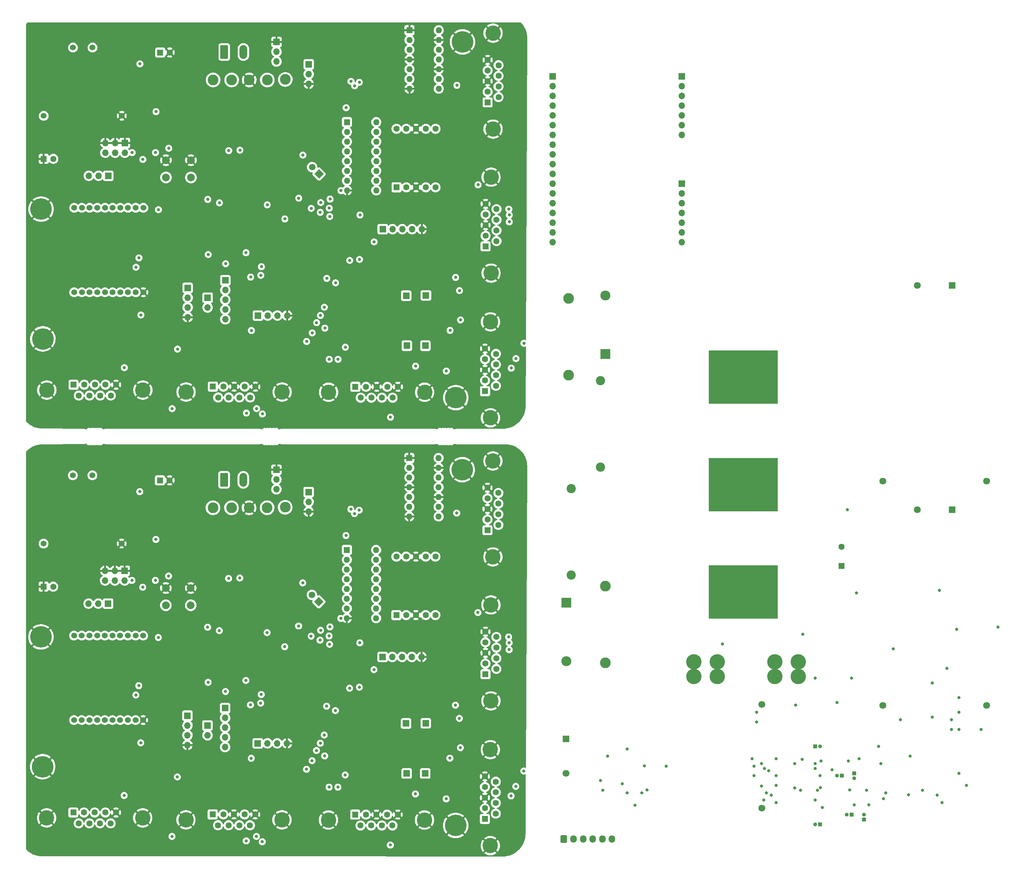
<source format=gbr>
%TF.GenerationSoftware,KiCad,Pcbnew,6.0.11-2627ca5db0~126~ubuntu20.04.1*%
%TF.CreationDate,2023-05-10T15:16:23+05:30*%
%TF.ProjectId,MVCU_COPY,4d564355-5f43-44f5-9059-2e6b69636164,rev?*%
%TF.SameCoordinates,Original*%
%TF.FileFunction,Copper,L3,Inr*%
%TF.FilePolarity,Positive*%
%FSLAX46Y46*%
G04 Gerber Fmt 4.6, Leading zero omitted, Abs format (unit mm)*
G04 Created by KiCad (PCBNEW 6.0.11-2627ca5db0~126~ubuntu20.04.1) date 2023-05-10 15:16:23*
%MOMM*%
%LPD*%
G01*
G04 APERTURE LIST*
G04 Aperture macros list*
%AMRoundRect*
0 Rectangle with rounded corners*
0 $1 Rounding radius*
0 $2 $3 $4 $5 $6 $7 $8 $9 X,Y pos of 4 corners*
0 Add a 4 corners polygon primitive as box body*
4,1,4,$2,$3,$4,$5,$6,$7,$8,$9,$2,$3,0*
0 Add four circle primitives for the rounded corners*
1,1,$1+$1,$2,$3*
1,1,$1+$1,$4,$5*
1,1,$1+$1,$6,$7*
1,1,$1+$1,$8,$9*
0 Add four rect primitives between the rounded corners*
20,1,$1+$1,$2,$3,$4,$5,0*
20,1,$1+$1,$4,$5,$6,$7,0*
20,1,$1+$1,$6,$7,$8,$9,0*
20,1,$1+$1,$8,$9,$2,$3,0*%
%AMHorizOval*
0 Thick line with rounded ends*
0 $1 width*
0 $2 $3 position (X,Y) of the first rounded end (center of the circle)*
0 $4 $5 position (X,Y) of the second rounded end (center of the circle)*
0 Add line between two ends*
20,1,$1,$2,$3,$4,$5,0*
0 Add two circle primitives to create the rounded ends*
1,1,$1,$2,$3*
1,1,$1,$4,$5*%
%AMRotRect*
0 Rectangle, with rotation*
0 The origin of the aperture is its center*
0 $1 length*
0 $2 width*
0 $3 Rotation angle, in degrees counterclockwise*
0 Add horizontal line*
21,1,$1,$2,0,0,$3*%
G04 Aperture macros list end*
%TA.AperFunction,ComponentPad*%
%ADD10O,1.700000X1.700000*%
%TD*%
%TA.AperFunction,ComponentPad*%
%ADD11R,1.700000X1.700000*%
%TD*%
%TA.AperFunction,ComponentPad*%
%ADD12R,1.000000X1.000000*%
%TD*%
%TA.AperFunction,ComponentPad*%
%ADD13O,1.000000X1.000000*%
%TD*%
%TA.AperFunction,ComponentPad*%
%ADD14R,1.600000X1.600000*%
%TD*%
%TA.AperFunction,ComponentPad*%
%ADD15C,1.600000*%
%TD*%
%TA.AperFunction,ComponentPad*%
%ADD16RoundRect,0.250000X-0.600000X-0.725000X0.600000X-0.725000X0.600000X0.725000X-0.600000X0.725000X0*%
%TD*%
%TA.AperFunction,ComponentPad*%
%ADD17O,1.700000X1.950000*%
%TD*%
%TA.AperFunction,ComponentPad*%
%ADD18R,1.800000X1.800000*%
%TD*%
%TA.AperFunction,ComponentPad*%
%ADD19C,1.800000*%
%TD*%
%TA.AperFunction,ComponentPad*%
%ADD20R,18.000000X14.000000*%
%TD*%
%TA.AperFunction,ComponentPad*%
%ADD21C,4.000000*%
%TD*%
%TA.AperFunction,ComponentPad*%
%ADD22C,2.400000*%
%TD*%
%TA.AperFunction,ComponentPad*%
%ADD23R,2.600000X2.600000*%
%TD*%
%TA.AperFunction,ComponentPad*%
%ADD24O,2.600000X2.600000*%
%TD*%
%TA.AperFunction,ComponentPad*%
%ADD25C,2.800000*%
%TD*%
%TA.AperFunction,ComponentPad*%
%ADD26O,1.600000X1.600000*%
%TD*%
%TA.AperFunction,ComponentPad*%
%ADD27C,5.600000*%
%TD*%
%TA.AperFunction,ComponentPad*%
%ADD28C,1.524000*%
%TD*%
%TA.AperFunction,ComponentPad*%
%ADD29RotRect,1.700000X1.700000X225.000000*%
%TD*%
%TA.AperFunction,ComponentPad*%
%ADD30HorizOval,1.700000X0.000000X0.000000X0.000000X0.000000X0*%
%TD*%
%TA.AperFunction,ComponentPad*%
%ADD31RoundRect,0.250000X-0.750000X-1.550000X0.750000X-1.550000X0.750000X1.550000X-0.750000X1.550000X0*%
%TD*%
%TA.AperFunction,ComponentPad*%
%ADD32O,2.000000X3.600000*%
%TD*%
%TA.AperFunction,ComponentPad*%
%ADD33C,2.000000*%
%TD*%
%TA.AperFunction,ViaPad*%
%ADD34C,0.800000*%
%TD*%
G04 APERTURE END LIST*
D10*
%TO.N,N/C*%
%TO.C,J2*%
X206202500Y-155000D03*
X206202500Y2385000D03*
X206202500Y4925000D03*
X206202500Y7465000D03*
X206202500Y10005000D03*
X206202500Y12545000D03*
D11*
X206202500Y15085000D03*
%TD*%
D10*
%TO.N,N/C*%
%TO.C,J3*%
X206177500Y-28095000D03*
X206177500Y-25555000D03*
X206177500Y-23015000D03*
X206177500Y-20475000D03*
X206177500Y-17935000D03*
X206177500Y-15395000D03*
D11*
X206177500Y-12855000D03*
%TD*%
D10*
%TO.N,N/C*%
%TO.C,J1*%
X172547500Y-28090000D03*
X172547500Y-25550000D03*
X172547500Y-23010000D03*
X172547500Y-20470000D03*
X172547500Y-17930000D03*
X172547500Y-15390000D03*
X172547500Y-12850000D03*
X172547500Y-10310000D03*
X172547500Y-7770000D03*
X172547500Y-5230000D03*
X172547500Y-2690000D03*
X172547500Y-150000D03*
X172547500Y2390000D03*
X172547500Y4930000D03*
X172547500Y7470000D03*
X172547500Y10010000D03*
%TO.N,Net-(J1-Pad2)*%
X172547500Y12550000D03*
D11*
%TO.N,N/C*%
X172547500Y15090000D03*
%TD*%
D12*
%TO.N,N/C*%
%TO.C,J5*%
X242165000Y-179740000D03*
D13*
X240895000Y-179740000D03*
%TD*%
D12*
%TO.N,N/C*%
%TO.C,J6*%
X253595000Y-178470000D03*
D13*
X253595000Y-177200000D03*
%TD*%
D12*
%TO.N,N/C*%
%TO.C,J4*%
X240895000Y-159420000D03*
D13*
%TO.N,GND*%
X242165000Y-159420000D03*
%TD*%
D14*
%TO.N,N/C*%
%TO.C,C1*%
X247742651Y-112430000D03*
D15*
X247742651Y-107430000D03*
%TD*%
D12*
%TO.N,N/C*%
%TO.C,J3*%
X247880000Y-167040000D03*
D13*
X246610000Y-167040000D03*
%TD*%
D12*
%TO.N,N/C*%
%TO.C,J7*%
X251055000Y-166405000D03*
D13*
X251055000Y-167675000D03*
%TD*%
D12*
%TO.N,N/C*%
%TO.C,J1*%
X250420000Y-177200000D03*
D13*
%TO.N,Net-(J1-Pad2)*%
X249150000Y-177200000D03*
%TD*%
D16*
%TO.N,N/C*%
%TO.C,J2*%
X175490000Y-183550000D03*
D17*
X177990000Y-183550000D03*
X180490000Y-183550000D03*
X182990000Y-183550000D03*
X185490000Y-183550000D03*
X187990000Y-183550000D03*
%TD*%
D18*
%TO.N,N/C*%
%TO.C,PS2*%
X276510000Y-97725000D03*
D19*
X267510000Y-97725000D03*
%TO.N,GND*%
X285510000Y-148725000D03*
%TO.N,N/C*%
X258510000Y-148725000D03*
%TD*%
D18*
%TO.N,N/C*%
%TO.C,PS1*%
X176025000Y-157460000D03*
D19*
X176025000Y-166460000D03*
X227025000Y-148460000D03*
X227025000Y-175460000D03*
%TD*%
D20*
%TO.N,N/C*%
%TO.C,U3*%
X222160302Y-63200000D03*
X222160302Y-91200000D03*
X222160302Y-119200000D03*
D21*
X209333302Y-137353000D03*
X209333302Y-141163000D03*
X215429302Y-141163000D03*
X215429302Y-137353000D03*
X236511302Y-137353000D03*
X236511302Y-141163000D03*
%TO.N,GND*%
X230415302Y-137353000D03*
X230415302Y-141163000D03*
%TD*%
D18*
%TO.N,N/C*%
%TO.C,PS3*%
X276510000Y-39305000D03*
D19*
X267510000Y-39305000D03*
X285510000Y-90305000D03*
X258510000Y-90305000D03*
%TD*%
D22*
%TO.N,N/C*%
%TO.C,C15*%
X185015000Y-64170000D03*
X185015000Y-86670000D03*
%TD*%
%TO.N,N/C*%
%TO.C,C13*%
X177395000Y-114790000D03*
X177395000Y-92290000D03*
%TD*%
D23*
%TO.N,N/C*%
%TO.C,D10*%
X186285000Y-57185000D03*
D24*
X186285000Y-41945000D03*
%TD*%
D23*
%TO.N,N/C*%
%TO.C,D9*%
X176125000Y-121955000D03*
D24*
X176125000Y-137195000D03*
%TD*%
D25*
%TO.N,N/C*%
%TO.C,R18*%
X176760000Y-62740000D03*
X176760000Y-42740000D03*
%TD*%
%TO.N,N/C*%
%TO.C,R17*%
X186285000Y-117670000D03*
X186285000Y-137670000D03*
%TD*%
D14*
%TO.N,GND*%
%TO.C,U1*%
X135264000Y-84289000D03*
D26*
%TO.N,Net-(R2-Pad1)*%
X135264000Y-86829000D03*
%TO.N,/DI_LLS*%
X135264000Y-89369000D03*
%TO.N,GND*%
X135264000Y-91909000D03*
%TO.N,Net-(R4-Pad1)*%
X135264000Y-94449000D03*
%TO.N,/SCK_LLS*%
X135264000Y-96989000D03*
%TO.N,GND*%
X135264000Y-99529000D03*
%TO.N,/CS_LLS*%
X142884000Y-99529000D03*
%TO.N,Net-(R5-Pad1)*%
X142884000Y-96989000D03*
%TO.N,GND*%
X142884000Y-94449000D03*
%TO.N,/SD_MISO*%
X142884000Y-91909000D03*
%TO.N,Net-(R6-Pad1)*%
X142884000Y-89369000D03*
%TO.N,GND*%
X142884000Y-86829000D03*
%TO.N,+3.3V*%
X142884000Y-84289000D03*
%TD*%
D21*
%TO.N,GND*%
%TO.C,J33*%
X156384669Y-73831893D03*
X156384669Y-48831893D03*
D14*
%TO.N,/MVCU_HBT*%
X154964669Y-66871893D03*
D15*
%TO.N,/CAN_N*%
X154964669Y-64101893D03*
%TO.N,GND*%
X154964669Y-61331893D03*
%TO.N,/I2C3_SCL*%
X154964669Y-58561893D03*
%TO.N,GND*%
X154964669Y-55791893D03*
%TO.N,/VCU3_HBT*%
X157804669Y-65486893D03*
%TO.N,/CAN_P*%
X157804669Y-62716893D03*
%TO.N,/I2C_SDA*%
X157804669Y-59946893D03*
%TO.N,+5V*%
X157804669Y-57176893D03*
%TD*%
D25*
%TO.N,/mornsun_Vin*%
%TO.C,+Vin*%
X102947000Y-97118000D03*
%TD*%
D27*
%TO.N,GND*%
%TO.C,H6*%
X39864107Y-53267893D03*
%TD*%
D25*
%TO.N,/mornsun_minus*%
%TO.C,-Vin*%
X98248000Y-97245000D03*
%TD*%
D14*
%TO.N,/display_b*%
%TO.C,U19*%
X119037000Y3197500D03*
D26*
%TO.N,/display_c*%
X119037000Y657500D03*
%TO.N,Net-(J9-Pad2)*%
X119037000Y-1882500D03*
%TO.N,Net-(J9-Pad4)*%
X119037000Y-4422500D03*
%TO.N,Net-(J9-Pad6)*%
X119037000Y-6962500D03*
%TO.N,/display_d*%
X119037000Y-9502500D03*
%TO.N,/display_a*%
X119037000Y-12042500D03*
%TO.N,GND*%
X119037000Y-14582500D03*
%TO.N,Net-(U10-Pad1)*%
X126657000Y-14582500D03*
%TO.N,Net-(U10-Pad2)*%
X126657000Y-12042500D03*
%TO.N,Net-(U10-Pad4)*%
X126657000Y-9502500D03*
%TO.N,Net-(U10-Pad6)*%
X126657000Y-6962500D03*
%TO.N,Net-(U10-Pad7)*%
X126657000Y-4422500D03*
%TO.N,Net-(U10-Pad10)*%
X126657000Y-1882500D03*
%TO.N,Net-(U10-Pad9)*%
X126657000Y657500D03*
%TO.N,+5V*%
X126657000Y3197500D03*
%TD*%
D21*
%TO.N,GND*%
%TO.C,J6*%
X156499107Y-122551893D03*
X156499107Y-147551893D03*
D14*
%TO.N,/MVCU_HBT*%
X155079107Y-140591893D03*
D15*
%TO.N,/CAN_N*%
X155079107Y-137821893D03*
%TO.N,GND*%
X155079107Y-135051893D03*
%TO.N,/I2C3_SCL*%
X155079107Y-132281893D03*
%TO.N,GND*%
X155079107Y-129511893D03*
%TO.N,/VCU2_HBT*%
X157919107Y-139206893D03*
%TO.N,/CAN_P*%
X157919107Y-136436893D03*
%TO.N,/I2C_SDA*%
X157919107Y-133666893D03*
%TO.N,+5V*%
X157919107Y-130896893D03*
%TD*%
D11*
%TO.N,GND*%
%TO.C,J38*%
X61207000Y-2225000D03*
D10*
%TO.N,+3.3V*%
X61207000Y-4765000D03*
%TO.N,GND*%
X58667000Y-2225000D03*
%TO.N,+5V*%
X58667000Y-4765000D03*
%TO.N,GND*%
X56127000Y-2225000D03*
%TO.N,/mornsun_Vin*%
X56127000Y-4765000D03*
%TD*%
D14*
%TO.N,/mornsun_Vin*%
%TO.C,C54*%
X70404349Y21325000D03*
D15*
%TO.N,GND*%
X72904349Y21325000D03*
%TD*%
D11*
%TO.N,/SPI2_SCK*%
%TO.C,J35*%
X95857000Y-47175000D03*
D10*
%TO.N,/SPI2_MISO*%
X98397000Y-47175000D03*
%TO.N,/SPI2_MOSI*%
X100937000Y-47175000D03*
%TO.N,GND*%
X103477000Y-47175000D03*
%TD*%
D11*
%TO.N,/USART2_Tx*%
%TO.C,J31*%
X77557000Y-39975000D03*
D10*
%TO.N,/USART2_Rx*%
X77557000Y-42515000D03*
%TO.N,/gpio*%
X77557000Y-45055000D03*
%TO.N,GND*%
X77557000Y-47595000D03*
%TD*%
D28*
%TO.N,+3.3V*%
%TO.C,U9*%
X47993660Y-152543200D03*
%TO.N,/Xbee_Tx*%
X49995180Y-152543200D03*
%TO.N,/Xbee_Rx*%
X51994160Y-152543200D03*
%TO.N,unconnected-(U9-Pad4)*%
X53995680Y-152543200D03*
%TO.N,/RST*%
X55994660Y-152543200D03*
%TO.N,/RSSI*%
X57993640Y-152543200D03*
%TO.N,unconnected-(U9-Pad7)*%
X59995160Y-152543200D03*
%TO.N,unconnected-(U9-Pad8)*%
X61994140Y-152543200D03*
%TO.N,unconnected-(U9-Pad9)*%
X63995660Y-152543200D03*
%TO.N,GND*%
X65994640Y-152543200D03*
%TO.N,unconnected-(U9-Pad11)*%
X65994640Y-130546800D03*
%TO.N,unconnected-(U9-Pad12)*%
X63995660Y-130546800D03*
%TO.N,unconnected-(U9-Pad13)*%
X61994140Y-130546800D03*
%TO.N,unconnected-(U9-Pad14)*%
X59995160Y-130546800D03*
%TO.N,Net-(R23-Pad2)*%
X57993640Y-130546800D03*
%TO.N,unconnected-(U9-Pad16)*%
X55994660Y-130546800D03*
%TO.N,unconnected-(U9-Pad17)*%
X53995680Y-130546800D03*
%TO.N,unconnected-(U9-Pad18)*%
X51994160Y-130546800D03*
%TO.N,unconnected-(U9-Pad19)*%
X49995180Y-130546800D03*
%TO.N,unconnected-(U9-Pad20)*%
X47993660Y-130546800D03*
%TD*%
D11*
%TO.N,+5V*%
%TO.C,J39*%
X56907000Y-10775000D03*
D10*
%TO.N,Net-(C26-Pad1)*%
X54367000Y-10775000D03*
%TO.N,unconnected-(J18-Pad3)*%
X51827000Y-10775000D03*
%TD*%
D11*
%TO.N,/CAN_Rx*%
%TO.C,J41*%
X134609000Y-55040000D03*
%TD*%
D14*
%TO.N,Net-(U10-Pad1)*%
%TO.C,U10*%
X131888000Y-125195000D03*
D15*
%TO.N,Net-(U10-Pad2)*%
X134428000Y-125195000D03*
%TO.N,GND*%
X136968000Y-125195000D03*
%TO.N,Net-(U10-Pad4)*%
X139508000Y-125195000D03*
%TO.N,unconnected-(U10-Pad5)*%
X142048000Y-125195000D03*
%TO.N,Net-(U10-Pad6)*%
X142048000Y-109955000D03*
%TO.N,Net-(U10-Pad7)*%
X139508000Y-109955000D03*
%TO.N,GND*%
X136968000Y-109955000D03*
%TO.N,Net-(U10-Pad9)*%
X134428000Y-109955000D03*
%TO.N,Net-(U10-Pad10)*%
X131888000Y-109955000D03*
%TD*%
D27*
%TO.N,GND*%
%TO.C,H5*%
X147357000Y-68575000D03*
%TD*%
D29*
%TO.N,/I2C1_SCL*%
%TO.C,J36*%
X111758562Y-10326562D03*
D30*
%TO.N,/I2C1_SDA*%
X109962511Y-8530511D03*
%TD*%
D21*
%TO.N,GND*%
%TO.C,J26*%
X65904107Y-66607562D03*
X40904107Y-66607562D03*
D14*
%TO.N,unconnected-(J4-Pad1)*%
X47864107Y-65187562D03*
D15*
%TO.N,/Rx*%
X50634107Y-65187562D03*
%TO.N,/Tx*%
X53404107Y-65187562D03*
%TO.N,unconnected-(J4-Pad4)*%
X56174107Y-65187562D03*
%TO.N,GND*%
X58944107Y-65187562D03*
%TO.N,unconnected-(J4-Pad6)*%
X49249107Y-68027562D03*
%TO.N,unconnected-(J4-Pad7)*%
X52019107Y-68027562D03*
%TO.N,unconnected-(J4-Pad8)*%
X54789107Y-68027562D03*
%TO.N,unconnected-(J4-Pad9)*%
X57559107Y-68027562D03*
%TD*%
D11*
%TO.N,/SWDIO*%
%TO.C,J34*%
X128332000Y-24675000D03*
D10*
%TO.N,/SWCLK*%
X130872000Y-24675000D03*
%TO.N,/SWo*%
X133412000Y-24675000D03*
%TO.N,+3.3V*%
X135952000Y-24675000D03*
%TO.N,GND*%
X138492000Y-24675000D03*
%TD*%
D27*
%TO.N,GND*%
%TO.C,H4*%
X149048000Y-87339000D03*
%TD*%
%TO.N,GND*%
%TO.C,H2*%
X39825107Y-164687893D03*
%TD*%
D21*
%TO.N,GND*%
%TO.C,J29*%
X77154107Y-67107562D03*
X102154107Y-67107562D03*
D14*
%TO.N,/MVCU_HBT*%
X84114107Y-65687562D03*
D15*
%TO.N,/CAN_N*%
X86884107Y-65687562D03*
%TO.N,GND*%
X89654107Y-65687562D03*
%TO.N,/I2C3_SCL*%
X92424107Y-65687562D03*
%TO.N,GND*%
X95194107Y-65687562D03*
%TO.N,/VCU5_HBT*%
X85499107Y-68527562D03*
%TO.N,/CAN_P*%
X88269107Y-68527562D03*
%TO.N,/I2C_SDA*%
X91039107Y-68527562D03*
%TO.N,+5V*%
X93809107Y-68527562D03*
%TD*%
D11*
%TO.N,/ADC_in6*%
%TO.C,J2*%
X87318000Y-149420000D03*
D10*
%TO.N,/ADC_in7*%
X87318000Y-151960000D03*
%TO.N,/ADC_in14*%
X87318000Y-154500000D03*
%TO.N,/ADC_in15*%
X87318000Y-157040000D03*
%TO.N,/ADC_in8*%
X87318000Y-159580000D03*
%TD*%
D21*
%TO.N,GND*%
%TO.C,J7*%
X77115107Y-178527562D03*
X102115107Y-178527562D03*
D14*
%TO.N,/MVCU_HBT*%
X84075107Y-177107562D03*
D15*
%TO.N,/CAN_N*%
X86845107Y-177107562D03*
%TO.N,GND*%
X89615107Y-177107562D03*
%TO.N,/I2C3_SCL*%
X92385107Y-177107562D03*
%TO.N,GND*%
X95155107Y-177107562D03*
%TO.N,/VCU5_HBT*%
X85460107Y-179947562D03*
%TO.N,/CAN_P*%
X88230107Y-179947562D03*
%TO.N,/I2C_SDA*%
X91000107Y-179947562D03*
%TO.N,+5V*%
X93770107Y-179947562D03*
%TD*%
D25*
%TO.N,+3.3V*%
%TO.C,3V1*%
X89016000Y14175000D03*
%TD*%
D21*
%TO.N,GND*%
%TO.C,J11*%
X157018776Y-85051893D03*
X157018776Y-110051893D03*
D14*
%TO.N,/MVCU_HBT*%
X155598776Y-103091893D03*
D15*
%TO.N,/CAN_N*%
X155598776Y-100321893D03*
%TO.N,GND*%
X155598776Y-97551893D03*
%TO.N,/I2C3_SCL*%
X155598776Y-94781893D03*
%TO.N,GND*%
X155598776Y-92011893D03*
%TO.N,/VCU1_HBT*%
X158438776Y-101706893D03*
%TO.N,/CAN_P*%
X158438776Y-98936893D03*
%TO.N,/I2C_SDA*%
X158438776Y-96166893D03*
%TO.N,+5V*%
X158438776Y-93396893D03*
%TD*%
D11*
%TO.N,/CAN_Rx*%
%TO.C,J20*%
X134570000Y-166460000D03*
%TD*%
%TO.N,/SWDIO*%
%TO.C,J13*%
X128293000Y-136095000D03*
D10*
%TO.N,/SWCLK*%
X130833000Y-136095000D03*
%TO.N,/SWo*%
X133373000Y-136095000D03*
%TO.N,+3.3V*%
X135913000Y-136095000D03*
%TO.N,GND*%
X138453000Y-136095000D03*
%TD*%
D11*
%TO.N,GND*%
%TO.C,J16*%
X100661000Y-87354000D03*
D10*
%TO.N,/mornsun_minus*%
X100661000Y-89894000D03*
%TO.N,unconnected-(J16-Pad3)*%
X100661000Y-92434000D03*
%TD*%
D11*
%TO.N,/USART2_Tx*%
%TO.C,J10*%
X77518000Y-151395000D03*
D10*
%TO.N,/USART2_Rx*%
X77518000Y-153935000D03*
%TO.N,/gpio*%
X77518000Y-156475000D03*
%TO.N,GND*%
X77518000Y-159015000D03*
%TD*%
D21*
%TO.N,GND*%
%TO.C,J12*%
X156345669Y-185251893D03*
X156345669Y-160251893D03*
D14*
%TO.N,/MVCU_HBT*%
X154925669Y-178291893D03*
D15*
%TO.N,/CAN_N*%
X154925669Y-175521893D03*
%TO.N,GND*%
X154925669Y-172751893D03*
%TO.N,/I2C3_SCL*%
X154925669Y-169981893D03*
%TO.N,GND*%
X154925669Y-167211893D03*
%TO.N,/VCU3_HBT*%
X157765669Y-176906893D03*
%TO.N,/CAN_P*%
X157765669Y-174136893D03*
%TO.N,/I2C_SDA*%
X157765669Y-171366893D03*
%TO.N,+5V*%
X157765669Y-168596893D03*
%TD*%
D11*
%TO.N,/CAN_P*%
%TO.C,J21*%
X139550000Y-153350000D03*
%TD*%
D14*
%TO.N,/display_b*%
%TO.C,U8*%
X118998000Y-108222500D03*
D26*
%TO.N,/display_c*%
X118998000Y-110762500D03*
%TO.N,Net-(J9-Pad2)*%
X118998000Y-113302500D03*
%TO.N,Net-(J9-Pad4)*%
X118998000Y-115842500D03*
%TO.N,Net-(J9-Pad6)*%
X118998000Y-118382500D03*
%TO.N,/display_d*%
X118998000Y-120922500D03*
%TO.N,/display_a*%
X118998000Y-123462500D03*
%TO.N,GND*%
X118998000Y-126002500D03*
%TO.N,Net-(U10-Pad1)*%
X126618000Y-126002500D03*
%TO.N,Net-(U10-Pad2)*%
X126618000Y-123462500D03*
%TO.N,Net-(U10-Pad4)*%
X126618000Y-120922500D03*
%TO.N,Net-(U10-Pad6)*%
X126618000Y-118382500D03*
%TO.N,Net-(U10-Pad7)*%
X126618000Y-115842500D03*
%TO.N,Net-(U10-Pad10)*%
X126618000Y-113302500D03*
%TO.N,Net-(U10-Pad9)*%
X126618000Y-110762500D03*
%TO.N,+5V*%
X126618000Y-108222500D03*
%TD*%
D27*
%TO.N,GND*%
%TO.C,H3*%
X39368000Y-130895000D03*
%TD*%
D25*
%TO.N,+5V*%
%TO.C,+5V*%
X84151000Y-97245000D03*
%TD*%
D11*
%TO.N,/CAN_P*%
%TO.C,J42*%
X139589000Y-41930000D03*
%TD*%
D31*
%TO.N,/mornsun_minus*%
%TO.C,J5*%
X87045107Y-89966500D03*
D32*
%TO.N,/mornsun_Vin*%
X92045107Y-89966500D03*
%TD*%
D21*
%TO.N,GND*%
%TO.C,J32*%
X157057776Y1368107D03*
X157057776Y26368107D03*
D14*
%TO.N,/MVCU_HBT*%
X155637776Y8328107D03*
D15*
%TO.N,/CAN_N*%
X155637776Y11098107D03*
%TO.N,GND*%
X155637776Y13868107D03*
%TO.N,/I2C3_SCL*%
X155637776Y16638107D03*
%TO.N,GND*%
X155637776Y19408107D03*
%TO.N,/VCU1_HBT*%
X158477776Y9713107D03*
%TO.N,/CAN_P*%
X158477776Y12483107D03*
%TO.N,/I2C_SDA*%
X158477776Y15253107D03*
%TO.N,+5V*%
X158477776Y18023107D03*
%TD*%
D31*
%TO.N,/mornsun_minus*%
%TO.C,J27*%
X87084107Y21453500D03*
D32*
%TO.N,/mornsun_Vin*%
X92084107Y21453500D03*
%TD*%
D11*
%TO.N,GND*%
%TO.C,J17*%
X61168000Y-113645000D03*
D10*
%TO.N,+3.3V*%
X61168000Y-116185000D03*
%TO.N,GND*%
X58628000Y-113645000D03*
%TO.N,+5V*%
X58628000Y-116185000D03*
%TO.N,GND*%
X56088000Y-113645000D03*
%TO.N,/mornsun_Vin*%
X56088000Y-116185000D03*
%TD*%
D11*
%TO.N,/CAN_N*%
%TO.C,J22*%
X139396000Y-166460000D03*
%TD*%
D14*
%TO.N,Net-(U10-Pad1)*%
%TO.C,U21*%
X131927000Y-13775000D03*
D15*
%TO.N,Net-(U10-Pad2)*%
X134467000Y-13775000D03*
%TO.N,GND*%
X137007000Y-13775000D03*
%TO.N,Net-(U10-Pad4)*%
X139547000Y-13775000D03*
%TO.N,unconnected-(U10-Pad5)*%
X142087000Y-13775000D03*
%TO.N,Net-(U10-Pad6)*%
X142087000Y1465000D03*
%TO.N,Net-(U10-Pad7)*%
X139547000Y1465000D03*
%TO.N,GND*%
X137007000Y1465000D03*
%TO.N,Net-(U10-Pad9)*%
X134467000Y1465000D03*
%TO.N,Net-(U10-Pad10)*%
X131927000Y1465000D03*
%TD*%
D21*
%TO.N,GND*%
%TO.C,J4*%
X40865107Y-178027562D03*
X65865107Y-178027562D03*
D14*
%TO.N,unconnected-(J4-Pad1)*%
X47825107Y-176607562D03*
D15*
%TO.N,/Rx*%
X50595107Y-176607562D03*
%TO.N,/Tx*%
X53365107Y-176607562D03*
%TO.N,unconnected-(J4-Pad4)*%
X56135107Y-176607562D03*
%TO.N,GND*%
X58905107Y-176607562D03*
%TO.N,unconnected-(J4-Pad6)*%
X49210107Y-179447562D03*
%TO.N,unconnected-(J4-Pad7)*%
X51980107Y-179447562D03*
%TO.N,unconnected-(J4-Pad8)*%
X54750107Y-179447562D03*
%TO.N,unconnected-(J4-Pad9)*%
X57520107Y-179447562D03*
%TD*%
D11*
%TO.N,/SPI2_SCK*%
%TO.C,J14*%
X95818000Y-158595000D03*
D10*
%TO.N,/SPI2_MISO*%
X98358000Y-158595000D03*
%TO.N,/SPI2_MOSI*%
X100898000Y-158595000D03*
%TO.N,GND*%
X103438000Y-158595000D03*
%TD*%
D27*
%TO.N,GND*%
%TO.C,H1*%
X147318000Y-179995000D03*
%TD*%
D11*
%TO.N,+5V*%
%TO.C,J18*%
X56868000Y-122195000D03*
D10*
%TO.N,Net-(C26-Pad1)*%
X54328000Y-122195000D03*
%TO.N,unconnected-(J18-Pad3)*%
X51788000Y-122195000D03*
%TD*%
D25*
%TO.N,GND*%
%TO.C,GND1*%
X93588000Y14175000D03*
%TD*%
%TO.N,+3.3V*%
%TO.C,3V3*%
X88977000Y-97245000D03*
%TD*%
D28*
%TO.N,+3.3V*%
%TO.C,U20*%
X48032660Y-41123200D03*
%TO.N,/Xbee_Tx*%
X50034180Y-41123200D03*
%TO.N,/Xbee_Rx*%
X52033160Y-41123200D03*
%TO.N,unconnected-(U9-Pad4)*%
X54034680Y-41123200D03*
%TO.N,/RST*%
X56033660Y-41123200D03*
%TO.N,/RSSI*%
X58032640Y-41123200D03*
%TO.N,unconnected-(U9-Pad7)*%
X60034160Y-41123200D03*
%TO.N,unconnected-(U9-Pad8)*%
X62033140Y-41123200D03*
%TO.N,unconnected-(U9-Pad9)*%
X64034660Y-41123200D03*
%TO.N,GND*%
X66033640Y-41123200D03*
%TO.N,unconnected-(U9-Pad11)*%
X66033640Y-19126800D03*
%TO.N,unconnected-(U9-Pad12)*%
X64034660Y-19126800D03*
%TO.N,unconnected-(U9-Pad13)*%
X62033140Y-19126800D03*
%TO.N,unconnected-(U9-Pad14)*%
X60034160Y-19126800D03*
%TO.N,Net-(R23-Pad2)*%
X58032640Y-19126800D03*
%TO.N,unconnected-(U9-Pad16)*%
X56033660Y-19126800D03*
%TO.N,unconnected-(U9-Pad17)*%
X54034680Y-19126800D03*
%TO.N,unconnected-(U9-Pad18)*%
X52033160Y-19126800D03*
%TO.N,unconnected-(U9-Pad19)*%
X50034180Y-19126800D03*
%TO.N,unconnected-(U9-Pad20)*%
X48032660Y-19126800D03*
%TD*%
D27*
%TO.N,GND*%
%TO.C,H7*%
X39407000Y-19475000D03*
%TD*%
D14*
%TO.N,GND*%
%TO.C,U12*%
X135303000Y27131000D03*
D26*
%TO.N,Net-(R2-Pad1)*%
X135303000Y24591000D03*
%TO.N,/DI_LLS*%
X135303000Y22051000D03*
%TO.N,GND*%
X135303000Y19511000D03*
%TO.N,Net-(R4-Pad1)*%
X135303000Y16971000D03*
%TO.N,/SCK_LLS*%
X135303000Y14431000D03*
%TO.N,GND*%
X135303000Y11891000D03*
%TO.N,/CS_LLS*%
X142923000Y11891000D03*
%TO.N,Net-(R5-Pad1)*%
X142923000Y14431000D03*
%TO.N,GND*%
X142923000Y16971000D03*
%TO.N,/SD_MISO*%
X142923000Y19511000D03*
%TO.N,Net-(R6-Pad1)*%
X142923000Y22051000D03*
%TO.N,GND*%
X142923000Y24591000D03*
%TO.N,+3.3V*%
X142923000Y27131000D03*
%TD*%
D28*
%TO.N,/mornsun_minus*%
%TO.C,U18*%
X52804107Y22611107D03*
%TO.N,/mornsun_Vin*%
X47724107Y22611107D03*
%TO.N,Net-(C26-Pad1)*%
X40104107Y4831107D03*
%TO.N,GND*%
X60424107Y4831107D03*
%TD*%
D21*
%TO.N,GND*%
%TO.C,J8*%
X139215107Y-178577562D03*
X114215107Y-178577562D03*
D14*
%TO.N,/MVCU_HBT*%
X121175107Y-177157562D03*
D15*
%TO.N,/CAN_N*%
X123945107Y-177157562D03*
%TO.N,GND*%
X126715107Y-177157562D03*
%TO.N,/I2C3_SCL*%
X129485107Y-177157562D03*
%TO.N,GND*%
X132255107Y-177157562D03*
%TO.N,/VCU4_HBT*%
X122560107Y-179997562D03*
%TO.N,/CAN_P*%
X125330107Y-179997562D03*
%TO.N,/I2C_SDA*%
X128100107Y-179997562D03*
%TO.N,+5V*%
X130870107Y-179997562D03*
%TD*%
D25*
%TO.N,+5V*%
%TO.C,+5V1*%
X84190000Y14175000D03*
%TD*%
%TO.N,/mornsun_minus*%
%TO.C,-Vin1*%
X98287000Y14175000D03*
%TD*%
D11*
%TO.N,/CAN_Tx*%
%TO.C,J40*%
X134439000Y-42005000D03*
%TD*%
%TO.N,+3.3V*%
%TO.C,J9*%
X109082000Y18250000D03*
D10*
%TO.N,Net-(J1-Pad2)*%
X109082000Y15710000D03*
%TO.N,GND*%
X109082000Y13170000D03*
%TD*%
D33*
%TO.N,GND*%
%TO.C,SW1*%
X78375107Y-118137893D03*
X71875107Y-118137893D03*
%TO.N,Net-(C3-Pad1)*%
X78375107Y-122637893D03*
X71875107Y-122637893D03*
%TD*%
D11*
%TO.N,/CAN_Tx*%
%TO.C,J19*%
X134400000Y-153425000D03*
%TD*%
D14*
%TO.N,GND*%
%TO.C,C27*%
X40065349Y-117795000D03*
D15*
%TO.N,Net-(C26-Pad1)*%
X42565349Y-117795000D03*
%TD*%
D29*
%TO.N,/I2C1_SCL*%
%TO.C,J15*%
X111719562Y-121746562D03*
D30*
%TO.N,/I2C1_SDA*%
X109923511Y-119950511D03*
%TD*%
D14*
%TO.N,GND*%
%TO.C,C57*%
X40104349Y-6375000D03*
D15*
%TO.N,Net-(C26-Pad1)*%
X42604349Y-6375000D03*
%TD*%
D28*
%TO.N,/mornsun_minus*%
%TO.C,U7*%
X52765107Y-88808893D03*
%TO.N,/mornsun_Vin*%
X47685107Y-88808893D03*
%TO.N,Net-(C26-Pad1)*%
X40065107Y-106588893D03*
%TO.N,GND*%
X60385107Y-106588893D03*
%TD*%
D11*
%TO.N,/DAC_1*%
%TO.C,J44*%
X82757000Y-42540000D03*
D10*
%TO.N,/DAC_2*%
X82757000Y-45080000D03*
%TD*%
D25*
%TO.N,GND*%
%TO.C,GND*%
X93549000Y-97245000D03*
%TD*%
D11*
%TO.N,+3.3V*%
%TO.C,J1*%
X109043000Y-93170000D03*
D10*
%TO.N,Net-(J1-Pad2)*%
X109043000Y-95710000D03*
%TO.N,GND*%
X109043000Y-98250000D03*
%TD*%
D21*
%TO.N,GND*%
%TO.C,J30*%
X139254107Y-67157562D03*
X114254107Y-67157562D03*
D14*
%TO.N,/MVCU_HBT*%
X121214107Y-65737562D03*
D15*
%TO.N,/CAN_N*%
X123984107Y-65737562D03*
%TO.N,GND*%
X126754107Y-65737562D03*
%TO.N,/I2C3_SCL*%
X129524107Y-65737562D03*
%TO.N,GND*%
X132294107Y-65737562D03*
%TO.N,/VCU4_HBT*%
X122599107Y-68577562D03*
%TO.N,/CAN_P*%
X125369107Y-68577562D03*
%TO.N,/I2C_SDA*%
X128139107Y-68577562D03*
%TO.N,+5V*%
X130909107Y-68577562D03*
%TD*%
D21*
%TO.N,GND*%
%TO.C,J28*%
X156538107Y-11131893D03*
X156538107Y-36131893D03*
D14*
%TO.N,/MVCU_HBT*%
X155118107Y-29171893D03*
D15*
%TO.N,/CAN_N*%
X155118107Y-26401893D03*
%TO.N,GND*%
X155118107Y-23631893D03*
%TO.N,/I2C3_SCL*%
X155118107Y-20861893D03*
%TO.N,GND*%
X155118107Y-18091893D03*
%TO.N,/VCU2_HBT*%
X157958107Y-27786893D03*
%TO.N,/CAN_P*%
X157958107Y-25016893D03*
%TO.N,/I2C_SDA*%
X157958107Y-22246893D03*
%TO.N,+5V*%
X157958107Y-19476893D03*
%TD*%
D14*
%TO.N,/mornsun_Vin*%
%TO.C,C24*%
X70365349Y-90095000D03*
D15*
%TO.N,GND*%
X72865349Y-90095000D03*
%TD*%
D11*
%TO.N,GND*%
%TO.C,J37*%
X100700000Y24066000D03*
D10*
%TO.N,/mornsun_minus*%
X100700000Y21526000D03*
%TO.N,unconnected-(J16-Pad3)*%
X100700000Y18986000D03*
%TD*%
D27*
%TO.N,GND*%
%TO.C,H8*%
X149087000Y24081000D03*
%TD*%
D33*
%TO.N,GND*%
%TO.C,SW2*%
X71914107Y-6717893D03*
X78414107Y-6717893D03*
%TO.N,Net-(C3-Pad1)*%
X71914107Y-11217893D03*
X78414107Y-11217893D03*
%TD*%
D11*
%TO.N,/ADC_in6*%
%TO.C,J24*%
X87357000Y-38000000D03*
D10*
%TO.N,/ADC_in7*%
X87357000Y-40540000D03*
%TO.N,/ADC_in14*%
X87357000Y-43080000D03*
%TO.N,/ADC_in15*%
X87357000Y-45620000D03*
%TO.N,/ADC_in8*%
X87357000Y-48160000D03*
%TD*%
D11*
%TO.N,/CAN_N*%
%TO.C,J43*%
X139435000Y-55040000D03*
%TD*%
%TO.N,/DAC_1*%
%TO.C,J23*%
X82718000Y-153960000D03*
D10*
%TO.N,/DAC_2*%
X82718000Y-156500000D03*
%TD*%
D25*
%TO.N,/mornsun_Vin*%
%TO.C,+Vin1*%
X102986000Y14302000D03*
%TD*%
D34*
%TO.N,*%
X242172892Y-167047192D03*
X242394500Y-163230000D03*
X242800000Y-175295000D03*
X242236755Y-170143245D03*
%TO.N,GND*%
X240895000Y-163865000D03*
X265660000Y-161960000D03*
X240895000Y-141640000D03*
X250420000Y-141640000D03*
X249557500Y-163230000D03*
%TO.N,*%
X245340000Y-165459500D03*
X251055000Y-174660000D03*
X225020000Y-167040000D03*
X197082459Y-170760774D03*
X226925000Y-163865000D03*
X190730000Y-169119500D03*
X226925000Y-169685000D03*
X185015000Y-168310000D03*
X224449500Y-162595000D03*
X229465000Y-172120000D03*
X192000000Y-160055000D03*
X228830000Y-165770000D03*
X196445000Y-164500000D03*
X202160000Y-164589500D03*
X225020000Y-164589500D03*
X227649500Y-165135000D03*
X228195000Y-171485000D03*
X186920000Y-161960000D03*
X263120000Y-152435000D03*
X278360000Y-154975000D03*
X254865000Y-174660000D03*
X278360000Y-166405000D03*
X278360000Y-150530000D03*
X278360000Y-146720000D03*
X277725000Y-128940000D03*
X273915000Y-174025000D03*
%TO.N,Net-(D5-Pad2)*%
X268835000Y-170850000D03*
%TO.N,*%
X252325000Y-162595000D03*
%TO.N,Net-(C16-Pad1)*%
X254270000Y-170850000D03*
X249898750Y-170736250D03*
%TO.N,*%
X216765000Y-132750000D03*
X280265000Y-169580000D03*
X265190000Y-172030500D03*
X288520000Y-128305000D03*
X241530000Y-170850000D03*
X275185000Y-139100000D03*
X237720000Y-130210000D03*
X284075000Y-154975000D03*
X193980876Y-174735876D03*
X227560000Y-173390000D03*
X258675000Y-173009500D03*
X259310000Y-171485000D03*
X240895000Y-173390000D03*
X271375000Y-151800000D03*
X261215000Y-134020000D03*
X272645000Y-172120000D03*
X258040000Y-163865000D03*
X257405000Y-159420000D03*
X240895000Y-165135000D03*
X225655000Y-153070000D03*
X192000000Y-171485000D03*
X237530000Y-162785000D03*
X235815000Y-148625000D03*
X195810000Y-171485000D03*
X237085000Y-170850000D03*
X185650000Y-170850000D03*
X246610000Y-147990000D03*
%TO.N,+5V*%
X230735000Y-174025000D03*
X235587500Y-170215000D03*
X235587500Y-163865000D03*
X225655000Y-150530000D03*
X230735000Y-169580000D03*
X230735000Y-167040000D03*
X230735000Y-162595000D03*
%TO.N,*%
X249250000Y-97725000D03*
X251690000Y-119415000D03*
X271375000Y-142910000D03*
X276365500Y-154975000D03*
X273280000Y-118780000D03*
X276365500Y-152435000D03*
%TO.N,GND*%
X131776000Y-160237000D03*
X103182000Y5450000D03*
X65609000Y-114009000D03*
X75554000Y14429000D03*
X68823000Y9857000D03*
X115647000Y-105119000D03*
X103143000Y-105970000D03*
X85193000Y-105895000D03*
X109118000Y-105895000D03*
X103875000Y-19734000D03*
X119877000Y-29005000D03*
X75887000Y-139928500D03*
X109157000Y5525000D03*
X96382000Y-18083000D03*
X91368000Y-125595000D03*
X50281000Y-46785000D03*
X109424000Y-139409000D03*
X85278353Y-122195000D03*
X119838000Y-140425000D03*
X103836000Y-131154000D03*
X131815000Y-48817000D03*
X92557000Y-51175000D03*
X85317353Y-10775000D03*
X126007000Y-98755000D03*
X85018000Y-145195000D03*
X65648000Y-2589000D03*
X85232000Y5525000D03*
X109463000Y-27989000D03*
X85057000Y-33775000D03*
X105018000Y-10336000D03*
X75515000Y-96991000D03*
X85714000Y-21258000D03*
X94311000Y-133694000D03*
X95620000Y-8431000D03*
X104918000Y-164095000D03*
X75887000Y-133832500D03*
X123086000Y-98882000D03*
X102224000Y-23290000D03*
X96757000Y-42475000D03*
X102185000Y-134710000D03*
X75926000Y-28508500D03*
X50242000Y-158205000D03*
X104957000Y-52675000D03*
X95581000Y-119851000D03*
X126046000Y12665000D03*
X126118000Y-96104000D03*
X91182000Y5675000D03*
X60910000Y-121629000D03*
X141680000Y-156294500D03*
X97182000Y5475000D03*
X91318000Y-139995000D03*
X91407000Y-14175000D03*
X85675000Y-132678000D03*
X113654000Y3634000D03*
X73356000Y-106135000D03*
X104979000Y-121756000D03*
X92518000Y-162595000D03*
X68784000Y-101563000D03*
X97143000Y-105945000D03*
X96343000Y-129503000D03*
X115686000Y6301000D03*
X141719000Y-44874500D03*
X123125000Y12538000D03*
X94350000Y-22274000D03*
X96718000Y-153895000D03*
X111982000Y22750000D03*
X75926000Y-22412500D03*
X113615000Y-107786000D03*
X73395000Y5285000D03*
X91143000Y-105745000D03*
X126157000Y15316000D03*
X111943000Y-88670000D03*
X91357000Y-28575000D03*
X60949000Y-10209000D03*
X98182000Y-28375000D03*
X145782000Y-24350000D03*
X159093000Y-165245000D03*
X50057000Y-500000D03*
X48143000Y-185620000D03*
X47618000Y-138420000D03*
X86057000Y-73100000D03*
X62257000Y-27000000D03*
X139518000Y-143245000D03*
X138283000Y-31801000D03*
X100532000Y-26100000D03*
X42508000Y17674000D03*
X145743000Y-137095000D03*
X88618000Y-185870000D03*
X156532000Y-52475000D03*
X49158000Y7674000D03*
X120893000Y-181895000D03*
X42469000Y-93746000D03*
X158068000Y-88695000D03*
X139607000Y-30550000D03*
X102768000Y-139820000D03*
X120932000Y-70475000D03*
X104407000Y-27050000D03*
X139568000Y-141970000D03*
X40182000Y-44675000D03*
X147043000Y-137170000D03*
X156507000Y-14600000D03*
X51382000Y-500000D03*
X128843000Y-167245000D03*
X43782000Y17650000D03*
X134018000Y-181445000D03*
X46818000Y-185620000D03*
X80918000Y-167920000D03*
X50443000Y-102495000D03*
X49119000Y-103746000D03*
X156494000Y-165221000D03*
X37557000Y-30025000D03*
X42507000Y19000000D03*
X42293000Y-123295000D03*
X45582000Y-72850000D03*
X48782000Y850000D03*
X126243000Y-165895000D03*
X99343000Y-138695000D03*
X56618000Y-184295000D03*
X124900000Y-148650000D03*
X106518000Y-138320000D03*
X100343000Y-142120000D03*
X127568000Y-165970000D03*
X50293000Y-138470000D03*
X38818000Y-142845000D03*
X48893000Y-139770000D03*
X158069000Y-90021000D03*
X43607000Y-13225000D03*
X44932000Y-13225000D03*
X124975000Y-147350000D03*
X45544000Y-185596000D03*
X60933000Y-28251000D03*
X145767000Y-134496000D03*
X51793000Y-102470000D03*
X126244000Y-167221000D03*
X59293000Y-184345000D03*
X40167000Y-153496000D03*
X147018000Y-135820000D03*
X62168000Y-139695000D03*
X86019000Y-185846000D03*
X128918000Y-165945000D03*
X48257000Y-72900000D03*
X101432000Y-31800000D03*
X62207000Y-28275000D03*
X40143000Y-156095000D03*
X50107000Y775000D03*
X105557000Y-25800000D03*
X63607000Y-26975000D03*
X46857000Y-74200000D03*
X122340000Y-37206000D03*
X126283000Y-55801000D03*
X42294000Y-124621000D03*
X123625000Y-147375000D03*
X80957000Y-56500000D03*
X41532000Y-42075000D03*
X100493000Y-139895000D03*
X156533000Y-53801000D03*
X157857000Y-52550000D03*
X62218000Y-138420000D03*
X140918000Y-141945000D03*
X156508000Y-15926000D03*
X127557000Y-55825000D03*
X105268000Y-139470000D03*
X57982000Y-72950000D03*
X87343000Y-184595000D03*
X59332000Y-72925000D03*
X122301000Y-148626000D03*
X42333000Y-13201000D03*
X122300000Y-147300000D03*
X135332000Y-71375000D03*
X101518000Y-140895000D03*
X156493000Y-163895000D03*
X134057000Y-70025000D03*
X88732000Y-73150000D03*
X140882000Y-31825000D03*
X45182000Y18950000D03*
X145743000Y-135770000D03*
X147057000Y-24400000D03*
X46907000Y-72925000D03*
X135382000Y-70100000D03*
X135293000Y-182795000D03*
X160668000Y-90045000D03*
X159343000Y-90045000D03*
X147082000Y-25750000D03*
X56619000Y-185621000D03*
X159432000Y22650000D03*
X60894000Y-139671000D03*
X40182000Y-43350000D03*
X99293000Y-141070000D03*
X119607000Y-70400000D03*
X47619000Y-139746000D03*
X48744000Y-111896000D03*
X122339000Y-35880000D03*
X88657000Y-74450000D03*
X38907000Y-28750000D03*
X105518000Y-137220000D03*
X102643000Y-142120000D03*
X145782000Y-25675000D03*
X160782000Y22675000D03*
X106557000Y-26900000D03*
X38793000Y-141495000D03*
X159132000Y-53825000D03*
X87332000Y-74450000D03*
X37518000Y-141445000D03*
X50432000Y7650000D03*
X103368000Y-137470000D03*
X50393000Y-103770000D03*
X57943000Y-184370000D03*
X48982000Y-27075000D03*
X56657000Y-72875000D03*
X82307000Y-56475000D03*
X80907000Y-57775000D03*
X63493000Y-139695000D03*
X147132000Y-23075000D03*
X44893000Y-124645000D03*
X50218000Y-139770000D03*
X87382000Y-73175000D03*
X49118000Y-102420000D03*
X43657000Y-11950000D03*
X41443000Y-156170000D03*
X43568000Y-124645000D03*
X63532000Y-28275000D03*
X102682000Y-30700000D03*
X51757000Y7650000D03*
X37542000Y-140171000D03*
X157807000Y-53825000D03*
X126282000Y-54475000D03*
X119568000Y-181820000D03*
X45543000Y-184270000D03*
X157832000Y-14675000D03*
X60932000Y-26925000D03*
X37518000Y-142770000D03*
X40143000Y-154770000D03*
X99332000Y-29650000D03*
X101393000Y-143220000D03*
X103718000Y-140770000D03*
X104832000Y-24750000D03*
X157782000Y-15950000D03*
X50068000Y-110645000D03*
X140957000Y-30525000D03*
X41482000Y-44750000D03*
X88693000Y-184570000D03*
X50257000Y-28350000D03*
X119608000Y-71726000D03*
X79632000Y-56425000D03*
X56658000Y-74201000D03*
X159143000Y-126070000D03*
X99382000Y-27275000D03*
X57932000Y-74225000D03*
X51718000Y-103770000D03*
X42468000Y-92420000D03*
X159107000Y-15950000D03*
X140843000Y-143245000D03*
X60893000Y-138345000D03*
X48943000Y-138495000D03*
X104368000Y-138470000D03*
X157743000Y-127370000D03*
X123614000Y-37230000D03*
X125014000Y-35930000D03*
X156468000Y-126020000D03*
X160707000Y21375000D03*
X48783000Y-476000D03*
X120843000Y-183170000D03*
X159068000Y-127370000D03*
X127518000Y-167245000D03*
X145806000Y-23076000D03*
X41418000Y-154820000D03*
X37557000Y-31350000D03*
X147093000Y-134495000D03*
X48218000Y-184320000D03*
X42332000Y-11875000D03*
X82232000Y-57775000D03*
X79593000Y-167845000D03*
X159382000Y21375000D03*
X82193000Y-169195000D03*
X86058000Y-74426000D03*
X104793000Y-136170000D03*
X159393000Y-88770000D03*
X128957000Y-54525000D03*
X124939000Y-37230000D03*
X57893000Y-185645000D03*
X139557000Y-31825000D03*
X158108000Y21399000D03*
X123664000Y-35955000D03*
X119569000Y-183146000D03*
X59257000Y-74225000D03*
X43618000Y-123370000D03*
X49157000Y9000000D03*
X157793000Y-126095000D03*
X48932000Y-28350000D03*
X40206000Y-42076000D03*
X156469000Y-127346000D03*
X128882000Y-55825000D03*
X159182000Y-14650000D03*
X45583000Y-74176000D03*
X100532000Y-28475000D03*
X59218000Y-185645000D03*
X48743000Y-110570000D03*
X138244000Y-143221000D03*
X157818000Y-163970000D03*
X100382000Y-30700000D03*
X138282000Y-30475000D03*
X51457000Y800000D03*
X50332000Y-27050000D03*
X138243000Y-141895000D03*
X38857000Y-31425000D03*
X43743000Y-93770000D03*
X47658000Y-28326000D03*
X101907000Y-27300000D03*
X50018000Y-111920000D03*
X134019000Y-182771000D03*
X37581000Y-28751000D03*
X105307000Y-28050000D03*
X127607000Y-54550000D03*
X51418000Y-110620000D03*
X45143000Y-92470000D03*
X47657000Y-27000000D03*
X63568000Y-138395000D03*
X101557000Y-29475000D03*
X123575000Y-148650000D03*
X48182000Y-74200000D03*
X100493000Y-137520000D03*
X134058000Y-71351000D03*
X46868000Y-184345000D03*
X103407000Y-26050000D03*
X135343000Y-181520000D03*
X41493000Y-153495000D03*
X41457000Y-43400000D03*
X160743000Y-88745000D03*
X101868000Y-138720000D03*
X86018000Y-184520000D03*
X158107000Y22725000D03*
X43793000Y-92495000D03*
X79594000Y-169171000D03*
X157768000Y-165245000D03*
X44968000Y-123345000D03*
X38832000Y-30075000D03*
X82268000Y-167895000D03*
X38868000Y-140170000D03*
X51343000Y-111920000D03*
X80868000Y-169195000D03*
X120882000Y-71750000D03*
X45107000Y17650000D03*
X45068000Y-93770000D03*
X50482000Y8925000D03*
X159168000Y-163945000D03*
X87293000Y-185870000D03*
X103757000Y-29350000D03*
X159207000Y-52525000D03*
X45007000Y-11925000D03*
X102807000Y-28400000D03*
X43832000Y18925000D03*
X98143000Y-139795000D03*
X79633000Y-57751000D03*
X51832000Y8950000D03*
%TO.N,+3.3V*%
X126098000Y-27989000D03*
X120989000Y-98755000D03*
X121028000Y12665000D03*
X63108000Y-4748000D03*
X63069000Y-116168000D03*
X69204000Y-4748000D03*
X126059000Y-139409000D03*
X69165000Y-116168000D03*
X69966000Y-19607000D03*
X69927000Y-131027000D03*
%TO.N,Net-(C3-Pad1)*%
X85841000Y-17829000D03*
X82754000Y-128360000D03*
X82793000Y-16940000D03*
X85802000Y-129249000D03*
%TO.N,+5V*%
X95505000Y-71423000D03*
X161152000Y-19480000D03*
X136856000Y-171794000D03*
X73483000Y-182843000D03*
X97017000Y-72820000D03*
X72633000Y-3605000D03*
X95466000Y-182843000D03*
X165089000Y-54405000D03*
X72594000Y-115025000D03*
X165050000Y-165825000D03*
X65902000Y-6526000D03*
X73522000Y-71423000D03*
X136895000Y-60374000D03*
X65863000Y-117946000D03*
X161113000Y-130900000D03*
X96978000Y-184240000D03*
%TO.N,Net-(C21-Pad2)*%
X74880000Y-167349000D03*
X74919000Y-55929000D03*
X65355000Y-158459000D03*
X65394000Y-47039000D03*
%TO.N,/CS_LLS*%
X118807000Y6950000D03*
X118768000Y-104470000D03*
%TO.N,/DI_LLS*%
X120038000Y-97612000D03*
X120077000Y13808000D03*
%TO.N,/SCK_LLS*%
X122236000Y13554000D03*
X122197000Y-97866000D03*
%TO.N,/Rx*%
X61076000Y-60755000D03*
X61037000Y-172175000D03*
%TO.N,/MVCU_HBT*%
X113273000Y-50468000D03*
X113107000Y-156427000D03*
X113234000Y-161888000D03*
X113146000Y-45007000D03*
%TO.N,/I2C3_SCL*%
X92818000Y-183995000D03*
X130318000Y-185089500D03*
X130357000Y-73669500D03*
X116028000Y-150077000D03*
X162976500Y-169803500D03*
X116702000Y-58596000D03*
X92857000Y-72575000D03*
X161279000Y-21004000D03*
X116663000Y-170016000D03*
X163015500Y-58383500D03*
X161240000Y-132424000D03*
X122251000Y-143981000D03*
X116067000Y-38657000D03*
X122290000Y-32561000D03*
%TO.N,/VCU1_HBT*%
X112132000Y-47150000D03*
X147309000Y-37260000D03*
X148325000Y-40689000D03*
X148286000Y-152109000D03*
X112093000Y-158570000D03*
X147270000Y-148680000D03*
%TO.N,/I2C_SDA*%
X114377000Y-170016000D03*
X113742000Y-148934000D03*
X114416000Y-58596000D03*
X153151000Y-13130000D03*
X119750000Y-32815000D03*
X153112000Y-124550000D03*
X161240000Y-134202000D03*
X119711000Y-144235000D03*
X161787000Y-60882000D03*
X113781000Y-37514000D03*
X161279000Y-22782000D03*
X161748000Y-172302000D03*
%TO.N,/VCU4_HBT*%
X108497500Y-165345000D03*
X108536500Y-53925000D03*
%TO.N,/VCU2_HBT*%
X111132000Y-49050000D03*
X111093000Y-160470000D03*
%TO.N,/VCU3_HBT*%
X118568000Y-166841000D03*
X109982000Y-51700000D03*
X118607000Y-55421000D03*
X109943000Y-163120000D03*
X144857000Y-173064000D03*
X144896000Y-61644000D03*
%TO.N,/SD_CS*%
X122417000Y-21004000D03*
X147597000Y-98628000D03*
X147636000Y12792000D03*
X122378000Y-132424000D03*
%TO.N,/E1*%
X107558000Y-5383000D03*
X106442336Y-128045337D03*
X107519000Y-116803000D03*
X106481336Y-16625337D03*
%TO.N,/C13*%
X91175000Y-4113000D03*
X102859000Y-22020000D03*
X102820000Y-133440000D03*
X91136000Y-115533000D03*
%TO.N,/C14*%
X88254000Y-4240000D03*
X88215000Y-115660000D03*
X98277873Y-18346127D03*
X98238873Y-129766127D03*
%TO.N,/RSSI*%
X64847000Y-143600000D03*
X96607000Y-36700000D03*
X64886000Y-32180000D03*
X96568000Y-148120000D03*
%TO.N,/SD_MISO*%
X114543000Y-21385000D03*
X114504000Y-132805000D03*
%TO.N,/RST*%
X96763000Y-34466000D03*
X64085000Y-146013000D03*
X64124000Y-34593000D03*
X96724000Y-145886000D03*
%TO.N,/Xbee_Rx*%
X82920000Y-31291000D03*
X82881000Y-142711000D03*
%TO.N,/DAC_1*%
X92718000Y-142219500D03*
X92757000Y-30799500D03*
X87457000Y-33675000D03*
X87418000Y-145095000D03*
%TO.N,/ADC_in9*%
X94157000Y-51075000D03*
X93957000Y-37175000D03*
X93918000Y-148595000D03*
X94118000Y-162495000D03*
%TO.N,/display_d*%
X112168000Y-129170000D03*
X112207000Y-17750000D03*
%TO.N,/display_c*%
X117425000Y-126074000D03*
X114593000Y-128270000D03*
X117464000Y-14654000D03*
X114632000Y-16850000D03*
%TO.N,/display_b*%
X112066500Y-20305500D03*
X112027500Y-131725500D03*
%TO.N,/display_a*%
X114416000Y-19226000D03*
X114377000Y-130646000D03*
%TO.N,/SWo*%
X109693000Y-130695000D03*
X109732000Y-19275000D03*
%TO.N,/mornsun_Vin*%
X65140000Y18366000D03*
X69331000Y5920000D03*
X65101000Y-93054000D03*
X69292000Y-105500000D03*
%TO.N,/CAN_N*%
X148588768Y-48318768D03*
X145819268Y-162469268D03*
X148549768Y-159738768D03*
X145858268Y-51049268D03*
%TD*%
%TA.AperFunction,Conductor*%
%TO.N,GND*%
G36*
X164298335Y-82368691D02*
G01*
X164305309Y-82375665D01*
X164460817Y-82543893D01*
X164596409Y-82690576D01*
X164602834Y-82698099D01*
X164625198Y-82726467D01*
X164855371Y-83018439D01*
X164868319Y-83034864D01*
X164874129Y-83042861D01*
X165002747Y-83235351D01*
X165112374Y-83399419D01*
X165117543Y-83407855D01*
X165327082Y-83782013D01*
X165331569Y-83790818D01*
X165494555Y-84144361D01*
X165511104Y-84180259D01*
X165514889Y-84189396D01*
X165553654Y-84294475D01*
X165663315Y-84591725D01*
X165666372Y-84601134D01*
X165782772Y-85013857D01*
X165785082Y-85023477D01*
X165868742Y-85444061D01*
X165870290Y-85453833D01*
X165920694Y-85879697D01*
X165921470Y-85889560D01*
X165936776Y-86279134D01*
X165935373Y-86303463D01*
X165934691Y-86307847D01*
X165933309Y-86316724D01*
X165934473Y-86325625D01*
X165934473Y-86325629D01*
X165937250Y-86346861D01*
X165938313Y-86363763D01*
X165586626Y-164875986D01*
X165566319Y-164944017D01*
X165512455Y-164990269D01*
X165442137Y-165000058D01*
X165409381Y-164990530D01*
X165332288Y-164956206D01*
X165238887Y-164936353D01*
X165151944Y-164917872D01*
X165151939Y-164917872D01*
X165145487Y-164916500D01*
X164954513Y-164916500D01*
X164948061Y-164917872D01*
X164948056Y-164917872D01*
X164861113Y-164936353D01*
X164767712Y-164956206D01*
X164761682Y-164958891D01*
X164761681Y-164958891D01*
X164599278Y-165031197D01*
X164599276Y-165031198D01*
X164593248Y-165033882D01*
X164587907Y-165037762D01*
X164587906Y-165037763D01*
X164550045Y-165065271D01*
X164438747Y-165146134D01*
X164310960Y-165288056D01*
X164215473Y-165453444D01*
X164156458Y-165635072D01*
X164136496Y-165825000D01*
X164137186Y-165831565D01*
X164152436Y-165976657D01*
X164156458Y-166014928D01*
X164215473Y-166196556D01*
X164218776Y-166202278D01*
X164218777Y-166202279D01*
X164247558Y-166252128D01*
X164310960Y-166361944D01*
X164315378Y-166366851D01*
X164315379Y-166366852D01*
X164426684Y-166490469D01*
X164438747Y-166503866D01*
X164593248Y-166616118D01*
X164599276Y-166618802D01*
X164599278Y-166618803D01*
X164761681Y-166691109D01*
X164767712Y-166693794D01*
X164852447Y-166711805D01*
X164948056Y-166732128D01*
X164948061Y-166732128D01*
X164954513Y-166733500D01*
X165145487Y-166733500D01*
X165151939Y-166732128D01*
X165151944Y-166732128D01*
X165247553Y-166711805D01*
X165332288Y-166693794D01*
X165338321Y-166691108D01*
X165338327Y-166691106D01*
X165400854Y-166663267D01*
X165471220Y-166653832D01*
X165535518Y-166683938D01*
X165573331Y-166744027D01*
X165578102Y-166778937D01*
X165509720Y-182044776D01*
X165508221Y-182063596D01*
X165505690Y-182079851D01*
X165505690Y-182079855D01*
X165504309Y-182088724D01*
X165505473Y-182097625D01*
X165507093Y-182110017D01*
X165508057Y-182131349D01*
X165490812Y-182565869D01*
X165490020Y-182575830D01*
X165434670Y-183038766D01*
X165433091Y-183048635D01*
X165341225Y-183505735D01*
X165338869Y-183515446D01*
X165211069Y-183963824D01*
X165207954Y-183973310D01*
X165046289Y-184406751D01*
X165045018Y-184410159D01*
X165041157Y-184419376D01*
X164844116Y-184841932D01*
X164839537Y-184850814D01*
X164735816Y-185033803D01*
X164609955Y-185255851D01*
X164609630Y-185256424D01*
X164604365Y-185264909D01*
X164398653Y-185568849D01*
X164343031Y-185651031D01*
X164337106Y-185659078D01*
X164067294Y-185996628D01*
X164045999Y-186023269D01*
X164039460Y-186030816D01*
X163720404Y-186370792D01*
X163713287Y-186377797D01*
X163368276Y-186691434D01*
X163360656Y-186697828D01*
X162991861Y-186983146D01*
X162983735Y-186988932D01*
X162593521Y-187244105D01*
X162584946Y-187249239D01*
X162175736Y-187472685D01*
X162166783Y-187477122D01*
X161741146Y-187667439D01*
X161731885Y-187671146D01*
X161591914Y-187720838D01*
X161292518Y-187827127D01*
X161282975Y-187830095D01*
X160832611Y-187950770D01*
X160822864Y-187952971D01*
X160364369Y-188037573D01*
X160354477Y-188038995D01*
X160149768Y-188060183D01*
X159929304Y-188083002D01*
X159904885Y-188083150D01*
X159891682Y-188081945D01*
X159880698Y-188084098D01*
X159856368Y-188086449D01*
X99033608Y-188035890D01*
X39662367Y-187986537D01*
X39645122Y-187985337D01*
X39615923Y-187981275D01*
X39595111Y-187984341D01*
X39573548Y-187985645D01*
X39306455Y-187978850D01*
X39163752Y-187975220D01*
X39153277Y-187974516D01*
X38714994Y-187926630D01*
X38704608Y-187925054D01*
X38271868Y-187840834D01*
X38261651Y-187838400D01*
X37984048Y-187759893D01*
X37837399Y-187718420D01*
X37827431Y-187715146D01*
X37609555Y-187633386D01*
X37414671Y-187560254D01*
X37404998Y-187556157D01*
X37228786Y-187472685D01*
X37006556Y-187367414D01*
X36997279Y-187362536D01*
X36713517Y-187197880D01*
X154764390Y-187197880D01*
X154773217Y-187209498D01*
X154995950Y-187371323D01*
X155002630Y-187375563D01*
X155272241Y-187523783D01*
X155279376Y-187527140D01*
X155565439Y-187640401D01*
X155572965Y-187642846D01*
X155870948Y-187719355D01*
X155878719Y-187720838D01*
X156183947Y-187759396D01*
X156191838Y-187759893D01*
X156499500Y-187759893D01*
X156507391Y-187759396D01*
X156812619Y-187720838D01*
X156820390Y-187719355D01*
X157118373Y-187642846D01*
X157125899Y-187640401D01*
X157411962Y-187527140D01*
X157419097Y-187523783D01*
X157688708Y-187375563D01*
X157695388Y-187371323D01*
X157918492Y-187209229D01*
X157926915Y-187198306D01*
X157920011Y-187185445D01*
X156358481Y-185623915D01*
X156344537Y-185616301D01*
X156342704Y-185616432D01*
X156336089Y-185620683D01*
X154771003Y-187185769D01*
X154764390Y-187197880D01*
X36713517Y-187197880D01*
X36615940Y-187141260D01*
X36607083Y-187135614D01*
X36245502Y-186883345D01*
X36237145Y-186876980D01*
X36181891Y-186831138D01*
X35897857Y-186595490D01*
X35890059Y-186588452D01*
X35575380Y-186279662D01*
X35568196Y-186271999D01*
X35498566Y-186191228D01*
X35469237Y-186126573D01*
X35468000Y-186108958D01*
X35468000Y-183995000D01*
X91904496Y-183995000D01*
X91924458Y-184184928D01*
X91983473Y-184366556D01*
X92078960Y-184531944D01*
X92083378Y-184536851D01*
X92083379Y-184536852D01*
X92202325Y-184668955D01*
X92206747Y-184673866D01*
X92361248Y-184786118D01*
X92367276Y-184788802D01*
X92367278Y-184788803D01*
X92496788Y-184846464D01*
X92535712Y-184863794D01*
X92611348Y-184879871D01*
X92716056Y-184902128D01*
X92716061Y-184902128D01*
X92722513Y-184903500D01*
X92913487Y-184903500D01*
X92919939Y-184902128D01*
X92919944Y-184902128D01*
X93024652Y-184879871D01*
X93100288Y-184863794D01*
X93139212Y-184846464D01*
X93268722Y-184788803D01*
X93268724Y-184788802D01*
X93274752Y-184786118D01*
X93429253Y-184673866D01*
X93433675Y-184668955D01*
X93552621Y-184536852D01*
X93552622Y-184536851D01*
X93557040Y-184531944D01*
X93652527Y-184366556D01*
X93711542Y-184184928D01*
X93731504Y-183995000D01*
X93711542Y-183805072D01*
X93652527Y-183623444D01*
X93557040Y-183458056D01*
X93429253Y-183316134D01*
X93330157Y-183244136D01*
X93280094Y-183207763D01*
X93280093Y-183207762D01*
X93274752Y-183203882D01*
X93268724Y-183201198D01*
X93268722Y-183201197D01*
X93106319Y-183128891D01*
X93106318Y-183128891D01*
X93100288Y-183126206D01*
X92977790Y-183100168D01*
X92919944Y-183087872D01*
X92919939Y-183087872D01*
X92913487Y-183086500D01*
X92722513Y-183086500D01*
X92716061Y-183087872D01*
X92716056Y-183087872D01*
X92658210Y-183100168D01*
X92535712Y-183126206D01*
X92529682Y-183128891D01*
X92529681Y-183128891D01*
X92367278Y-183201197D01*
X92367276Y-183201198D01*
X92361248Y-183203882D01*
X92355907Y-183207762D01*
X92355906Y-183207763D01*
X92305843Y-183244136D01*
X92206747Y-183316134D01*
X92078960Y-183458056D01*
X91983473Y-183623444D01*
X91924458Y-183805072D01*
X91904496Y-183995000D01*
X35468000Y-183995000D01*
X35468000Y-182843000D01*
X72569496Y-182843000D01*
X72570186Y-182849565D01*
X72583543Y-182976646D01*
X72589458Y-183032928D01*
X72648473Y-183214556D01*
X72743960Y-183379944D01*
X72748378Y-183384851D01*
X72748379Y-183384852D01*
X72861635Y-183510636D01*
X72871747Y-183521866D01*
X72970843Y-183593864D01*
X73011557Y-183623444D01*
X73026248Y-183634118D01*
X73032276Y-183636802D01*
X73032278Y-183636803D01*
X73181086Y-183703056D01*
X73200712Y-183711794D01*
X73294113Y-183731647D01*
X73381056Y-183750128D01*
X73381061Y-183750128D01*
X73387513Y-183751500D01*
X73578487Y-183751500D01*
X73584939Y-183750128D01*
X73584944Y-183750128D01*
X73671887Y-183731647D01*
X73765288Y-183711794D01*
X73784914Y-183703056D01*
X73933722Y-183636803D01*
X73933724Y-183636802D01*
X73939752Y-183634118D01*
X73954444Y-183623444D01*
X73995157Y-183593864D01*
X74094253Y-183521866D01*
X74104365Y-183510636D01*
X74217621Y-183384852D01*
X74217622Y-183384851D01*
X74222040Y-183379944D01*
X74317527Y-183214556D01*
X74376542Y-183032928D01*
X74382458Y-182976646D01*
X74395814Y-182849565D01*
X74396504Y-182843000D01*
X94552496Y-182843000D01*
X94553186Y-182849565D01*
X94566543Y-182976646D01*
X94572458Y-183032928D01*
X94631473Y-183214556D01*
X94726960Y-183379944D01*
X94731378Y-183384851D01*
X94731379Y-183384852D01*
X94844635Y-183510636D01*
X94854747Y-183521866D01*
X94953843Y-183593864D01*
X94994557Y-183623444D01*
X95009248Y-183634118D01*
X95015276Y-183636802D01*
X95015278Y-183636803D01*
X95164086Y-183703056D01*
X95183712Y-183711794D01*
X95277113Y-183731647D01*
X95364056Y-183750128D01*
X95364061Y-183750128D01*
X95370513Y-183751500D01*
X95561487Y-183751500D01*
X95567939Y-183750128D01*
X95567944Y-183750128D01*
X95654887Y-183731647D01*
X95748288Y-183711794D01*
X95767914Y-183703056D01*
X95916722Y-183636803D01*
X95916724Y-183636802D01*
X95922752Y-183634118D01*
X95937444Y-183623444D01*
X96056785Y-183536737D01*
X96123653Y-183512879D01*
X96192804Y-183528959D01*
X96242284Y-183579873D01*
X96256384Y-183649455D01*
X96236844Y-183701835D01*
X96238960Y-183703056D01*
X96183686Y-183798794D01*
X96143473Y-183868444D01*
X96084458Y-184050072D01*
X96064496Y-184240000D01*
X96084458Y-184429928D01*
X96143473Y-184611556D01*
X96238960Y-184776944D01*
X96243378Y-184781851D01*
X96243379Y-184781852D01*
X96351676Y-184902128D01*
X96366747Y-184918866D01*
X96521248Y-185031118D01*
X96527276Y-185033802D01*
X96527278Y-185033803D01*
X96667122Y-185096065D01*
X96695712Y-185108794D01*
X96789112Y-185128647D01*
X96876056Y-185147128D01*
X96876061Y-185147128D01*
X96882513Y-185148500D01*
X97073487Y-185148500D01*
X97079939Y-185147128D01*
X97079944Y-185147128D01*
X97166888Y-185128647D01*
X97260288Y-185108794D01*
X97288878Y-185096065D01*
X97303623Y-185089500D01*
X129404496Y-185089500D01*
X129405186Y-185096065D01*
X129422911Y-185264705D01*
X129424458Y-185279428D01*
X129483473Y-185461056D01*
X129578960Y-185626444D01*
X129706747Y-185768366D01*
X129861248Y-185880618D01*
X129867276Y-185883302D01*
X129867278Y-185883303D01*
X130029681Y-185955609D01*
X130035712Y-185958294D01*
X130129112Y-185978147D01*
X130216056Y-185996628D01*
X130216061Y-185996628D01*
X130222513Y-185998000D01*
X130413487Y-185998000D01*
X130419939Y-185996628D01*
X130419944Y-185996628D01*
X130506888Y-185978147D01*
X130600288Y-185958294D01*
X130606319Y-185955609D01*
X130768722Y-185883303D01*
X130768724Y-185883302D01*
X130774752Y-185880618D01*
X130929253Y-185768366D01*
X131057040Y-185626444D01*
X131152527Y-185461056D01*
X131211542Y-185279428D01*
X131213090Y-185264705D01*
X131214021Y-185255851D01*
X153832959Y-185255851D01*
X153852276Y-185562887D01*
X153853269Y-185570748D01*
X153910915Y-185872939D01*
X153912886Y-185880616D01*
X154007953Y-186173202D01*
X154010868Y-186180565D01*
X154141858Y-186458934D01*
X154145670Y-186465867D01*
X154310520Y-186725629D01*
X154315164Y-186732022D01*
X154390166Y-186822683D01*
X154402683Y-186831138D01*
X154413421Y-186824931D01*
X155973647Y-185264705D01*
X155980025Y-185253025D01*
X156710077Y-185253025D01*
X156710208Y-185254858D01*
X156714459Y-185261473D01*
X158276814Y-186823828D01*
X158290076Y-186831070D01*
X158300181Y-186823881D01*
X158376174Y-186732022D01*
X158380818Y-186725629D01*
X158545668Y-186465867D01*
X158549480Y-186458934D01*
X158680470Y-186180565D01*
X158683385Y-186173202D01*
X158778452Y-185880616D01*
X158780423Y-185872939D01*
X158838069Y-185570748D01*
X158839062Y-185562887D01*
X158858379Y-185255851D01*
X158858379Y-185247935D01*
X158839062Y-184940899D01*
X158838069Y-184933038D01*
X158780423Y-184630847D01*
X158778452Y-184623170D01*
X158683385Y-184330584D01*
X158680470Y-184323221D01*
X158549480Y-184044852D01*
X158545668Y-184037919D01*
X158380818Y-183778157D01*
X158376174Y-183771764D01*
X158301172Y-183681103D01*
X158288655Y-183672648D01*
X158277917Y-183678855D01*
X156717691Y-185239081D01*
X156710077Y-185253025D01*
X155980025Y-185253025D01*
X155981261Y-185250761D01*
X155981130Y-185248928D01*
X155976879Y-185242313D01*
X154414524Y-183679958D01*
X154401262Y-183672716D01*
X154391157Y-183679905D01*
X154315164Y-183771764D01*
X154310520Y-183778157D01*
X154145670Y-184037919D01*
X154141858Y-184044852D01*
X154010868Y-184323221D01*
X154007953Y-184330584D01*
X153912886Y-184623170D01*
X153910915Y-184630847D01*
X153853269Y-184933038D01*
X153852276Y-184940899D01*
X153832959Y-185247935D01*
X153832959Y-185255851D01*
X131214021Y-185255851D01*
X131230814Y-185096065D01*
X131231504Y-185089500D01*
X131215886Y-184940899D01*
X131212232Y-184906135D01*
X131212232Y-184906133D01*
X131211542Y-184899572D01*
X131152527Y-184717944D01*
X131057040Y-184552556D01*
X131033333Y-184526226D01*
X130933675Y-184415545D01*
X130933674Y-184415544D01*
X130929253Y-184410634D01*
X130774752Y-184298382D01*
X130768724Y-184295698D01*
X130768722Y-184295697D01*
X130606319Y-184223391D01*
X130606318Y-184223391D01*
X130600288Y-184220706D01*
X130506887Y-184200853D01*
X130419944Y-184182372D01*
X130419939Y-184182372D01*
X130413487Y-184181000D01*
X130222513Y-184181000D01*
X130216061Y-184182372D01*
X130216056Y-184182372D01*
X130129113Y-184200853D01*
X130035712Y-184220706D01*
X130029682Y-184223391D01*
X130029681Y-184223391D01*
X129867278Y-184295697D01*
X129867276Y-184295698D01*
X129861248Y-184298382D01*
X129706747Y-184410634D01*
X129702326Y-184415544D01*
X129702325Y-184415545D01*
X129602668Y-184526226D01*
X129578960Y-184552556D01*
X129483473Y-184717944D01*
X129424458Y-184899572D01*
X129423768Y-184906133D01*
X129423768Y-184906135D01*
X129420114Y-184940899D01*
X129404496Y-185089500D01*
X97303623Y-185089500D01*
X97428722Y-185033803D01*
X97428724Y-185033802D01*
X97434752Y-185031118D01*
X97589253Y-184918866D01*
X97604324Y-184902128D01*
X97712621Y-184781852D01*
X97712622Y-184781851D01*
X97717040Y-184776944D01*
X97812527Y-184611556D01*
X97871542Y-184429928D01*
X97891504Y-184240000D01*
X97871542Y-184050072D01*
X97812527Y-183868444D01*
X97717040Y-183703056D01*
X97697274Y-183681103D01*
X97593675Y-183566045D01*
X97593674Y-183566044D01*
X97589253Y-183561134D01*
X97434752Y-183448882D01*
X97428724Y-183446198D01*
X97428722Y-183446197D01*
X97266319Y-183373891D01*
X97266318Y-183373891D01*
X97260288Y-183371206D01*
X97166887Y-183351353D01*
X97079944Y-183332872D01*
X97079939Y-183332872D01*
X97073487Y-183331500D01*
X96882513Y-183331500D01*
X96876061Y-183332872D01*
X96876056Y-183332872D01*
X96789113Y-183351353D01*
X96695712Y-183371206D01*
X96689682Y-183373891D01*
X96689681Y-183373891D01*
X96527278Y-183446197D01*
X96527276Y-183446198D01*
X96521248Y-183448882D01*
X96515907Y-183452762D01*
X96515906Y-183452763D01*
X96387215Y-183546263D01*
X96320347Y-183570121D01*
X96251196Y-183554041D01*
X96201716Y-183503127D01*
X96187616Y-183433545D01*
X96207156Y-183381165D01*
X96205040Y-183379944D01*
X96248032Y-183305480D01*
X154764423Y-183305480D01*
X154771327Y-183318341D01*
X156332857Y-184879871D01*
X156346801Y-184887485D01*
X156348634Y-184887354D01*
X156355249Y-184883103D01*
X157920335Y-183318017D01*
X157926948Y-183305906D01*
X157918121Y-183294288D01*
X157695388Y-183132463D01*
X157688708Y-183128223D01*
X157419097Y-182980003D01*
X157411962Y-182976646D01*
X157125899Y-182863385D01*
X157118373Y-182860940D01*
X156820390Y-182784431D01*
X156812619Y-182782948D01*
X156507391Y-182744390D01*
X156499500Y-182743893D01*
X156191838Y-182743893D01*
X156183947Y-182744390D01*
X155878719Y-182782948D01*
X155870948Y-182784431D01*
X155572965Y-182860940D01*
X155565439Y-182863385D01*
X155279376Y-182976646D01*
X155272241Y-182980003D01*
X155002630Y-183128223D01*
X154995950Y-183132463D01*
X154772846Y-183294557D01*
X154764423Y-183305480D01*
X96248032Y-183305480D01*
X96297223Y-183220279D01*
X96297224Y-183220278D01*
X96300527Y-183214556D01*
X96359542Y-183032928D01*
X96365458Y-182976646D01*
X96378814Y-182849565D01*
X96379504Y-182843000D01*
X96367655Y-182730259D01*
X96360232Y-182659635D01*
X96360232Y-182659633D01*
X96359542Y-182653072D01*
X96313503Y-182511381D01*
X145167160Y-182511381D01*
X145167237Y-182512470D01*
X145169698Y-182516206D01*
X145443632Y-182726404D01*
X145449262Y-182730259D01*
X145749591Y-182912862D01*
X145755593Y-182916080D01*
X146073897Y-183065184D01*
X146080202Y-183067732D01*
X146412743Y-183181587D01*
X146419313Y-183183446D01*
X146762183Y-183260714D01*
X146768912Y-183261853D01*
X147118143Y-183301643D01*
X147124933Y-183302046D01*
X147476419Y-183303886D01*
X147483220Y-183303554D01*
X147832853Y-183267423D01*
X147839581Y-183266357D01*
X148183274Y-183192676D01*
X148189822Y-183190897D01*
X148523549Y-183080527D01*
X148529891Y-183078041D01*
X148849718Y-182932288D01*
X148855777Y-182929121D01*
X149157995Y-182749676D01*
X149163659Y-182745884D01*
X149444732Y-182534849D01*
X149449958Y-182530464D01*
X149459613Y-182521428D01*
X149467682Y-182507750D01*
X149467654Y-182507024D01*
X149462512Y-182498723D01*
X147330810Y-180367020D01*
X147316869Y-180359408D01*
X147315034Y-180359539D01*
X147308420Y-180363790D01*
X145174774Y-182497437D01*
X145167160Y-182511381D01*
X96313503Y-182511381D01*
X96300527Y-182471444D01*
X96205040Y-182306056D01*
X96077253Y-182164134D01*
X95922752Y-182051882D01*
X95916724Y-182049198D01*
X95916722Y-182049197D01*
X95754319Y-181976891D01*
X95754318Y-181976891D01*
X95748288Y-181974206D01*
X95654888Y-181954353D01*
X95567944Y-181935872D01*
X95567939Y-181935872D01*
X95561487Y-181934500D01*
X95370513Y-181934500D01*
X95364061Y-181935872D01*
X95364056Y-181935872D01*
X95277112Y-181954353D01*
X95183712Y-181974206D01*
X95177682Y-181976891D01*
X95177681Y-181976891D01*
X95015278Y-182049197D01*
X95015276Y-182049198D01*
X95009248Y-182051882D01*
X94854747Y-182164134D01*
X94726960Y-182306056D01*
X94631473Y-182471444D01*
X94572458Y-182653072D01*
X94571768Y-182659633D01*
X94571768Y-182659635D01*
X94564345Y-182730259D01*
X94552496Y-182843000D01*
X74396504Y-182843000D01*
X74384655Y-182730259D01*
X74377232Y-182659635D01*
X74377232Y-182659633D01*
X74376542Y-182653072D01*
X74317527Y-182471444D01*
X74222040Y-182306056D01*
X74094253Y-182164134D01*
X73939752Y-182051882D01*
X73933724Y-182049198D01*
X73933722Y-182049197D01*
X73771319Y-181976891D01*
X73771318Y-181976891D01*
X73765288Y-181974206D01*
X73671888Y-181954353D01*
X73584944Y-181935872D01*
X73584939Y-181935872D01*
X73578487Y-181934500D01*
X73387513Y-181934500D01*
X73381061Y-181935872D01*
X73381056Y-181935872D01*
X73294112Y-181954353D01*
X73200712Y-181974206D01*
X73194682Y-181976891D01*
X73194681Y-181976891D01*
X73032278Y-182049197D01*
X73032276Y-182049198D01*
X73026248Y-182051882D01*
X72871747Y-182164134D01*
X72743960Y-182306056D01*
X72648473Y-182471444D01*
X72589458Y-182653072D01*
X72588768Y-182659633D01*
X72588768Y-182659635D01*
X72581345Y-182730259D01*
X72569496Y-182843000D01*
X35468000Y-182843000D01*
X35468000Y-179973549D01*
X39283828Y-179973549D01*
X39292655Y-179985167D01*
X39515388Y-180146992D01*
X39522068Y-180151232D01*
X39791679Y-180299452D01*
X39798814Y-180302809D01*
X40084877Y-180416070D01*
X40092403Y-180418515D01*
X40390386Y-180495024D01*
X40398157Y-180496507D01*
X40703385Y-180535065D01*
X40711276Y-180535562D01*
X41018938Y-180535562D01*
X41026829Y-180535065D01*
X41332057Y-180496507D01*
X41339828Y-180495024D01*
X41637811Y-180418515D01*
X41645337Y-180416070D01*
X41931400Y-180302809D01*
X41938535Y-180299452D01*
X42208146Y-180151232D01*
X42214826Y-180146992D01*
X42437930Y-179984898D01*
X42446353Y-179973975D01*
X42439449Y-179961114D01*
X40877919Y-178399584D01*
X40863975Y-178391970D01*
X40862142Y-178392101D01*
X40855527Y-178396352D01*
X39290441Y-179961438D01*
X39283828Y-179973549D01*
X35468000Y-179973549D01*
X35468000Y-178031520D01*
X38352397Y-178031520D01*
X38371714Y-178338556D01*
X38372707Y-178346417D01*
X38430353Y-178648608D01*
X38432324Y-178656285D01*
X38527391Y-178948871D01*
X38530306Y-178956234D01*
X38661296Y-179234603D01*
X38665108Y-179241536D01*
X38829958Y-179501298D01*
X38834602Y-179507691D01*
X38909604Y-179598352D01*
X38922121Y-179606807D01*
X38932859Y-179600600D01*
X40493085Y-178040374D01*
X40499463Y-178028694D01*
X41229515Y-178028694D01*
X41229646Y-178030527D01*
X41233897Y-178037142D01*
X42796252Y-179599497D01*
X42809514Y-179606739D01*
X42819619Y-179599550D01*
X42895612Y-179507691D01*
X42900256Y-179501298D01*
X42934358Y-179447562D01*
X47896609Y-179447562D01*
X47916564Y-179675649D01*
X47917988Y-179680962D01*
X47917988Y-179680964D01*
X47940281Y-179764160D01*
X47975823Y-179896805D01*
X47978146Y-179901786D01*
X47978146Y-179901787D01*
X48070258Y-180099324D01*
X48070261Y-180099329D01*
X48072584Y-180104311D01*
X48122536Y-180175649D01*
X48194147Y-180277920D01*
X48203909Y-180291862D01*
X48365807Y-180453760D01*
X48370315Y-180456917D01*
X48370318Y-180456919D01*
X48424738Y-180495024D01*
X48553358Y-180585085D01*
X48558340Y-180587408D01*
X48558345Y-180587411D01*
X48711482Y-180658819D01*
X48760864Y-180681846D01*
X48766172Y-180683268D01*
X48766174Y-180683269D01*
X48976705Y-180739681D01*
X48976707Y-180739681D01*
X48982020Y-180741105D01*
X49210107Y-180761060D01*
X49438194Y-180741105D01*
X49443507Y-180739681D01*
X49443509Y-180739681D01*
X49654040Y-180683269D01*
X49654042Y-180683268D01*
X49659350Y-180681846D01*
X49708732Y-180658819D01*
X49861869Y-180587411D01*
X49861874Y-180587408D01*
X49866856Y-180585085D01*
X49995476Y-180495024D01*
X50049896Y-180456919D01*
X50049899Y-180456917D01*
X50054407Y-180453760D01*
X50216305Y-180291862D01*
X50226068Y-180277920D01*
X50297678Y-180175649D01*
X50347630Y-180104311D01*
X50349953Y-180099329D01*
X50349956Y-180099324D01*
X50442068Y-179901787D01*
X50442068Y-179901786D01*
X50444391Y-179896805D01*
X50473400Y-179788543D01*
X50510352Y-179727920D01*
X50574213Y-179696899D01*
X50644707Y-179705327D01*
X50699454Y-179750530D01*
X50716814Y-179788543D01*
X50745823Y-179896805D01*
X50748146Y-179901786D01*
X50748146Y-179901787D01*
X50840258Y-180099324D01*
X50840261Y-180099329D01*
X50842584Y-180104311D01*
X50892536Y-180175649D01*
X50964147Y-180277920D01*
X50973909Y-180291862D01*
X51135807Y-180453760D01*
X51140315Y-180456917D01*
X51140318Y-180456919D01*
X51194738Y-180495024D01*
X51323358Y-180585085D01*
X51328340Y-180587408D01*
X51328345Y-180587411D01*
X51481482Y-180658819D01*
X51530864Y-180681846D01*
X51536172Y-180683268D01*
X51536174Y-180683269D01*
X51746705Y-180739681D01*
X51746707Y-180739681D01*
X51752020Y-180741105D01*
X51980107Y-180761060D01*
X52208194Y-180741105D01*
X52213507Y-180739681D01*
X52213509Y-180739681D01*
X52424040Y-180683269D01*
X52424042Y-180683268D01*
X52429350Y-180681846D01*
X52478732Y-180658819D01*
X52631869Y-180587411D01*
X52631874Y-180587408D01*
X52636856Y-180585085D01*
X52765476Y-180495024D01*
X52819896Y-180456919D01*
X52819899Y-180456917D01*
X52824407Y-180453760D01*
X52986305Y-180291862D01*
X52996068Y-180277920D01*
X53067678Y-180175649D01*
X53117630Y-180104311D01*
X53119953Y-180099329D01*
X53119956Y-180099324D01*
X53212068Y-179901787D01*
X53212068Y-179901786D01*
X53214391Y-179896805D01*
X53243400Y-179788543D01*
X53280352Y-179727920D01*
X53344213Y-179696899D01*
X53414707Y-179705327D01*
X53469454Y-179750530D01*
X53486814Y-179788543D01*
X53515823Y-179896805D01*
X53518146Y-179901786D01*
X53518146Y-179901787D01*
X53610258Y-180099324D01*
X53610261Y-180099329D01*
X53612584Y-180104311D01*
X53662536Y-180175649D01*
X53734147Y-180277920D01*
X53743909Y-180291862D01*
X53905807Y-180453760D01*
X53910315Y-180456917D01*
X53910318Y-180456919D01*
X53964738Y-180495024D01*
X54093358Y-180585085D01*
X54098340Y-180587408D01*
X54098345Y-180587411D01*
X54251482Y-180658819D01*
X54300864Y-180681846D01*
X54306172Y-180683268D01*
X54306174Y-180683269D01*
X54516705Y-180739681D01*
X54516707Y-180739681D01*
X54522020Y-180741105D01*
X54750107Y-180761060D01*
X54978194Y-180741105D01*
X54983507Y-180739681D01*
X54983509Y-180739681D01*
X55194040Y-180683269D01*
X55194042Y-180683268D01*
X55199350Y-180681846D01*
X55248732Y-180658819D01*
X55401869Y-180587411D01*
X55401874Y-180587408D01*
X55406856Y-180585085D01*
X55535476Y-180495024D01*
X55589896Y-180456919D01*
X55589899Y-180456917D01*
X55594407Y-180453760D01*
X55756305Y-180291862D01*
X55766068Y-180277920D01*
X55837678Y-180175649D01*
X55887630Y-180104311D01*
X55889953Y-180099329D01*
X55889956Y-180099324D01*
X55982068Y-179901787D01*
X55982068Y-179901786D01*
X55984391Y-179896805D01*
X56013400Y-179788543D01*
X56050352Y-179727920D01*
X56114213Y-179696899D01*
X56184707Y-179705327D01*
X56239454Y-179750530D01*
X56256814Y-179788543D01*
X56285823Y-179896805D01*
X56288146Y-179901786D01*
X56288146Y-179901787D01*
X56380258Y-180099324D01*
X56380261Y-180099329D01*
X56382584Y-180104311D01*
X56432536Y-180175649D01*
X56504147Y-180277920D01*
X56513909Y-180291862D01*
X56675807Y-180453760D01*
X56680315Y-180456917D01*
X56680318Y-180456919D01*
X56734738Y-180495024D01*
X56863358Y-180585085D01*
X56868340Y-180587408D01*
X56868345Y-180587411D01*
X57021482Y-180658819D01*
X57070864Y-180681846D01*
X57076172Y-180683268D01*
X57076174Y-180683269D01*
X57286705Y-180739681D01*
X57286707Y-180739681D01*
X57292020Y-180741105D01*
X57520107Y-180761060D01*
X57748194Y-180741105D01*
X57753507Y-180739681D01*
X57753509Y-180739681D01*
X57964040Y-180683269D01*
X57964042Y-180683268D01*
X57969350Y-180681846D01*
X58018732Y-180658819D01*
X58171869Y-180587411D01*
X58171874Y-180587408D01*
X58176856Y-180585085D01*
X58305476Y-180495024D01*
X58359896Y-180456919D01*
X58359899Y-180456917D01*
X58364407Y-180453760D01*
X58526305Y-180291862D01*
X58536068Y-180277920D01*
X58607678Y-180175649D01*
X58657630Y-180104311D01*
X58659953Y-180099329D01*
X58659956Y-180099324D01*
X58718605Y-179973549D01*
X64283828Y-179973549D01*
X64292655Y-179985167D01*
X64515388Y-180146992D01*
X64522068Y-180151232D01*
X64791679Y-180299452D01*
X64798814Y-180302809D01*
X65084877Y-180416070D01*
X65092403Y-180418515D01*
X65390386Y-180495024D01*
X65398157Y-180496507D01*
X65703385Y-180535065D01*
X65711276Y-180535562D01*
X66018938Y-180535562D01*
X66026829Y-180535065D01*
X66332057Y-180496507D01*
X66339828Y-180495024D01*
X66423468Y-180473549D01*
X75533828Y-180473549D01*
X75542655Y-180485167D01*
X75765388Y-180646992D01*
X75772068Y-180651232D01*
X76041679Y-180799452D01*
X76048814Y-180802809D01*
X76334877Y-180916070D01*
X76342403Y-180918515D01*
X76640386Y-180995024D01*
X76648157Y-180996507D01*
X76953385Y-181035065D01*
X76961276Y-181035562D01*
X77268938Y-181035562D01*
X77276829Y-181035065D01*
X77582057Y-180996507D01*
X77589828Y-180995024D01*
X77887811Y-180918515D01*
X77895337Y-180916070D01*
X78181400Y-180802809D01*
X78188535Y-180799452D01*
X78458146Y-180651232D01*
X78464826Y-180646992D01*
X78687930Y-180484898D01*
X78696353Y-180473975D01*
X78689449Y-180461114D01*
X77127919Y-178899584D01*
X77113975Y-178891970D01*
X77112142Y-178892101D01*
X77105527Y-178896352D01*
X75540441Y-180461438D01*
X75533828Y-180473549D01*
X66423468Y-180473549D01*
X66637811Y-180418515D01*
X66645337Y-180416070D01*
X66931400Y-180302809D01*
X66938535Y-180299452D01*
X67208146Y-180151232D01*
X67214826Y-180146992D01*
X67437930Y-179984898D01*
X67446353Y-179973975D01*
X67439449Y-179961114D01*
X65877919Y-178399584D01*
X65863975Y-178391970D01*
X65862142Y-178392101D01*
X65855527Y-178396352D01*
X64290441Y-179961438D01*
X64283828Y-179973549D01*
X58718605Y-179973549D01*
X58752068Y-179901787D01*
X58752068Y-179901786D01*
X58754391Y-179896805D01*
X58789934Y-179764160D01*
X58812226Y-179680964D01*
X58812226Y-179680962D01*
X58813650Y-179675649D01*
X58833605Y-179447562D01*
X58813650Y-179219475D01*
X58782511Y-179103262D01*
X58755814Y-179003629D01*
X58755813Y-179003627D01*
X58754391Y-178998319D01*
X58729650Y-178945261D01*
X58659956Y-178795800D01*
X58659953Y-178795795D01*
X58657630Y-178790813D01*
X58547873Y-178634064D01*
X58529464Y-178607773D01*
X58529462Y-178607770D01*
X58526305Y-178603262D01*
X58364407Y-178441364D01*
X58359899Y-178438207D01*
X58359896Y-178438205D01*
X58281718Y-178383464D01*
X58176856Y-178310039D01*
X58171874Y-178307716D01*
X58171869Y-178307713D01*
X57974332Y-178215601D01*
X57974331Y-178215601D01*
X57969350Y-178213278D01*
X57964042Y-178211856D01*
X57964040Y-178211855D01*
X57753509Y-178155443D01*
X57753507Y-178155443D01*
X57748194Y-178154019D01*
X57520107Y-178134064D01*
X57292020Y-178154019D01*
X57286707Y-178155443D01*
X57286705Y-178155443D01*
X57076174Y-178211855D01*
X57076172Y-178211856D01*
X57070864Y-178213278D01*
X57065883Y-178215601D01*
X57065882Y-178215601D01*
X56868345Y-178307713D01*
X56868340Y-178307716D01*
X56863358Y-178310039D01*
X56758496Y-178383464D01*
X56680318Y-178438205D01*
X56680315Y-178438207D01*
X56675807Y-178441364D01*
X56513909Y-178603262D01*
X56510752Y-178607770D01*
X56510750Y-178607773D01*
X56492341Y-178634064D01*
X56382584Y-178790813D01*
X56380261Y-178795795D01*
X56380258Y-178795800D01*
X56310564Y-178945261D01*
X56285823Y-178998319D01*
X56284401Y-179003627D01*
X56284400Y-179003629D01*
X56256814Y-179106581D01*
X56219862Y-179167204D01*
X56156001Y-179198225D01*
X56085507Y-179189797D01*
X56030760Y-179144594D01*
X56013400Y-179106581D01*
X55985814Y-179003629D01*
X55985813Y-179003627D01*
X55984391Y-178998319D01*
X55959650Y-178945261D01*
X55889956Y-178795800D01*
X55889953Y-178795795D01*
X55887630Y-178790813D01*
X55777873Y-178634064D01*
X55759464Y-178607773D01*
X55759462Y-178607770D01*
X55756305Y-178603262D01*
X55594407Y-178441364D01*
X55589899Y-178438207D01*
X55589896Y-178438205D01*
X55511718Y-178383464D01*
X55406856Y-178310039D01*
X55401874Y-178307716D01*
X55401869Y-178307713D01*
X55204332Y-178215601D01*
X55204331Y-178215601D01*
X55199350Y-178213278D01*
X55194042Y-178211856D01*
X55194040Y-178211855D01*
X54983509Y-178155443D01*
X54983507Y-178155443D01*
X54978194Y-178154019D01*
X54750107Y-178134064D01*
X54522020Y-178154019D01*
X54516707Y-178155443D01*
X54516705Y-178155443D01*
X54306174Y-178211855D01*
X54306172Y-178211856D01*
X54300864Y-178213278D01*
X54295883Y-178215601D01*
X54295882Y-178215601D01*
X54098345Y-178307713D01*
X54098340Y-178307716D01*
X54093358Y-178310039D01*
X53988496Y-178383464D01*
X53910318Y-178438205D01*
X53910315Y-178438207D01*
X53905807Y-178441364D01*
X53743909Y-178603262D01*
X53740752Y-178607770D01*
X53740750Y-178607773D01*
X53722341Y-178634064D01*
X53612584Y-178790813D01*
X53610261Y-178795795D01*
X53610258Y-178795800D01*
X53540564Y-178945261D01*
X53515823Y-178998319D01*
X53514401Y-179003627D01*
X53514400Y-179003629D01*
X53486814Y-179106581D01*
X53449862Y-179167204D01*
X53386001Y-179198225D01*
X53315507Y-179189797D01*
X53260760Y-179144594D01*
X53243400Y-179106581D01*
X53215814Y-179003629D01*
X53215813Y-179003627D01*
X53214391Y-178998319D01*
X53189650Y-178945261D01*
X53119956Y-178795800D01*
X53119953Y-178795795D01*
X53117630Y-178790813D01*
X53007873Y-178634064D01*
X52989464Y-178607773D01*
X52989462Y-178607770D01*
X52986305Y-178603262D01*
X52824407Y-178441364D01*
X52819899Y-178438207D01*
X52819896Y-178438205D01*
X52741718Y-178383464D01*
X52636856Y-178310039D01*
X52631874Y-178307716D01*
X52631869Y-178307713D01*
X52434332Y-178215601D01*
X52434331Y-178215601D01*
X52429350Y-178213278D01*
X52424042Y-178211856D01*
X52424040Y-178211855D01*
X52213509Y-178155443D01*
X52213507Y-178155443D01*
X52208194Y-178154019D01*
X51980107Y-178134064D01*
X51752020Y-178154019D01*
X51746707Y-178155443D01*
X51746705Y-178155443D01*
X51536174Y-178211855D01*
X51536172Y-178211856D01*
X51530864Y-178213278D01*
X51525883Y-178215601D01*
X51525882Y-178215601D01*
X51328345Y-178307713D01*
X51328340Y-178307716D01*
X51323358Y-178310039D01*
X51218496Y-178383464D01*
X51140318Y-178438205D01*
X51140315Y-178438207D01*
X51135807Y-178441364D01*
X50973909Y-178603262D01*
X50970752Y-178607770D01*
X50970750Y-178607773D01*
X50952341Y-178634064D01*
X50842584Y-178790813D01*
X50840261Y-178795795D01*
X50840258Y-178795800D01*
X50770564Y-178945261D01*
X50745823Y-178998319D01*
X50744401Y-179003627D01*
X50744400Y-179003629D01*
X50716814Y-179106581D01*
X50679862Y-179167204D01*
X50616001Y-179198225D01*
X50545507Y-179189797D01*
X50490760Y-179144594D01*
X50473400Y-179106581D01*
X50445814Y-179003629D01*
X50445813Y-179003627D01*
X50444391Y-178998319D01*
X50419650Y-178945261D01*
X50349956Y-178795800D01*
X50349953Y-178795795D01*
X50347630Y-178790813D01*
X50237873Y-178634064D01*
X50219464Y-178607773D01*
X50219462Y-178607770D01*
X50216305Y-178603262D01*
X50054407Y-178441364D01*
X50049899Y-178438207D01*
X50049896Y-178438205D01*
X49971718Y-178383464D01*
X49866856Y-178310039D01*
X49861874Y-178307716D01*
X49861869Y-178307713D01*
X49664332Y-178215601D01*
X49664331Y-178215601D01*
X49659350Y-178213278D01*
X49654042Y-178211856D01*
X49654040Y-178211855D01*
X49443509Y-178155443D01*
X49443507Y-178155443D01*
X49438194Y-178154019D01*
X49210107Y-178134064D01*
X48982020Y-178154019D01*
X48976707Y-178155443D01*
X48976705Y-178155443D01*
X48766174Y-178211855D01*
X48766172Y-178211856D01*
X48760864Y-178213278D01*
X48755883Y-178215601D01*
X48755882Y-178215601D01*
X48558345Y-178307713D01*
X48558340Y-178307716D01*
X48553358Y-178310039D01*
X48448496Y-178383464D01*
X48370318Y-178438205D01*
X48370315Y-178438207D01*
X48365807Y-178441364D01*
X48203909Y-178603262D01*
X48200752Y-178607770D01*
X48200750Y-178607773D01*
X48182341Y-178634064D01*
X48072584Y-178790813D01*
X48070261Y-178795795D01*
X48070258Y-178795800D01*
X48000564Y-178945261D01*
X47975823Y-178998319D01*
X47974401Y-179003627D01*
X47974400Y-179003629D01*
X47947703Y-179103262D01*
X47916564Y-179219475D01*
X47896609Y-179447562D01*
X42934358Y-179447562D01*
X43065106Y-179241536D01*
X43068918Y-179234603D01*
X43199908Y-178956234D01*
X43202823Y-178948871D01*
X43297890Y-178656285D01*
X43299861Y-178648608D01*
X43357507Y-178346417D01*
X43358500Y-178338556D01*
X43377817Y-178031520D01*
X63352397Y-178031520D01*
X63371714Y-178338556D01*
X63372707Y-178346417D01*
X63430353Y-178648608D01*
X63432324Y-178656285D01*
X63527391Y-178948871D01*
X63530306Y-178956234D01*
X63661296Y-179234603D01*
X63665108Y-179241536D01*
X63829958Y-179501298D01*
X63834602Y-179507691D01*
X63909604Y-179598352D01*
X63922121Y-179606807D01*
X63932859Y-179600600D01*
X65493085Y-178040374D01*
X65499463Y-178028694D01*
X66229515Y-178028694D01*
X66229646Y-178030527D01*
X66233897Y-178037142D01*
X67796252Y-179599497D01*
X67809514Y-179606739D01*
X67819619Y-179599550D01*
X67895612Y-179507691D01*
X67900256Y-179501298D01*
X68065106Y-179241536D01*
X68068918Y-179234603D01*
X68199908Y-178956234D01*
X68202823Y-178948871D01*
X68297890Y-178656285D01*
X68299861Y-178648608D01*
X68322197Y-178531520D01*
X74602397Y-178531520D01*
X74621714Y-178838556D01*
X74622707Y-178846417D01*
X74680353Y-179148608D01*
X74682324Y-179156285D01*
X74777391Y-179448871D01*
X74780306Y-179456234D01*
X74911296Y-179734603D01*
X74915108Y-179741536D01*
X75079958Y-180001298D01*
X75084602Y-180007691D01*
X75159604Y-180098352D01*
X75172121Y-180106807D01*
X75182859Y-180100600D01*
X76743085Y-178540374D01*
X76749463Y-178528694D01*
X77479515Y-178528694D01*
X77479646Y-178530527D01*
X77483897Y-178537142D01*
X79046252Y-180099497D01*
X79059514Y-180106739D01*
X79069619Y-180099550D01*
X79145612Y-180007691D01*
X79150256Y-180001298D01*
X79184358Y-179947562D01*
X84146609Y-179947562D01*
X84166564Y-180175649D01*
X84167988Y-180180962D01*
X84167988Y-180180964D01*
X84216977Y-180363790D01*
X84225823Y-180396805D01*
X84228146Y-180401786D01*
X84228146Y-180401787D01*
X84320258Y-180599324D01*
X84320261Y-180599329D01*
X84322584Y-180604311D01*
X84453909Y-180791862D01*
X84615807Y-180953760D01*
X84620315Y-180956917D01*
X84620318Y-180956919D01*
X84633387Y-180966070D01*
X84803358Y-181085085D01*
X84808340Y-181087408D01*
X84808345Y-181087411D01*
X84915572Y-181137411D01*
X85010864Y-181181846D01*
X85016172Y-181183268D01*
X85016174Y-181183269D01*
X85226705Y-181239681D01*
X85226707Y-181239681D01*
X85232020Y-181241105D01*
X85460107Y-181261060D01*
X85688194Y-181241105D01*
X85693507Y-181239681D01*
X85693509Y-181239681D01*
X85904040Y-181183269D01*
X85904042Y-181183268D01*
X85909350Y-181181846D01*
X86004642Y-181137411D01*
X86111869Y-181087411D01*
X86111874Y-181087408D01*
X86116856Y-181085085D01*
X86286827Y-180966070D01*
X86299896Y-180956919D01*
X86299899Y-180956917D01*
X86304407Y-180953760D01*
X86466305Y-180791862D01*
X86597630Y-180604311D01*
X86599953Y-180599329D01*
X86599956Y-180599324D01*
X86692068Y-180401787D01*
X86692068Y-180401786D01*
X86694391Y-180396805D01*
X86703238Y-180363790D01*
X86723400Y-180288543D01*
X86760352Y-180227920D01*
X86824213Y-180196899D01*
X86894707Y-180205327D01*
X86949454Y-180250530D01*
X86966814Y-180288543D01*
X86986977Y-180363790D01*
X86995823Y-180396805D01*
X86998146Y-180401786D01*
X86998146Y-180401787D01*
X87090258Y-180599324D01*
X87090261Y-180599329D01*
X87092584Y-180604311D01*
X87223909Y-180791862D01*
X87385807Y-180953760D01*
X87390315Y-180956917D01*
X87390318Y-180956919D01*
X87403387Y-180966070D01*
X87573358Y-181085085D01*
X87578340Y-181087408D01*
X87578345Y-181087411D01*
X87685572Y-181137411D01*
X87780864Y-181181846D01*
X87786172Y-181183268D01*
X87786174Y-181183269D01*
X87996705Y-181239681D01*
X87996707Y-181239681D01*
X88002020Y-181241105D01*
X88230107Y-181261060D01*
X88458194Y-181241105D01*
X88463507Y-181239681D01*
X88463509Y-181239681D01*
X88674040Y-181183269D01*
X88674042Y-181183268D01*
X88679350Y-181181846D01*
X88774642Y-181137411D01*
X88881869Y-181087411D01*
X88881874Y-181087408D01*
X88886856Y-181085085D01*
X89056827Y-180966070D01*
X89069896Y-180956919D01*
X89069899Y-180956917D01*
X89074407Y-180953760D01*
X89236305Y-180791862D01*
X89367630Y-180604311D01*
X89369953Y-180599329D01*
X89369956Y-180599324D01*
X89462068Y-180401787D01*
X89462068Y-180401786D01*
X89464391Y-180396805D01*
X89473238Y-180363790D01*
X89493400Y-180288543D01*
X89530352Y-180227920D01*
X89594213Y-180196899D01*
X89664707Y-180205327D01*
X89719454Y-180250530D01*
X89736814Y-180288543D01*
X89756977Y-180363790D01*
X89765823Y-180396805D01*
X89768146Y-180401786D01*
X89768146Y-180401787D01*
X89860258Y-180599324D01*
X89860261Y-180599329D01*
X89862584Y-180604311D01*
X89993909Y-180791862D01*
X90155807Y-180953760D01*
X90160315Y-180956917D01*
X90160318Y-180956919D01*
X90173387Y-180966070D01*
X90343358Y-181085085D01*
X90348340Y-181087408D01*
X90348345Y-181087411D01*
X90455572Y-181137411D01*
X90550864Y-181181846D01*
X90556172Y-181183268D01*
X90556174Y-181183269D01*
X90766705Y-181239681D01*
X90766707Y-181239681D01*
X90772020Y-181241105D01*
X91000107Y-181261060D01*
X91228194Y-181241105D01*
X91233507Y-181239681D01*
X91233509Y-181239681D01*
X91444040Y-181183269D01*
X91444042Y-181183268D01*
X91449350Y-181181846D01*
X91544642Y-181137411D01*
X91651869Y-181087411D01*
X91651874Y-181087408D01*
X91656856Y-181085085D01*
X91826827Y-180966070D01*
X91839896Y-180956919D01*
X91839899Y-180956917D01*
X91844407Y-180953760D01*
X92006305Y-180791862D01*
X92137630Y-180604311D01*
X92139953Y-180599329D01*
X92139956Y-180599324D01*
X92232068Y-180401787D01*
X92232068Y-180401786D01*
X92234391Y-180396805D01*
X92243238Y-180363790D01*
X92263400Y-180288543D01*
X92300352Y-180227920D01*
X92364213Y-180196899D01*
X92434707Y-180205327D01*
X92489454Y-180250530D01*
X92506814Y-180288543D01*
X92526977Y-180363790D01*
X92535823Y-180396805D01*
X92538146Y-180401786D01*
X92538146Y-180401787D01*
X92630258Y-180599324D01*
X92630261Y-180599329D01*
X92632584Y-180604311D01*
X92763909Y-180791862D01*
X92925807Y-180953760D01*
X92930315Y-180956917D01*
X92930318Y-180956919D01*
X92943387Y-180966070D01*
X93113358Y-181085085D01*
X93118340Y-181087408D01*
X93118345Y-181087411D01*
X93225572Y-181137411D01*
X93320864Y-181181846D01*
X93326172Y-181183268D01*
X93326174Y-181183269D01*
X93536705Y-181239681D01*
X93536707Y-181239681D01*
X93542020Y-181241105D01*
X93770107Y-181261060D01*
X93998194Y-181241105D01*
X94003507Y-181239681D01*
X94003509Y-181239681D01*
X94214040Y-181183269D01*
X94214042Y-181183268D01*
X94219350Y-181181846D01*
X94314642Y-181137411D01*
X94421869Y-181087411D01*
X94421874Y-181087408D01*
X94426856Y-181085085D01*
X94596827Y-180966070D01*
X94609896Y-180956919D01*
X94609899Y-180956917D01*
X94614407Y-180953760D01*
X94776305Y-180791862D01*
X94907630Y-180604311D01*
X94909953Y-180599329D01*
X94909956Y-180599324D01*
X94968605Y-180473549D01*
X100533828Y-180473549D01*
X100542655Y-180485167D01*
X100765388Y-180646992D01*
X100772068Y-180651232D01*
X101041679Y-180799452D01*
X101048814Y-180802809D01*
X101334877Y-180916070D01*
X101342403Y-180918515D01*
X101640386Y-180995024D01*
X101648157Y-180996507D01*
X101953385Y-181035065D01*
X101961276Y-181035562D01*
X102268938Y-181035562D01*
X102276829Y-181035065D01*
X102582057Y-180996507D01*
X102589828Y-180995024D01*
X102887811Y-180918515D01*
X102895337Y-180916070D01*
X103181400Y-180802809D01*
X103188535Y-180799452D01*
X103458146Y-180651232D01*
X103464826Y-180646992D01*
X103634731Y-180523549D01*
X112633828Y-180523549D01*
X112642655Y-180535167D01*
X112865388Y-180696992D01*
X112872068Y-180701232D01*
X113141679Y-180849452D01*
X113148814Y-180852809D01*
X113434877Y-180966070D01*
X113442403Y-180968515D01*
X113740386Y-181045024D01*
X113748157Y-181046507D01*
X114053385Y-181085065D01*
X114061276Y-181085562D01*
X114368938Y-181085562D01*
X114376829Y-181085065D01*
X114682057Y-181046507D01*
X114689828Y-181045024D01*
X114987811Y-180968515D01*
X114995337Y-180966070D01*
X115281400Y-180852809D01*
X115288535Y-180849452D01*
X115558146Y-180701232D01*
X115564826Y-180696992D01*
X115787930Y-180534898D01*
X115796353Y-180523975D01*
X115789449Y-180511114D01*
X114227919Y-178949584D01*
X114213975Y-178941970D01*
X114212142Y-178942101D01*
X114205527Y-178946352D01*
X112640441Y-180511438D01*
X112633828Y-180523549D01*
X103634731Y-180523549D01*
X103687930Y-180484898D01*
X103696353Y-180473975D01*
X103689449Y-180461114D01*
X102127919Y-178899584D01*
X102113975Y-178891970D01*
X102112142Y-178892101D01*
X102105527Y-178896352D01*
X100540441Y-180461438D01*
X100533828Y-180473549D01*
X94968605Y-180473549D01*
X95002068Y-180401787D01*
X95002068Y-180401786D01*
X95004391Y-180396805D01*
X95013238Y-180363790D01*
X95062226Y-180180964D01*
X95062226Y-180180962D01*
X95063650Y-180175649D01*
X95083605Y-179947562D01*
X95063650Y-179719475D01*
X95051907Y-179675649D01*
X95005814Y-179503629D01*
X95005813Y-179503627D01*
X95004391Y-179498319D01*
X94933271Y-179345800D01*
X94909956Y-179295800D01*
X94909953Y-179295795D01*
X94907630Y-179290813D01*
X94813432Y-179156285D01*
X94779464Y-179107773D01*
X94779462Y-179107770D01*
X94776305Y-179103262D01*
X94614407Y-178941364D01*
X94609899Y-178938207D01*
X94609896Y-178938205D01*
X94467582Y-178838556D01*
X94426856Y-178810039D01*
X94421874Y-178807716D01*
X94421869Y-178807713D01*
X94224332Y-178715601D01*
X94224331Y-178715601D01*
X94219350Y-178713278D01*
X94214042Y-178711856D01*
X94214040Y-178711855D01*
X94003509Y-178655443D01*
X94003507Y-178655443D01*
X93998194Y-178654019D01*
X93770107Y-178634064D01*
X93542020Y-178654019D01*
X93536707Y-178655443D01*
X93536705Y-178655443D01*
X93326174Y-178711855D01*
X93326172Y-178711856D01*
X93320864Y-178713278D01*
X93315883Y-178715601D01*
X93315882Y-178715601D01*
X93118345Y-178807713D01*
X93118340Y-178807716D01*
X93113358Y-178810039D01*
X93072632Y-178838556D01*
X92930318Y-178938205D01*
X92930315Y-178938207D01*
X92925807Y-178941364D01*
X92763909Y-179103262D01*
X92760752Y-179107770D01*
X92760750Y-179107773D01*
X92726782Y-179156285D01*
X92632584Y-179290813D01*
X92630261Y-179295795D01*
X92630258Y-179295800D01*
X92606943Y-179345800D01*
X92535823Y-179498319D01*
X92534401Y-179503627D01*
X92534400Y-179503629D01*
X92506814Y-179606581D01*
X92469862Y-179667204D01*
X92406001Y-179698225D01*
X92335507Y-179689797D01*
X92280760Y-179644594D01*
X92263400Y-179606581D01*
X92235814Y-179503629D01*
X92235813Y-179503627D01*
X92234391Y-179498319D01*
X92163271Y-179345800D01*
X92139956Y-179295800D01*
X92139953Y-179295795D01*
X92137630Y-179290813D01*
X92043432Y-179156285D01*
X92009464Y-179107773D01*
X92009462Y-179107770D01*
X92006305Y-179103262D01*
X91844407Y-178941364D01*
X91839899Y-178938207D01*
X91839896Y-178938205D01*
X91697582Y-178838556D01*
X91656856Y-178810039D01*
X91651874Y-178807716D01*
X91651869Y-178807713D01*
X91454332Y-178715601D01*
X91454331Y-178715601D01*
X91449350Y-178713278D01*
X91444042Y-178711856D01*
X91444040Y-178711855D01*
X91233509Y-178655443D01*
X91233507Y-178655443D01*
X91228194Y-178654019D01*
X91000107Y-178634064D01*
X90772020Y-178654019D01*
X90766707Y-178655443D01*
X90766705Y-178655443D01*
X90556174Y-178711855D01*
X90556172Y-178711856D01*
X90550864Y-178713278D01*
X90545883Y-178715601D01*
X90545882Y-178715601D01*
X90348345Y-178807713D01*
X90348340Y-178807716D01*
X90343358Y-178810039D01*
X90302632Y-178838556D01*
X90160318Y-178938205D01*
X90160315Y-178938207D01*
X90155807Y-178941364D01*
X89993909Y-179103262D01*
X89990752Y-179107770D01*
X89990750Y-179107773D01*
X89956782Y-179156285D01*
X89862584Y-179290813D01*
X89860261Y-179295795D01*
X89860258Y-179295800D01*
X89836943Y-179345800D01*
X89765823Y-179498319D01*
X89764401Y-179503627D01*
X89764400Y-179503629D01*
X89736814Y-179606581D01*
X89699862Y-179667204D01*
X89636001Y-179698225D01*
X89565507Y-179689797D01*
X89510760Y-179644594D01*
X89493400Y-179606581D01*
X89465814Y-179503629D01*
X89465813Y-179503627D01*
X89464391Y-179498319D01*
X89393271Y-179345800D01*
X89369956Y-179295800D01*
X89369953Y-179295795D01*
X89367630Y-179290813D01*
X89273432Y-179156285D01*
X89239464Y-179107773D01*
X89239462Y-179107770D01*
X89236305Y-179103262D01*
X89074407Y-178941364D01*
X89069899Y-178938207D01*
X89069896Y-178938205D01*
X88927582Y-178838556D01*
X88886856Y-178810039D01*
X88881874Y-178807716D01*
X88881869Y-178807713D01*
X88684332Y-178715601D01*
X88684331Y-178715601D01*
X88679350Y-178713278D01*
X88674042Y-178711856D01*
X88674040Y-178711855D01*
X88463509Y-178655443D01*
X88463507Y-178655443D01*
X88458194Y-178654019D01*
X88230107Y-178634064D01*
X88002020Y-178654019D01*
X87996707Y-178655443D01*
X87996705Y-178655443D01*
X87786174Y-178711855D01*
X87786172Y-178711856D01*
X87780864Y-178713278D01*
X87775883Y-178715601D01*
X87775882Y-178715601D01*
X87578345Y-178807713D01*
X87578340Y-178807716D01*
X87573358Y-178810039D01*
X87532632Y-178838556D01*
X87390318Y-178938205D01*
X87390315Y-178938207D01*
X87385807Y-178941364D01*
X87223909Y-179103262D01*
X87220752Y-179107770D01*
X87220750Y-179107773D01*
X87186782Y-179156285D01*
X87092584Y-179290813D01*
X87090261Y-179295795D01*
X87090258Y-179295800D01*
X87066943Y-179345800D01*
X86995823Y-179498319D01*
X86994401Y-179503627D01*
X86994400Y-179503629D01*
X86966814Y-179606581D01*
X86929862Y-179667204D01*
X86866001Y-179698225D01*
X86795507Y-179689797D01*
X86740760Y-179644594D01*
X86723400Y-179606581D01*
X86695814Y-179503629D01*
X86695813Y-179503627D01*
X86694391Y-179498319D01*
X86623271Y-179345800D01*
X86599956Y-179295800D01*
X86599953Y-179295795D01*
X86597630Y-179290813D01*
X86503432Y-179156285D01*
X86469464Y-179107773D01*
X86469462Y-179107770D01*
X86466305Y-179103262D01*
X86304407Y-178941364D01*
X86299899Y-178938207D01*
X86299896Y-178938205D01*
X86157582Y-178838556D01*
X86116856Y-178810039D01*
X86111874Y-178807716D01*
X86111869Y-178807713D01*
X85914332Y-178715601D01*
X85914331Y-178715601D01*
X85909350Y-178713278D01*
X85904042Y-178711856D01*
X85904040Y-178711855D01*
X85693509Y-178655443D01*
X85693507Y-178655443D01*
X85688194Y-178654019D01*
X85460107Y-178634064D01*
X85232020Y-178654019D01*
X85226707Y-178655443D01*
X85226705Y-178655443D01*
X85016174Y-178711855D01*
X85016172Y-178711856D01*
X85010864Y-178713278D01*
X85005883Y-178715601D01*
X85005882Y-178715601D01*
X84808345Y-178807713D01*
X84808340Y-178807716D01*
X84803358Y-178810039D01*
X84762632Y-178838556D01*
X84620318Y-178938205D01*
X84620315Y-178938207D01*
X84615807Y-178941364D01*
X84453909Y-179103262D01*
X84450752Y-179107770D01*
X84450750Y-179107773D01*
X84416782Y-179156285D01*
X84322584Y-179290813D01*
X84320261Y-179295795D01*
X84320258Y-179295800D01*
X84296943Y-179345800D01*
X84225823Y-179498319D01*
X84224401Y-179503627D01*
X84224400Y-179503629D01*
X84178307Y-179675649D01*
X84166564Y-179719475D01*
X84146609Y-179947562D01*
X79184358Y-179947562D01*
X79315106Y-179741536D01*
X79318918Y-179734603D01*
X79449908Y-179456234D01*
X79452823Y-179448871D01*
X79547890Y-179156285D01*
X79549861Y-179148608D01*
X79607507Y-178846417D01*
X79608500Y-178838556D01*
X79627817Y-178531520D01*
X99602397Y-178531520D01*
X99621714Y-178838556D01*
X99622707Y-178846417D01*
X99680353Y-179148608D01*
X99682324Y-179156285D01*
X99777391Y-179448871D01*
X99780306Y-179456234D01*
X99911296Y-179734603D01*
X99915108Y-179741536D01*
X100079958Y-180001298D01*
X100084602Y-180007691D01*
X100159604Y-180098352D01*
X100172121Y-180106807D01*
X100182859Y-180100600D01*
X101743085Y-178540374D01*
X101749463Y-178528694D01*
X102479515Y-178528694D01*
X102479646Y-178530527D01*
X102483897Y-178537142D01*
X104046252Y-180099497D01*
X104059514Y-180106739D01*
X104069619Y-180099550D01*
X104145612Y-180007691D01*
X104150256Y-180001298D01*
X104315106Y-179741536D01*
X104318918Y-179734603D01*
X104449908Y-179456234D01*
X104452823Y-179448871D01*
X104547890Y-179156285D01*
X104549861Y-179148608D01*
X104607507Y-178846417D01*
X104608500Y-178838556D01*
X104624671Y-178581520D01*
X111702397Y-178581520D01*
X111721714Y-178888556D01*
X111722707Y-178896417D01*
X111780353Y-179198608D01*
X111782324Y-179206285D01*
X111877391Y-179498871D01*
X111880306Y-179506234D01*
X112011296Y-179784603D01*
X112015108Y-179791536D01*
X112179958Y-180051298D01*
X112184602Y-180057691D01*
X112259604Y-180148352D01*
X112272121Y-180156807D01*
X112282859Y-180150600D01*
X113843085Y-178590374D01*
X113849463Y-178578694D01*
X114579515Y-178578694D01*
X114579646Y-178580527D01*
X114583897Y-178587142D01*
X116146252Y-180149497D01*
X116159514Y-180156739D01*
X116169619Y-180149550D01*
X116245612Y-180057691D01*
X116250256Y-180051298D01*
X116284358Y-179997562D01*
X121246609Y-179997562D01*
X121266564Y-180225649D01*
X121267988Y-180230962D01*
X121267988Y-180230964D01*
X121318243Y-180418515D01*
X121325823Y-180446805D01*
X121328146Y-180451786D01*
X121328146Y-180451787D01*
X121355962Y-180511438D01*
X121422584Y-180654311D01*
X121452470Y-180696992D01*
X121518899Y-180791862D01*
X121553909Y-180841862D01*
X121715807Y-181003760D01*
X121720315Y-181006917D01*
X121720318Y-181006919D01*
X121760515Y-181035065D01*
X121903358Y-181135085D01*
X121908340Y-181137408D01*
X121908345Y-181137411D01*
X122105882Y-181229523D01*
X122110864Y-181231846D01*
X122116172Y-181233268D01*
X122116174Y-181233269D01*
X122326705Y-181289681D01*
X122326707Y-181289681D01*
X122332020Y-181291105D01*
X122560107Y-181311060D01*
X122788194Y-181291105D01*
X122793507Y-181289681D01*
X122793509Y-181289681D01*
X123004040Y-181233269D01*
X123004042Y-181233268D01*
X123009350Y-181231846D01*
X123014332Y-181229523D01*
X123211869Y-181137411D01*
X123211874Y-181137408D01*
X123216856Y-181135085D01*
X123359699Y-181035065D01*
X123399896Y-181006919D01*
X123399899Y-181006917D01*
X123404407Y-181003760D01*
X123566305Y-180841862D01*
X123601316Y-180791862D01*
X123667744Y-180696992D01*
X123697630Y-180654311D01*
X123764252Y-180511438D01*
X123792068Y-180451787D01*
X123792068Y-180451786D01*
X123794391Y-180446805D01*
X123802627Y-180416070D01*
X123823400Y-180338543D01*
X123860352Y-180277920D01*
X123924213Y-180246899D01*
X123994707Y-180255327D01*
X124049454Y-180300530D01*
X124066814Y-180338543D01*
X124087588Y-180416070D01*
X124095823Y-180446805D01*
X124098146Y-180451786D01*
X124098146Y-180451787D01*
X124125962Y-180511438D01*
X124192584Y-180654311D01*
X124222470Y-180696992D01*
X124288899Y-180791862D01*
X124323909Y-180841862D01*
X124485807Y-181003760D01*
X124490315Y-181006917D01*
X124490318Y-181006919D01*
X124530515Y-181035065D01*
X124673358Y-181135085D01*
X124678340Y-181137408D01*
X124678345Y-181137411D01*
X124875882Y-181229523D01*
X124880864Y-181231846D01*
X124886172Y-181233268D01*
X124886174Y-181233269D01*
X125096705Y-181289681D01*
X125096707Y-181289681D01*
X125102020Y-181291105D01*
X125330107Y-181311060D01*
X125558194Y-181291105D01*
X125563507Y-181289681D01*
X125563509Y-181289681D01*
X125774040Y-181233269D01*
X125774042Y-181233268D01*
X125779350Y-181231846D01*
X125784332Y-181229523D01*
X125981869Y-181137411D01*
X125981874Y-181137408D01*
X125986856Y-181135085D01*
X126129699Y-181035065D01*
X126169896Y-181006919D01*
X126169899Y-181006917D01*
X126174407Y-181003760D01*
X126336305Y-180841862D01*
X126371316Y-180791862D01*
X126437744Y-180696992D01*
X126467630Y-180654311D01*
X126534252Y-180511438D01*
X126562068Y-180451787D01*
X126562068Y-180451786D01*
X126564391Y-180446805D01*
X126572627Y-180416070D01*
X126593400Y-180338543D01*
X126630352Y-180277920D01*
X126694213Y-180246899D01*
X126764707Y-180255327D01*
X126819454Y-180300530D01*
X126836814Y-180338543D01*
X126857588Y-180416070D01*
X126865823Y-180446805D01*
X126868146Y-180451786D01*
X126868146Y-180451787D01*
X126895962Y-180511438D01*
X126962584Y-180654311D01*
X126992470Y-180696992D01*
X127058899Y-180791862D01*
X127093909Y-180841862D01*
X127255807Y-181003760D01*
X127260315Y-181006917D01*
X127260318Y-181006919D01*
X127300515Y-181035065D01*
X127443358Y-181135085D01*
X127448340Y-181137408D01*
X127448345Y-181137411D01*
X127645882Y-181229523D01*
X127650864Y-181231846D01*
X127656172Y-181233268D01*
X127656174Y-181233269D01*
X127866705Y-181289681D01*
X127866707Y-181289681D01*
X127872020Y-181291105D01*
X128100107Y-181311060D01*
X128328194Y-181291105D01*
X128333507Y-181289681D01*
X128333509Y-181289681D01*
X128544040Y-181233269D01*
X128544042Y-181233268D01*
X128549350Y-181231846D01*
X128554332Y-181229523D01*
X128751869Y-181137411D01*
X128751874Y-181137408D01*
X128756856Y-181135085D01*
X128899699Y-181035065D01*
X128939896Y-181006919D01*
X128939899Y-181006917D01*
X128944407Y-181003760D01*
X129106305Y-180841862D01*
X129141316Y-180791862D01*
X129207744Y-180696992D01*
X129237630Y-180654311D01*
X129304252Y-180511438D01*
X129332068Y-180451787D01*
X129332068Y-180451786D01*
X129334391Y-180446805D01*
X129342627Y-180416070D01*
X129363400Y-180338543D01*
X129400352Y-180277920D01*
X129464213Y-180246899D01*
X129534707Y-180255327D01*
X129589454Y-180300530D01*
X129606814Y-180338543D01*
X129627588Y-180416070D01*
X129635823Y-180446805D01*
X129638146Y-180451786D01*
X129638146Y-180451787D01*
X129665962Y-180511438D01*
X129732584Y-180654311D01*
X129762470Y-180696992D01*
X129828899Y-180791862D01*
X129863909Y-180841862D01*
X130025807Y-181003760D01*
X130030315Y-181006917D01*
X130030318Y-181006919D01*
X130070515Y-181035065D01*
X130213358Y-181135085D01*
X130218340Y-181137408D01*
X130218345Y-181137411D01*
X130415882Y-181229523D01*
X130420864Y-181231846D01*
X130426172Y-181233268D01*
X130426174Y-181233269D01*
X130636705Y-181289681D01*
X130636707Y-181289681D01*
X130642020Y-181291105D01*
X130870107Y-181311060D01*
X131098194Y-181291105D01*
X131103507Y-181289681D01*
X131103509Y-181289681D01*
X131314040Y-181233269D01*
X131314042Y-181233268D01*
X131319350Y-181231846D01*
X131324332Y-181229523D01*
X131521869Y-181137411D01*
X131521874Y-181137408D01*
X131526856Y-181135085D01*
X131669699Y-181035065D01*
X131709896Y-181006919D01*
X131709899Y-181006917D01*
X131714407Y-181003760D01*
X131876305Y-180841862D01*
X131911316Y-180791862D01*
X131977744Y-180696992D01*
X132007630Y-180654311D01*
X132068605Y-180523549D01*
X137633828Y-180523549D01*
X137642655Y-180535167D01*
X137865388Y-180696992D01*
X137872068Y-180701232D01*
X138141679Y-180849452D01*
X138148814Y-180852809D01*
X138434877Y-180966070D01*
X138442403Y-180968515D01*
X138740386Y-181045024D01*
X138748157Y-181046507D01*
X139053385Y-181085065D01*
X139061276Y-181085562D01*
X139368938Y-181085562D01*
X139376829Y-181085065D01*
X139682057Y-181046507D01*
X139689828Y-181045024D01*
X139987811Y-180968515D01*
X139995337Y-180966070D01*
X140281400Y-180852809D01*
X140288535Y-180849452D01*
X140558146Y-180701232D01*
X140564826Y-180696992D01*
X140787930Y-180534898D01*
X140796353Y-180523975D01*
X140789449Y-180511114D01*
X139227919Y-178949584D01*
X139213975Y-178941970D01*
X139212142Y-178942101D01*
X139205527Y-178946352D01*
X137640441Y-180511438D01*
X137633828Y-180523549D01*
X132068605Y-180523549D01*
X132074252Y-180511438D01*
X132102068Y-180451787D01*
X132102068Y-180451786D01*
X132104391Y-180446805D01*
X132111972Y-180418515D01*
X132162226Y-180230964D01*
X132162226Y-180230962D01*
X132163650Y-180225649D01*
X132183605Y-179997562D01*
X132163650Y-179769475D01*
X132151721Y-179724955D01*
X132105814Y-179553629D01*
X132105813Y-179553627D01*
X132104391Y-179548319D01*
X132063457Y-179460535D01*
X132009956Y-179345800D01*
X132009953Y-179345795D01*
X132007630Y-179340813D01*
X131901887Y-179189797D01*
X131879464Y-179157773D01*
X131879462Y-179157770D01*
X131876305Y-179153262D01*
X131714407Y-178991364D01*
X131709899Y-178988207D01*
X131709896Y-178988205D01*
X131567582Y-178888556D01*
X131526856Y-178860039D01*
X131521874Y-178857716D01*
X131521869Y-178857713D01*
X131324332Y-178765601D01*
X131324331Y-178765601D01*
X131319350Y-178763278D01*
X131314042Y-178761856D01*
X131314040Y-178761855D01*
X131103509Y-178705443D01*
X131103507Y-178705443D01*
X131098194Y-178704019D01*
X130870107Y-178684064D01*
X130642020Y-178704019D01*
X130636707Y-178705443D01*
X130636705Y-178705443D01*
X130426174Y-178761855D01*
X130426172Y-178761856D01*
X130420864Y-178763278D01*
X130415883Y-178765601D01*
X130415882Y-178765601D01*
X130218345Y-178857713D01*
X130218340Y-178857716D01*
X130213358Y-178860039D01*
X130172632Y-178888556D01*
X130030318Y-178988205D01*
X130030315Y-178988207D01*
X130025807Y-178991364D01*
X129863909Y-179153262D01*
X129860752Y-179157770D01*
X129860750Y-179157773D01*
X129838327Y-179189797D01*
X129732584Y-179340813D01*
X129730261Y-179345795D01*
X129730258Y-179345800D01*
X129676757Y-179460535D01*
X129635823Y-179548319D01*
X129634401Y-179553627D01*
X129634400Y-179553629D01*
X129606814Y-179656581D01*
X129569862Y-179717204D01*
X129506001Y-179748225D01*
X129435507Y-179739797D01*
X129380760Y-179694594D01*
X129363400Y-179656581D01*
X129335814Y-179553629D01*
X129335813Y-179553627D01*
X129334391Y-179548319D01*
X129293457Y-179460535D01*
X129239956Y-179345800D01*
X129239953Y-179345795D01*
X129237630Y-179340813D01*
X129131887Y-179189797D01*
X129109464Y-179157773D01*
X129109462Y-179157770D01*
X129106305Y-179153262D01*
X128944407Y-178991364D01*
X128939899Y-178988207D01*
X128939896Y-178988205D01*
X128797582Y-178888556D01*
X128756856Y-178860039D01*
X128751874Y-178857716D01*
X128751869Y-178857713D01*
X128554332Y-178765601D01*
X128554331Y-178765601D01*
X128549350Y-178763278D01*
X128544042Y-178761856D01*
X128544040Y-178761855D01*
X128333509Y-178705443D01*
X128333507Y-178705443D01*
X128328194Y-178704019D01*
X128100107Y-178684064D01*
X127872020Y-178704019D01*
X127866707Y-178705443D01*
X127866705Y-178705443D01*
X127656174Y-178761855D01*
X127656172Y-178761856D01*
X127650864Y-178763278D01*
X127645883Y-178765601D01*
X127645882Y-178765601D01*
X127448345Y-178857713D01*
X127448340Y-178857716D01*
X127443358Y-178860039D01*
X127402632Y-178888556D01*
X127260318Y-178988205D01*
X127260315Y-178988207D01*
X127255807Y-178991364D01*
X127093909Y-179153262D01*
X127090752Y-179157770D01*
X127090750Y-179157773D01*
X127068327Y-179189797D01*
X126962584Y-179340813D01*
X126960261Y-179345795D01*
X126960258Y-179345800D01*
X126906757Y-179460535D01*
X126865823Y-179548319D01*
X126864401Y-179553627D01*
X126864400Y-179553629D01*
X126836814Y-179656581D01*
X126799862Y-179717204D01*
X126736001Y-179748225D01*
X126665507Y-179739797D01*
X126610760Y-179694594D01*
X126593400Y-179656581D01*
X126565814Y-179553629D01*
X126565813Y-179553627D01*
X126564391Y-179548319D01*
X126523457Y-179460535D01*
X126469956Y-179345800D01*
X126469953Y-179345795D01*
X126467630Y-179340813D01*
X126361887Y-179189797D01*
X126339464Y-179157773D01*
X126339462Y-179157770D01*
X126336305Y-179153262D01*
X126174407Y-178991364D01*
X126169899Y-178988207D01*
X126169896Y-178988205D01*
X126027582Y-178888556D01*
X125986856Y-178860039D01*
X125981874Y-178857716D01*
X125981869Y-178857713D01*
X125784332Y-178765601D01*
X125784331Y-178765601D01*
X125779350Y-178763278D01*
X125774042Y-178761856D01*
X125774040Y-178761855D01*
X125563509Y-178705443D01*
X125563507Y-178705443D01*
X125558194Y-178704019D01*
X125330107Y-178684064D01*
X125102020Y-178704019D01*
X125096707Y-178705443D01*
X125096705Y-178705443D01*
X124886174Y-178761855D01*
X124886172Y-178761856D01*
X124880864Y-178763278D01*
X124875883Y-178765601D01*
X124875882Y-178765601D01*
X124678345Y-178857713D01*
X124678340Y-178857716D01*
X124673358Y-178860039D01*
X124632632Y-178888556D01*
X124490318Y-178988205D01*
X124490315Y-178988207D01*
X124485807Y-178991364D01*
X124323909Y-179153262D01*
X124320752Y-179157770D01*
X124320750Y-179157773D01*
X124298327Y-179189797D01*
X124192584Y-179340813D01*
X124190261Y-179345795D01*
X124190258Y-179345800D01*
X124136757Y-179460535D01*
X124095823Y-179548319D01*
X124094401Y-179553627D01*
X124094400Y-179553629D01*
X124066814Y-179656581D01*
X124029862Y-179717204D01*
X123966001Y-179748225D01*
X123895507Y-179739797D01*
X123840760Y-179694594D01*
X123823400Y-179656581D01*
X123795814Y-179553629D01*
X123795813Y-179553627D01*
X123794391Y-179548319D01*
X123753457Y-179460535D01*
X123699956Y-179345800D01*
X123699953Y-179345795D01*
X123697630Y-179340813D01*
X123591887Y-179189797D01*
X123569464Y-179157773D01*
X123569462Y-179157770D01*
X123566305Y-179153262D01*
X123404407Y-178991364D01*
X123399899Y-178988207D01*
X123399896Y-178988205D01*
X123257582Y-178888556D01*
X123216856Y-178860039D01*
X123211874Y-178857716D01*
X123211869Y-178857713D01*
X123014332Y-178765601D01*
X123014331Y-178765601D01*
X123009350Y-178763278D01*
X123004042Y-178761856D01*
X123004040Y-178761855D01*
X122793509Y-178705443D01*
X122793507Y-178705443D01*
X122788194Y-178704019D01*
X122560107Y-178684064D01*
X122332020Y-178704019D01*
X122326707Y-178705443D01*
X122326705Y-178705443D01*
X122116174Y-178761855D01*
X122116172Y-178761856D01*
X122110864Y-178763278D01*
X122105883Y-178765601D01*
X122105882Y-178765601D01*
X121908345Y-178857713D01*
X121908340Y-178857716D01*
X121903358Y-178860039D01*
X121862632Y-178888556D01*
X121720318Y-178988205D01*
X121720315Y-178988207D01*
X121715807Y-178991364D01*
X121553909Y-179153262D01*
X121550752Y-179157770D01*
X121550750Y-179157773D01*
X121528327Y-179189797D01*
X121422584Y-179340813D01*
X121420261Y-179345795D01*
X121420258Y-179345800D01*
X121366757Y-179460535D01*
X121325823Y-179548319D01*
X121324401Y-179553627D01*
X121324400Y-179553629D01*
X121278493Y-179724955D01*
X121266564Y-179769475D01*
X121246609Y-179997562D01*
X116284358Y-179997562D01*
X116415106Y-179791536D01*
X116418918Y-179784603D01*
X116549908Y-179506234D01*
X116552823Y-179498871D01*
X116647890Y-179206285D01*
X116649861Y-179198608D01*
X116707507Y-178896417D01*
X116708500Y-178888556D01*
X116727817Y-178581520D01*
X136702397Y-178581520D01*
X136721714Y-178888556D01*
X136722707Y-178896417D01*
X136780353Y-179198608D01*
X136782324Y-179206285D01*
X136877391Y-179498871D01*
X136880306Y-179506234D01*
X137011296Y-179784603D01*
X137015108Y-179791536D01*
X137179958Y-180051298D01*
X137184602Y-180057691D01*
X137259604Y-180148352D01*
X137272121Y-180156807D01*
X137282859Y-180150600D01*
X138843085Y-178590374D01*
X138849463Y-178578694D01*
X139579515Y-178578694D01*
X139579646Y-178580527D01*
X139583897Y-178587142D01*
X141146252Y-180149497D01*
X141159514Y-180156739D01*
X141169619Y-180149550D01*
X141245612Y-180057691D01*
X141250256Y-180051298D01*
X141291167Y-179986832D01*
X144005333Y-179986832D01*
X144023117Y-180337893D01*
X144023827Y-180344649D01*
X144079420Y-180691723D01*
X144080859Y-180698378D01*
X144173608Y-181037410D01*
X144175757Y-181043871D01*
X144304581Y-181370912D01*
X144307412Y-181377095D01*
X144470803Y-181688310D01*
X144474286Y-181694152D01*
X144670330Y-181985896D01*
X144674433Y-181991340D01*
X144794425Y-182133836D01*
X144807164Y-182142279D01*
X144817608Y-182136181D01*
X146945980Y-180007810D01*
X146952357Y-179996131D01*
X147682408Y-179996131D01*
X147682539Y-179997966D01*
X147686790Y-180004580D01*
X149817009Y-182134798D01*
X149830605Y-182142223D01*
X149840218Y-182135522D01*
X149940518Y-182018912D01*
X149944676Y-182013514D01*
X150143762Y-181723840D01*
X150147310Y-181718029D01*
X150313942Y-181408559D01*
X150316849Y-181402381D01*
X150449090Y-181076713D01*
X150451304Y-181070283D01*
X150547598Y-180732237D01*
X150549105Y-180725607D01*
X150608332Y-180379118D01*
X150609112Y-180372378D01*
X150630668Y-180019925D01*
X150630784Y-180016323D01*
X150630853Y-179996819D01*
X150630761Y-179993194D01*
X150611666Y-179640615D01*
X150610931Y-179633849D01*
X150554130Y-179286985D01*
X150552663Y-179280313D01*
X150458736Y-178941627D01*
X150456562Y-178935163D01*
X150326598Y-178608578D01*
X150323742Y-178602398D01*
X150159269Y-178291763D01*
X150155769Y-178285937D01*
X149958697Y-177994862D01*
X149954590Y-177989453D01*
X149841565Y-177856179D01*
X149828740Y-177847743D01*
X149818416Y-177853795D01*
X147690020Y-179982190D01*
X147682408Y-179996131D01*
X146952357Y-179996131D01*
X146953592Y-179993869D01*
X146953461Y-179992034D01*
X146949210Y-179985420D01*
X144818992Y-177855203D01*
X144805455Y-177847811D01*
X144795753Y-177854599D01*
X144688430Y-177980257D01*
X144684296Y-177985664D01*
X144486215Y-178276041D01*
X144482697Y-178281851D01*
X144317134Y-178591922D01*
X144314259Y-178598087D01*
X144183155Y-178924218D01*
X144180962Y-178930658D01*
X144085846Y-179269044D01*
X144084363Y-179275679D01*
X144026350Y-179622354D01*
X144025591Y-179629126D01*
X144005357Y-179980037D01*
X144005333Y-179986832D01*
X141291167Y-179986832D01*
X141415106Y-179791536D01*
X141418918Y-179784603D01*
X141549908Y-179506234D01*
X141552823Y-179498871D01*
X141647890Y-179206285D01*
X141649861Y-179198608D01*
X141707507Y-178896417D01*
X141708500Y-178888556D01*
X141727817Y-178581520D01*
X141727817Y-178573604D01*
X141708500Y-178266568D01*
X141707507Y-178258707D01*
X141649861Y-177956516D01*
X141647890Y-177948839D01*
X141552823Y-177656253D01*
X141549908Y-177648890D01*
X141471311Y-177481862D01*
X145167950Y-177481862D01*
X145167986Y-177482704D01*
X145173037Y-177490826D01*
X147305190Y-179622980D01*
X147319131Y-179630592D01*
X147320966Y-179630461D01*
X147327580Y-179626210D01*
X149460798Y-177492991D01*
X149468412Y-177479047D01*
X149468344Y-177478089D01*
X149463836Y-177471272D01*
X149462418Y-177470065D01*
X149182813Y-177257064D01*
X149177187Y-177253240D01*
X148876214Y-177071681D01*
X148870202Y-177068484D01*
X148551370Y-176920487D01*
X148545070Y-176917967D01*
X148212129Y-176805273D01*
X148205551Y-176803437D01*
X147862417Y-176727367D01*
X147855678Y-176726251D01*
X147506310Y-176687680D01*
X147499529Y-176687301D01*
X147148015Y-176686687D01*
X147141242Y-176687042D01*
X146791720Y-176724395D01*
X146785010Y-176725482D01*
X146441586Y-176800361D01*
X146435011Y-176802172D01*
X146101683Y-176913702D01*
X146095361Y-176916205D01*
X145776034Y-177063079D01*
X145769991Y-177066265D01*
X145468401Y-177246763D01*
X145462755Y-177250571D01*
X145182408Y-177462596D01*
X145177211Y-177466987D01*
X145175972Y-177468155D01*
X145167950Y-177481862D01*
X141471311Y-177481862D01*
X141418918Y-177370521D01*
X141415106Y-177363588D01*
X141250256Y-177103826D01*
X141245612Y-177097433D01*
X141170610Y-177006772D01*
X141158093Y-176998317D01*
X141147355Y-177004524D01*
X139587129Y-178564750D01*
X139579515Y-178578694D01*
X138849463Y-178578694D01*
X138850699Y-178576430D01*
X138850568Y-178574597D01*
X138846317Y-178567982D01*
X137283962Y-177005627D01*
X137270700Y-176998385D01*
X137260595Y-177005574D01*
X137184602Y-177097433D01*
X137179958Y-177103826D01*
X137015108Y-177363588D01*
X137011296Y-177370521D01*
X136880306Y-177648890D01*
X136877391Y-177656253D01*
X136782324Y-177948839D01*
X136780353Y-177956516D01*
X136722707Y-178258707D01*
X136721714Y-178266568D01*
X136702397Y-178573604D01*
X136702397Y-178581520D01*
X116727817Y-178581520D01*
X116727817Y-178573604D01*
X116708500Y-178266568D01*
X116707507Y-178258707D01*
X116659243Y-178005696D01*
X119866607Y-178005696D01*
X119873362Y-178067878D01*
X119924492Y-178204267D01*
X120011846Y-178320823D01*
X120128402Y-178408177D01*
X120264791Y-178459307D01*
X120326973Y-178466062D01*
X122023241Y-178466062D01*
X122085423Y-178459307D01*
X122221812Y-178408177D01*
X122338368Y-178320823D01*
X122425722Y-178204267D01*
X122476852Y-178067878D01*
X122483607Y-178005696D01*
X122483607Y-177687889D01*
X122503609Y-177619768D01*
X122557265Y-177573275D01*
X122627539Y-177563171D01*
X122692119Y-177592665D01*
X122723802Y-177634639D01*
X122805258Y-177809324D01*
X122805261Y-177809329D01*
X122807584Y-177814311D01*
X122868358Y-177901105D01*
X122934008Y-177994862D01*
X122938909Y-178001862D01*
X123100807Y-178163760D01*
X123105315Y-178166917D01*
X123105318Y-178166919D01*
X123171162Y-178213023D01*
X123288358Y-178295085D01*
X123293340Y-178297408D01*
X123293345Y-178297411D01*
X123489872Y-178389052D01*
X123495864Y-178391846D01*
X123501172Y-178393268D01*
X123501174Y-178393269D01*
X123711705Y-178449681D01*
X123711707Y-178449681D01*
X123717020Y-178451105D01*
X123945107Y-178471060D01*
X124173194Y-178451105D01*
X124178507Y-178449681D01*
X124178509Y-178449681D01*
X124389040Y-178393269D01*
X124389042Y-178393268D01*
X124394350Y-178391846D01*
X124400342Y-178389052D01*
X124596869Y-178297411D01*
X124596874Y-178297408D01*
X124601856Y-178295085D01*
X124675349Y-178243624D01*
X125993600Y-178243624D01*
X126002896Y-178255639D01*
X126054101Y-178291493D01*
X126063596Y-178296976D01*
X126261054Y-178389052D01*
X126271346Y-178392798D01*
X126481795Y-178449187D01*
X126492588Y-178451090D01*
X126709632Y-178470079D01*
X126720582Y-178470079D01*
X126937626Y-178451090D01*
X126948419Y-178449187D01*
X127158868Y-178392798D01*
X127169160Y-178389052D01*
X127366618Y-178296976D01*
X127376113Y-178291493D01*
X127428155Y-178255053D01*
X127436531Y-178244574D01*
X127429463Y-178231128D01*
X126727919Y-177529584D01*
X126713975Y-177521970D01*
X126712142Y-177522101D01*
X126705527Y-177526352D01*
X126000030Y-178231849D01*
X125993600Y-178243624D01*
X124675349Y-178243624D01*
X124719052Y-178213023D01*
X124784896Y-178166919D01*
X124784899Y-178166917D01*
X124789407Y-178163760D01*
X124951305Y-178001862D01*
X124956207Y-177994862D01*
X125021856Y-177901105D01*
X125082630Y-177814311D01*
X125084953Y-177809329D01*
X125084956Y-177809324D01*
X125177068Y-177611787D01*
X125177068Y-177611786D01*
X125179391Y-177606805D01*
X125208659Y-177497576D01*
X125245611Y-177436954D01*
X125309472Y-177405932D01*
X125379966Y-177414361D01*
X125434713Y-177459564D01*
X125452073Y-177497577D01*
X125479871Y-177601323D01*
X125483617Y-177611615D01*
X125575693Y-177809073D01*
X125581176Y-177818568D01*
X125617616Y-177870610D01*
X125628095Y-177878986D01*
X125641541Y-177871918D01*
X126343085Y-177170374D01*
X126349463Y-177158694D01*
X127079515Y-177158694D01*
X127079646Y-177160527D01*
X127083897Y-177167142D01*
X127789394Y-177872639D01*
X127801169Y-177879069D01*
X127813184Y-177869773D01*
X127849038Y-177818568D01*
X127854521Y-177809073D01*
X127946597Y-177611615D01*
X127950343Y-177601323D01*
X127978141Y-177497577D01*
X128015092Y-177436954D01*
X128078953Y-177405933D01*
X128149447Y-177414361D01*
X128204195Y-177459564D01*
X128221555Y-177497576D01*
X128250823Y-177606805D01*
X128253146Y-177611786D01*
X128253146Y-177611787D01*
X128345258Y-177809324D01*
X128345261Y-177809329D01*
X128347584Y-177814311D01*
X128408358Y-177901105D01*
X128474008Y-177994862D01*
X128478909Y-178001862D01*
X128640807Y-178163760D01*
X128645315Y-178166917D01*
X128645318Y-178166919D01*
X128711162Y-178213023D01*
X128828358Y-178295085D01*
X128833340Y-178297408D01*
X128833345Y-178297411D01*
X129029872Y-178389052D01*
X129035864Y-178391846D01*
X129041172Y-178393268D01*
X129041174Y-178393269D01*
X129251705Y-178449681D01*
X129251707Y-178449681D01*
X129257020Y-178451105D01*
X129485107Y-178471060D01*
X129713194Y-178451105D01*
X129718507Y-178449681D01*
X129718509Y-178449681D01*
X129929040Y-178393269D01*
X129929042Y-178393268D01*
X129934350Y-178391846D01*
X129940342Y-178389052D01*
X130136869Y-178297411D01*
X130136874Y-178297408D01*
X130141856Y-178295085D01*
X130215349Y-178243624D01*
X131533600Y-178243624D01*
X131542896Y-178255639D01*
X131594101Y-178291493D01*
X131603596Y-178296976D01*
X131801054Y-178389052D01*
X131811346Y-178392798D01*
X132021795Y-178449187D01*
X132032588Y-178451090D01*
X132249632Y-178470079D01*
X132260582Y-178470079D01*
X132477626Y-178451090D01*
X132488419Y-178449187D01*
X132698868Y-178392798D01*
X132709160Y-178389052D01*
X132906618Y-178296976D01*
X132916113Y-178291493D01*
X132968155Y-178255053D01*
X132976531Y-178244574D01*
X132969463Y-178231128D01*
X132267919Y-177529584D01*
X132253975Y-177521970D01*
X132252142Y-177522101D01*
X132245527Y-177526352D01*
X131540030Y-178231849D01*
X131533600Y-178243624D01*
X130215349Y-178243624D01*
X130259052Y-178213023D01*
X130324896Y-178166919D01*
X130324899Y-178166917D01*
X130329407Y-178163760D01*
X130491305Y-178001862D01*
X130496207Y-177994862D01*
X130561856Y-177901105D01*
X130622630Y-177814311D01*
X130624953Y-177809329D01*
X130624956Y-177809324D01*
X130717068Y-177611787D01*
X130717068Y-177611786D01*
X130719391Y-177606805D01*
X130748659Y-177497576D01*
X130785611Y-177436954D01*
X130849472Y-177405932D01*
X130919966Y-177414361D01*
X130974713Y-177459564D01*
X130992073Y-177497577D01*
X131019871Y-177601323D01*
X131023617Y-177611615D01*
X131115693Y-177809073D01*
X131121176Y-177818568D01*
X131157616Y-177870610D01*
X131168095Y-177878986D01*
X131181541Y-177871918D01*
X131883085Y-177170374D01*
X131889463Y-177158694D01*
X132619515Y-177158694D01*
X132619646Y-177160527D01*
X132623897Y-177167142D01*
X133329394Y-177872639D01*
X133341169Y-177879069D01*
X133353184Y-177869773D01*
X133389038Y-177818568D01*
X133394521Y-177809073D01*
X133486597Y-177611615D01*
X133490343Y-177601323D01*
X133546732Y-177390874D01*
X133548635Y-177380081D01*
X133567624Y-177163037D01*
X133567624Y-177152087D01*
X133548635Y-176935043D01*
X133546732Y-176924250D01*
X133490343Y-176713801D01*
X133486597Y-176703509D01*
X133452855Y-176631149D01*
X137633861Y-176631149D01*
X137640765Y-176644010D01*
X139202295Y-178205540D01*
X139216239Y-178213154D01*
X139218072Y-178213023D01*
X139224687Y-178208772D01*
X140789773Y-176643686D01*
X140796386Y-176631575D01*
X140787559Y-176619957D01*
X140564826Y-176458132D01*
X140558146Y-176453892D01*
X140288535Y-176305672D01*
X140281400Y-176302315D01*
X139995337Y-176189054D01*
X139987811Y-176186609D01*
X139689828Y-176110100D01*
X139682057Y-176108617D01*
X139376829Y-176070059D01*
X139368938Y-176069562D01*
X139061276Y-176069562D01*
X139053385Y-176070059D01*
X138748157Y-176108617D01*
X138740386Y-176110100D01*
X138442403Y-176186609D01*
X138434877Y-176189054D01*
X138148814Y-176302315D01*
X138141679Y-176305672D01*
X137872068Y-176453892D01*
X137865388Y-176458132D01*
X137642284Y-176620226D01*
X137633861Y-176631149D01*
X133452855Y-176631149D01*
X133394521Y-176506051D01*
X133389038Y-176496556D01*
X133352598Y-176444514D01*
X133342119Y-176436138D01*
X133328673Y-176443206D01*
X132627129Y-177144750D01*
X132619515Y-177158694D01*
X131889463Y-177158694D01*
X131890699Y-177156430D01*
X131890568Y-177154597D01*
X131886317Y-177147982D01*
X131180820Y-176442485D01*
X131169045Y-176436055D01*
X131157030Y-176445351D01*
X131121176Y-176496556D01*
X131115693Y-176506051D01*
X131023617Y-176703509D01*
X131019871Y-176713801D01*
X130992073Y-176817547D01*
X130955122Y-176878170D01*
X130891261Y-176909191D01*
X130820767Y-176900763D01*
X130766019Y-176855560D01*
X130748659Y-176817548D01*
X130720813Y-176713626D01*
X130719391Y-176708319D01*
X130717068Y-176703337D01*
X130624956Y-176505800D01*
X130624953Y-176505795D01*
X130622630Y-176500813D01*
X130546778Y-176392485D01*
X130494464Y-176317773D01*
X130494462Y-176317770D01*
X130491305Y-176313262D01*
X130329407Y-176151364D01*
X130324899Y-176148207D01*
X130324896Y-176148205D01*
X130213993Y-176070550D01*
X131533683Y-176070550D01*
X131540751Y-176083996D01*
X132242295Y-176785540D01*
X132256239Y-176793154D01*
X132258072Y-176793023D01*
X132264687Y-176788772D01*
X132970184Y-176083275D01*
X132976614Y-176071500D01*
X132967318Y-176059485D01*
X132916113Y-176023631D01*
X132906618Y-176018148D01*
X132709160Y-175926072D01*
X132698868Y-175922326D01*
X132488419Y-175865937D01*
X132477626Y-175864034D01*
X132260582Y-175845045D01*
X132249632Y-175845045D01*
X132032588Y-175864034D01*
X132021795Y-175865937D01*
X131811346Y-175922326D01*
X131801054Y-175926072D01*
X131603596Y-176018148D01*
X131594101Y-176023631D01*
X131542059Y-176060071D01*
X131533683Y-176070550D01*
X130213993Y-176070550D01*
X130212158Y-176069265D01*
X130141856Y-176020039D01*
X130136874Y-176017716D01*
X130136869Y-176017713D01*
X129939332Y-175925601D01*
X129939331Y-175925601D01*
X129934350Y-175923278D01*
X129929042Y-175921856D01*
X129929040Y-175921855D01*
X129718509Y-175865443D01*
X129718507Y-175865443D01*
X129713194Y-175864019D01*
X129485107Y-175844064D01*
X129257020Y-175864019D01*
X129251707Y-175865443D01*
X129251705Y-175865443D01*
X129041174Y-175921855D01*
X129041172Y-175921856D01*
X129035864Y-175923278D01*
X129030883Y-175925601D01*
X129030882Y-175925601D01*
X128833345Y-176017713D01*
X128833340Y-176017716D01*
X128828358Y-176020039D01*
X128758056Y-176069265D01*
X128645318Y-176148205D01*
X128645315Y-176148207D01*
X128640807Y-176151364D01*
X128478909Y-176313262D01*
X128475752Y-176317770D01*
X128475750Y-176317773D01*
X128423436Y-176392485D01*
X128347584Y-176500813D01*
X128345261Y-176505795D01*
X128345258Y-176505800D01*
X128253146Y-176703337D01*
X128250823Y-176708319D01*
X128249401Y-176713626D01*
X128221555Y-176817548D01*
X128184603Y-176878170D01*
X128120742Y-176909192D01*
X128050248Y-176900763D01*
X127995501Y-176855560D01*
X127978141Y-176817547D01*
X127950343Y-176713801D01*
X127946597Y-176703509D01*
X127854521Y-176506051D01*
X127849038Y-176496556D01*
X127812598Y-176444514D01*
X127802119Y-176436138D01*
X127788673Y-176443206D01*
X127087129Y-177144750D01*
X127079515Y-177158694D01*
X126349463Y-177158694D01*
X126350699Y-177156430D01*
X126350568Y-177154597D01*
X126346317Y-177147982D01*
X125640820Y-176442485D01*
X125629045Y-176436055D01*
X125617030Y-176445351D01*
X125581176Y-176496556D01*
X125575693Y-176506051D01*
X125483617Y-176703509D01*
X125479871Y-176713801D01*
X125452073Y-176817547D01*
X125415122Y-176878170D01*
X125351261Y-176909191D01*
X125280767Y-176900763D01*
X125226019Y-176855560D01*
X125208659Y-176817548D01*
X125180813Y-176713626D01*
X125179391Y-176708319D01*
X125177068Y-176703337D01*
X125084956Y-176505800D01*
X125084953Y-176505795D01*
X125082630Y-176500813D01*
X125006778Y-176392485D01*
X124954464Y-176317773D01*
X124954462Y-176317770D01*
X124951305Y-176313262D01*
X124789407Y-176151364D01*
X124784899Y-176148207D01*
X124784896Y-176148205D01*
X124673993Y-176070550D01*
X125993683Y-176070550D01*
X126000751Y-176083996D01*
X126702295Y-176785540D01*
X126716239Y-176793154D01*
X126718072Y-176793023D01*
X126724687Y-176788772D01*
X127430184Y-176083275D01*
X127436614Y-176071500D01*
X127427318Y-176059485D01*
X127376113Y-176023631D01*
X127366618Y-176018148D01*
X127169160Y-175926072D01*
X127158868Y-175922326D01*
X126948419Y-175865937D01*
X126937626Y-175864034D01*
X126720582Y-175845045D01*
X126709632Y-175845045D01*
X126492588Y-175864034D01*
X126481795Y-175865937D01*
X126271346Y-175922326D01*
X126261054Y-175926072D01*
X126063596Y-176018148D01*
X126054101Y-176023631D01*
X126002059Y-176060071D01*
X125993683Y-176070550D01*
X124673993Y-176070550D01*
X124672158Y-176069265D01*
X124601856Y-176020039D01*
X124596874Y-176017716D01*
X124596869Y-176017713D01*
X124399332Y-175925601D01*
X124399331Y-175925601D01*
X124394350Y-175923278D01*
X124389042Y-175921856D01*
X124389040Y-175921855D01*
X124178509Y-175865443D01*
X124178507Y-175865443D01*
X124173194Y-175864019D01*
X123945107Y-175844064D01*
X123717020Y-175864019D01*
X123711707Y-175865443D01*
X123711705Y-175865443D01*
X123501174Y-175921855D01*
X123501172Y-175921856D01*
X123495864Y-175923278D01*
X123490883Y-175925601D01*
X123490882Y-175925601D01*
X123293345Y-176017713D01*
X123293340Y-176017716D01*
X123288358Y-176020039D01*
X123218056Y-176069265D01*
X123105318Y-176148205D01*
X123105315Y-176148207D01*
X123100807Y-176151364D01*
X122938909Y-176313262D01*
X122935752Y-176317770D01*
X122935750Y-176317773D01*
X122883436Y-176392485D01*
X122807584Y-176500813D01*
X122805261Y-176505795D01*
X122805258Y-176505800D01*
X122723802Y-176680485D01*
X122676885Y-176733770D01*
X122608608Y-176753231D01*
X122540648Y-176732689D01*
X122494582Y-176678667D01*
X122483607Y-176627235D01*
X122483607Y-176309428D01*
X122476852Y-176247246D01*
X122425722Y-176110857D01*
X122338368Y-175994301D01*
X122221812Y-175906947D01*
X122085423Y-175855817D01*
X122023241Y-175849062D01*
X120326973Y-175849062D01*
X120264791Y-175855817D01*
X120128402Y-175906947D01*
X120011846Y-175994301D01*
X119924492Y-176110857D01*
X119873362Y-176247246D01*
X119866607Y-176309428D01*
X119866607Y-178005696D01*
X116659243Y-178005696D01*
X116649861Y-177956516D01*
X116647890Y-177948839D01*
X116552823Y-177656253D01*
X116549908Y-177648890D01*
X116418918Y-177370521D01*
X116415106Y-177363588D01*
X116250256Y-177103826D01*
X116245612Y-177097433D01*
X116170610Y-177006772D01*
X116158093Y-176998317D01*
X116147355Y-177004524D01*
X114587129Y-178564750D01*
X114579515Y-178578694D01*
X113849463Y-178578694D01*
X113850699Y-178576430D01*
X113850568Y-178574597D01*
X113846317Y-178567982D01*
X112283962Y-177005627D01*
X112270700Y-176998385D01*
X112260595Y-177005574D01*
X112184602Y-177097433D01*
X112179958Y-177103826D01*
X112015108Y-177363588D01*
X112011296Y-177370521D01*
X111880306Y-177648890D01*
X111877391Y-177656253D01*
X111782324Y-177948839D01*
X111780353Y-177956516D01*
X111722707Y-178258707D01*
X111721714Y-178266568D01*
X111702397Y-178573604D01*
X111702397Y-178581520D01*
X104624671Y-178581520D01*
X104627817Y-178531520D01*
X104627817Y-178523604D01*
X104608500Y-178216568D01*
X104607507Y-178208707D01*
X104549861Y-177906516D01*
X104547890Y-177898839D01*
X104452823Y-177606253D01*
X104449908Y-177598890D01*
X104318918Y-177320521D01*
X104315106Y-177313588D01*
X104150256Y-177053826D01*
X104145612Y-177047433D01*
X104070610Y-176956772D01*
X104058093Y-176948317D01*
X104047355Y-176954524D01*
X102487129Y-178514750D01*
X102479515Y-178528694D01*
X101749463Y-178528694D01*
X101750699Y-178526430D01*
X101750568Y-178524597D01*
X101746317Y-178517982D01*
X100183962Y-176955627D01*
X100170700Y-176948385D01*
X100160595Y-176955574D01*
X100084602Y-177047433D01*
X100079958Y-177053826D01*
X99915108Y-177313588D01*
X99911296Y-177320521D01*
X99780306Y-177598890D01*
X99777391Y-177606253D01*
X99682324Y-177898839D01*
X99680353Y-177906516D01*
X99622707Y-178208707D01*
X99621714Y-178216568D01*
X99602397Y-178523604D01*
X99602397Y-178531520D01*
X79627817Y-178531520D01*
X79627817Y-178523604D01*
X79608500Y-178216568D01*
X79607507Y-178208707D01*
X79559243Y-177955696D01*
X82766607Y-177955696D01*
X82773362Y-178017878D01*
X82824492Y-178154267D01*
X82911846Y-178270823D01*
X83028402Y-178358177D01*
X83164791Y-178409307D01*
X83226973Y-178416062D01*
X84923241Y-178416062D01*
X84985423Y-178409307D01*
X85121812Y-178358177D01*
X85238368Y-178270823D01*
X85325722Y-178154267D01*
X85376852Y-178017878D01*
X85383607Y-177955696D01*
X85383607Y-177637889D01*
X85403609Y-177569768D01*
X85457265Y-177523275D01*
X85527539Y-177513171D01*
X85592119Y-177542665D01*
X85623802Y-177584639D01*
X85705258Y-177759324D01*
X85705261Y-177759329D01*
X85707584Y-177764311D01*
X85771911Y-177856179D01*
X85809112Y-177909307D01*
X85838909Y-177951862D01*
X86000807Y-178113760D01*
X86005315Y-178116917D01*
X86005318Y-178116919D01*
X86066649Y-178159863D01*
X86188358Y-178245085D01*
X86193340Y-178247408D01*
X86193345Y-178247411D01*
X86389872Y-178339052D01*
X86395864Y-178341846D01*
X86401172Y-178343268D01*
X86401174Y-178343269D01*
X86611705Y-178399681D01*
X86611707Y-178399681D01*
X86617020Y-178401105D01*
X86845107Y-178421060D01*
X87073194Y-178401105D01*
X87078507Y-178399681D01*
X87078509Y-178399681D01*
X87289040Y-178343269D01*
X87289042Y-178343268D01*
X87294350Y-178341846D01*
X87300342Y-178339052D01*
X87496869Y-178247411D01*
X87496874Y-178247408D01*
X87501856Y-178245085D01*
X87575350Y-178193624D01*
X88893600Y-178193624D01*
X88902896Y-178205639D01*
X88954101Y-178241493D01*
X88963596Y-178246976D01*
X89161054Y-178339052D01*
X89171346Y-178342798D01*
X89381795Y-178399187D01*
X89392588Y-178401090D01*
X89609632Y-178420079D01*
X89620582Y-178420079D01*
X89837626Y-178401090D01*
X89848419Y-178399187D01*
X90058868Y-178342798D01*
X90069160Y-178339052D01*
X90266618Y-178246976D01*
X90276113Y-178241493D01*
X90328155Y-178205053D01*
X90336531Y-178194574D01*
X90329463Y-178181128D01*
X89627919Y-177479584D01*
X89613975Y-177471970D01*
X89612142Y-177472101D01*
X89605527Y-177476352D01*
X88900030Y-178181849D01*
X88893600Y-178193624D01*
X87575350Y-178193624D01*
X87623565Y-178159863D01*
X87684896Y-178116919D01*
X87684899Y-178116917D01*
X87689407Y-178113760D01*
X87851305Y-177951862D01*
X87881103Y-177909307D01*
X87918303Y-177856179D01*
X87982630Y-177764311D01*
X87984953Y-177759329D01*
X87984956Y-177759324D01*
X88077068Y-177561787D01*
X88077068Y-177561786D01*
X88079391Y-177556805D01*
X88108659Y-177447576D01*
X88145611Y-177386954D01*
X88209472Y-177355932D01*
X88279966Y-177364361D01*
X88334713Y-177409564D01*
X88352073Y-177447577D01*
X88379871Y-177551323D01*
X88383617Y-177561615D01*
X88475693Y-177759073D01*
X88481176Y-177768568D01*
X88517616Y-177820610D01*
X88528095Y-177828986D01*
X88541541Y-177821918D01*
X89243085Y-177120374D01*
X89249463Y-177108694D01*
X89979515Y-177108694D01*
X89979646Y-177110527D01*
X89983897Y-177117142D01*
X90689394Y-177822639D01*
X90701169Y-177829069D01*
X90713184Y-177819773D01*
X90749038Y-177768568D01*
X90754521Y-177759073D01*
X90846597Y-177561615D01*
X90850343Y-177551323D01*
X90878141Y-177447577D01*
X90915092Y-177386954D01*
X90978953Y-177355933D01*
X91049447Y-177364361D01*
X91104195Y-177409564D01*
X91121555Y-177447576D01*
X91150823Y-177556805D01*
X91153146Y-177561786D01*
X91153146Y-177561787D01*
X91245258Y-177759324D01*
X91245261Y-177759329D01*
X91247584Y-177764311D01*
X91311911Y-177856179D01*
X91349112Y-177909307D01*
X91378909Y-177951862D01*
X91540807Y-178113760D01*
X91545315Y-178116917D01*
X91545318Y-178116919D01*
X91606649Y-178159863D01*
X91728358Y-178245085D01*
X91733340Y-178247408D01*
X91733345Y-178247411D01*
X91929872Y-178339052D01*
X91935864Y-178341846D01*
X91941172Y-178343268D01*
X91941174Y-178343269D01*
X92151705Y-178399681D01*
X92151707Y-178399681D01*
X92157020Y-178401105D01*
X92385107Y-178421060D01*
X92613194Y-178401105D01*
X92618507Y-178399681D01*
X92618509Y-178399681D01*
X92829040Y-178343269D01*
X92829042Y-178343268D01*
X92834350Y-178341846D01*
X92840342Y-178339052D01*
X93036869Y-178247411D01*
X93036874Y-178247408D01*
X93041856Y-178245085D01*
X93115350Y-178193624D01*
X94433600Y-178193624D01*
X94442896Y-178205639D01*
X94494101Y-178241493D01*
X94503596Y-178246976D01*
X94701054Y-178339052D01*
X94711346Y-178342798D01*
X94921795Y-178399187D01*
X94932588Y-178401090D01*
X95149632Y-178420079D01*
X95160582Y-178420079D01*
X95377626Y-178401090D01*
X95388419Y-178399187D01*
X95598868Y-178342798D01*
X95609160Y-178339052D01*
X95806618Y-178246976D01*
X95816113Y-178241493D01*
X95868155Y-178205053D01*
X95876531Y-178194574D01*
X95869463Y-178181128D01*
X95167919Y-177479584D01*
X95153975Y-177471970D01*
X95152142Y-177472101D01*
X95145527Y-177476352D01*
X94440030Y-178181849D01*
X94433600Y-178193624D01*
X93115350Y-178193624D01*
X93163565Y-178159863D01*
X93224896Y-178116919D01*
X93224899Y-178116917D01*
X93229407Y-178113760D01*
X93391305Y-177951862D01*
X93421103Y-177909307D01*
X93458303Y-177856179D01*
X93522630Y-177764311D01*
X93524953Y-177759329D01*
X93524956Y-177759324D01*
X93617068Y-177561787D01*
X93617068Y-177561786D01*
X93619391Y-177556805D01*
X93648659Y-177447576D01*
X93685611Y-177386954D01*
X93749472Y-177355932D01*
X93819966Y-177364361D01*
X93874713Y-177409564D01*
X93892073Y-177447577D01*
X93919871Y-177551323D01*
X93923617Y-177561615D01*
X94015693Y-177759073D01*
X94021176Y-177768568D01*
X94057616Y-177820610D01*
X94068095Y-177828986D01*
X94081541Y-177821918D01*
X94783085Y-177120374D01*
X94789463Y-177108694D01*
X95519515Y-177108694D01*
X95519646Y-177110527D01*
X95523897Y-177117142D01*
X96229394Y-177822639D01*
X96241169Y-177829069D01*
X96253184Y-177819773D01*
X96289038Y-177768568D01*
X96294521Y-177759073D01*
X96386597Y-177561615D01*
X96390343Y-177551323D01*
X96446732Y-177340874D01*
X96448635Y-177330081D01*
X96467624Y-177113037D01*
X96467624Y-177102087D01*
X96448635Y-176885043D01*
X96446732Y-176874250D01*
X96390343Y-176663801D01*
X96386597Y-176653509D01*
X96352855Y-176581149D01*
X100533861Y-176581149D01*
X100540765Y-176594010D01*
X102102295Y-178155540D01*
X102116239Y-178163154D01*
X102118072Y-178163023D01*
X102124687Y-178158772D01*
X103652310Y-176631149D01*
X112633861Y-176631149D01*
X112640765Y-176644010D01*
X114202295Y-178205540D01*
X114216239Y-178213154D01*
X114218072Y-178213023D01*
X114224687Y-178208772D01*
X115789773Y-176643686D01*
X115796386Y-176631575D01*
X115787559Y-176619957D01*
X115564826Y-176458132D01*
X115558146Y-176453892D01*
X115288535Y-176305672D01*
X115281400Y-176302315D01*
X114995337Y-176189054D01*
X114987811Y-176186609D01*
X114689828Y-176110100D01*
X114682057Y-176108617D01*
X114376829Y-176070059D01*
X114368938Y-176069562D01*
X114061276Y-176069562D01*
X114053385Y-176070059D01*
X113748157Y-176108617D01*
X113740386Y-176110100D01*
X113442403Y-176186609D01*
X113434877Y-176189054D01*
X113148814Y-176302315D01*
X113141679Y-176305672D01*
X112872068Y-176453892D01*
X112865388Y-176458132D01*
X112642284Y-176620226D01*
X112633861Y-176631149D01*
X103652310Y-176631149D01*
X103689773Y-176593686D01*
X103696386Y-176581575D01*
X103687559Y-176569957D01*
X103464826Y-176408132D01*
X103458146Y-176403892D01*
X103188535Y-176255672D01*
X103181400Y-176252315D01*
X102895337Y-176139054D01*
X102887811Y-176136609D01*
X102589828Y-176060100D01*
X102582057Y-176058617D01*
X102276829Y-176020059D01*
X102268938Y-176019562D01*
X101961276Y-176019562D01*
X101953385Y-176020059D01*
X101648157Y-176058617D01*
X101640386Y-176060100D01*
X101342403Y-176136609D01*
X101334877Y-176139054D01*
X101048814Y-176252315D01*
X101041679Y-176255672D01*
X100772068Y-176403892D01*
X100765388Y-176408132D01*
X100542284Y-176570226D01*
X100533861Y-176581149D01*
X96352855Y-176581149D01*
X96294521Y-176456051D01*
X96289038Y-176446556D01*
X96252598Y-176394514D01*
X96242119Y-176386138D01*
X96228673Y-176393206D01*
X95527129Y-177094750D01*
X95519515Y-177108694D01*
X94789463Y-177108694D01*
X94790699Y-177106430D01*
X94790568Y-177104597D01*
X94786317Y-177097982D01*
X94080820Y-176392485D01*
X94069045Y-176386055D01*
X94057030Y-176395351D01*
X94021176Y-176446556D01*
X94015693Y-176456051D01*
X93923617Y-176653509D01*
X93919871Y-176663801D01*
X93892073Y-176767547D01*
X93855122Y-176828170D01*
X93791261Y-176859191D01*
X93720767Y-176850763D01*
X93666019Y-176805560D01*
X93648659Y-176767548D01*
X93639319Y-176732689D01*
X93619391Y-176658319D01*
X93605564Y-176628667D01*
X93524956Y-176455800D01*
X93524953Y-176455795D01*
X93522630Y-176450813D01*
X93429474Y-176317773D01*
X93394464Y-176267773D01*
X93394462Y-176267770D01*
X93391305Y-176263262D01*
X93229407Y-176101364D01*
X93224899Y-176098207D01*
X93224896Y-176098205D01*
X93113993Y-176020550D01*
X94433683Y-176020550D01*
X94440751Y-176033996D01*
X95142295Y-176735540D01*
X95156239Y-176743154D01*
X95158072Y-176743023D01*
X95164687Y-176738772D01*
X95870184Y-176033275D01*
X95876614Y-176021500D01*
X95867318Y-176009485D01*
X95816113Y-175973631D01*
X95806618Y-175968148D01*
X95609160Y-175876072D01*
X95598868Y-175872326D01*
X95388419Y-175815937D01*
X95377626Y-175814034D01*
X95160582Y-175795045D01*
X95149632Y-175795045D01*
X94932588Y-175814034D01*
X94921795Y-175815937D01*
X94711346Y-175872326D01*
X94701054Y-175876072D01*
X94503596Y-175968148D01*
X94494101Y-175973631D01*
X94442059Y-176010071D01*
X94433683Y-176020550D01*
X93113993Y-176020550D01*
X93112582Y-176019562D01*
X93041856Y-175970039D01*
X93036874Y-175967716D01*
X93036869Y-175967713D01*
X92839332Y-175875601D01*
X92839331Y-175875601D01*
X92834350Y-175873278D01*
X92829042Y-175871856D01*
X92829040Y-175871855D01*
X92618509Y-175815443D01*
X92618507Y-175815443D01*
X92613194Y-175814019D01*
X92385107Y-175794064D01*
X92157020Y-175814019D01*
X92151707Y-175815443D01*
X92151705Y-175815443D01*
X91941174Y-175871855D01*
X91941172Y-175871856D01*
X91935864Y-175873278D01*
X91930883Y-175875601D01*
X91930882Y-175875601D01*
X91733345Y-175967713D01*
X91733340Y-175967716D01*
X91728358Y-175970039D01*
X91657632Y-176019562D01*
X91545318Y-176098205D01*
X91545315Y-176098207D01*
X91540807Y-176101364D01*
X91378909Y-176263262D01*
X91375752Y-176267770D01*
X91375750Y-176267773D01*
X91340740Y-176317773D01*
X91247584Y-176450813D01*
X91245261Y-176455795D01*
X91245258Y-176455800D01*
X91164650Y-176628667D01*
X91150823Y-176658319D01*
X91130896Y-176732689D01*
X91121555Y-176767548D01*
X91084603Y-176828170D01*
X91020742Y-176859192D01*
X90950248Y-176850763D01*
X90895501Y-176805560D01*
X90878141Y-176767547D01*
X90850343Y-176663801D01*
X90846597Y-176653509D01*
X90754521Y-176456051D01*
X90749038Y-176446556D01*
X90712598Y-176394514D01*
X90702119Y-176386138D01*
X90688673Y-176393206D01*
X89987129Y-177094750D01*
X89979515Y-177108694D01*
X89249463Y-177108694D01*
X89250699Y-177106430D01*
X89250568Y-177104597D01*
X89246317Y-177097982D01*
X88540820Y-176392485D01*
X88529045Y-176386055D01*
X88517030Y-176395351D01*
X88481176Y-176446556D01*
X88475693Y-176456051D01*
X88383617Y-176653509D01*
X88379871Y-176663801D01*
X88352073Y-176767547D01*
X88315122Y-176828170D01*
X88251261Y-176859191D01*
X88180767Y-176850763D01*
X88126019Y-176805560D01*
X88108659Y-176767548D01*
X88099319Y-176732689D01*
X88079391Y-176658319D01*
X88065564Y-176628667D01*
X87984956Y-176455800D01*
X87984953Y-176455795D01*
X87982630Y-176450813D01*
X87889474Y-176317773D01*
X87854464Y-176267773D01*
X87854462Y-176267770D01*
X87851305Y-176263262D01*
X87689407Y-176101364D01*
X87684899Y-176098207D01*
X87684896Y-176098205D01*
X87573993Y-176020550D01*
X88893683Y-176020550D01*
X88900751Y-176033996D01*
X89602295Y-176735540D01*
X89616239Y-176743154D01*
X89618072Y-176743023D01*
X89624687Y-176738772D01*
X90330184Y-176033275D01*
X90336614Y-176021500D01*
X90327318Y-176009485D01*
X90276113Y-175973631D01*
X90266618Y-175968148D01*
X90069160Y-175876072D01*
X90058868Y-175872326D01*
X89848419Y-175815937D01*
X89837626Y-175814034D01*
X89620582Y-175795045D01*
X89609632Y-175795045D01*
X89392588Y-175814034D01*
X89381795Y-175815937D01*
X89171346Y-175872326D01*
X89161054Y-175876072D01*
X88963596Y-175968148D01*
X88954101Y-175973631D01*
X88902059Y-176010071D01*
X88893683Y-176020550D01*
X87573993Y-176020550D01*
X87572582Y-176019562D01*
X87501856Y-175970039D01*
X87496874Y-175967716D01*
X87496869Y-175967713D01*
X87299332Y-175875601D01*
X87299331Y-175875601D01*
X87294350Y-175873278D01*
X87289042Y-175871856D01*
X87289040Y-175871855D01*
X87078509Y-175815443D01*
X87078507Y-175815443D01*
X87073194Y-175814019D01*
X86845107Y-175794064D01*
X86617020Y-175814019D01*
X86611707Y-175815443D01*
X86611705Y-175815443D01*
X86401174Y-175871855D01*
X86401172Y-175871856D01*
X86395864Y-175873278D01*
X86390883Y-175875601D01*
X86390882Y-175875601D01*
X86193345Y-175967713D01*
X86193340Y-175967716D01*
X86188358Y-175970039D01*
X86117632Y-176019562D01*
X86005318Y-176098205D01*
X86005315Y-176098207D01*
X86000807Y-176101364D01*
X85838909Y-176263262D01*
X85835752Y-176267770D01*
X85835750Y-176267773D01*
X85800740Y-176317773D01*
X85707584Y-176450813D01*
X85705261Y-176455795D01*
X85705258Y-176455800D01*
X85623802Y-176630485D01*
X85576885Y-176683770D01*
X85508608Y-176703231D01*
X85440648Y-176682689D01*
X85394582Y-176628667D01*
X85383607Y-176577235D01*
X85383607Y-176259428D01*
X85376852Y-176197246D01*
X85325722Y-176060857D01*
X85238368Y-175944301D01*
X85121812Y-175856947D01*
X84985423Y-175805817D01*
X84923241Y-175799062D01*
X83226973Y-175799062D01*
X83164791Y-175805817D01*
X83028402Y-175856947D01*
X82911846Y-175944301D01*
X82824492Y-176060857D01*
X82773362Y-176197246D01*
X82766607Y-176259428D01*
X82766607Y-177955696D01*
X79559243Y-177955696D01*
X79549861Y-177906516D01*
X79547890Y-177898839D01*
X79452823Y-177606253D01*
X79449908Y-177598890D01*
X79318918Y-177320521D01*
X79315106Y-177313588D01*
X79150256Y-177053826D01*
X79145612Y-177047433D01*
X79070610Y-176956772D01*
X79058093Y-176948317D01*
X79047355Y-176954524D01*
X77487129Y-178514750D01*
X77479515Y-178528694D01*
X76749463Y-178528694D01*
X76750699Y-178526430D01*
X76750568Y-178524597D01*
X76746317Y-178517982D01*
X75183962Y-176955627D01*
X75170700Y-176948385D01*
X75160595Y-176955574D01*
X75084602Y-177047433D01*
X75079958Y-177053826D01*
X74915108Y-177313588D01*
X74911296Y-177320521D01*
X74780306Y-177598890D01*
X74777391Y-177606253D01*
X74682324Y-177898839D01*
X74680353Y-177906516D01*
X74622707Y-178208707D01*
X74621714Y-178216568D01*
X74602397Y-178523604D01*
X74602397Y-178531520D01*
X68322197Y-178531520D01*
X68357507Y-178346417D01*
X68358500Y-178338556D01*
X68377817Y-178031520D01*
X68377817Y-178023604D01*
X68358500Y-177716568D01*
X68357507Y-177708707D01*
X68299861Y-177406516D01*
X68297890Y-177398839D01*
X68202823Y-177106253D01*
X68199908Y-177098890D01*
X68068918Y-176820521D01*
X68065106Y-176813588D01*
X67917596Y-176581149D01*
X75533861Y-176581149D01*
X75540765Y-176594010D01*
X77102295Y-178155540D01*
X77116239Y-178163154D01*
X77118072Y-178163023D01*
X77124687Y-178158772D01*
X78689773Y-176593686D01*
X78696386Y-176581575D01*
X78687559Y-176569957D01*
X78464826Y-176408132D01*
X78458146Y-176403892D01*
X78188535Y-176255672D01*
X78181400Y-176252315D01*
X77895337Y-176139054D01*
X77887811Y-176136609D01*
X77589828Y-176060100D01*
X77582057Y-176058617D01*
X77276829Y-176020059D01*
X77268938Y-176019562D01*
X76961276Y-176019562D01*
X76953385Y-176020059D01*
X76648157Y-176058617D01*
X76640386Y-176060100D01*
X76342403Y-176136609D01*
X76334877Y-176139054D01*
X76048814Y-176252315D01*
X76041679Y-176255672D01*
X75772068Y-176403892D01*
X75765388Y-176408132D01*
X75542284Y-176570226D01*
X75533861Y-176581149D01*
X67917596Y-176581149D01*
X67900256Y-176553826D01*
X67895612Y-176547433D01*
X67820610Y-176456772D01*
X67808093Y-176448317D01*
X67797355Y-176454524D01*
X66237129Y-178014750D01*
X66229515Y-178028694D01*
X65499463Y-178028694D01*
X65500699Y-178026430D01*
X65500568Y-178024597D01*
X65496317Y-178017982D01*
X63933962Y-176455627D01*
X63920700Y-176448385D01*
X63910595Y-176455574D01*
X63834602Y-176547433D01*
X63829958Y-176553826D01*
X63665108Y-176813588D01*
X63661296Y-176820521D01*
X63530306Y-177098890D01*
X63527391Y-177106253D01*
X63432324Y-177398839D01*
X63430353Y-177406516D01*
X63372707Y-177708707D01*
X63371714Y-177716568D01*
X63352397Y-178023604D01*
X63352397Y-178031520D01*
X43377817Y-178031520D01*
X43377817Y-178023604D01*
X43358500Y-177716568D01*
X43357507Y-177708707D01*
X43309243Y-177455696D01*
X46516607Y-177455696D01*
X46523362Y-177517878D01*
X46574492Y-177654267D01*
X46661846Y-177770823D01*
X46778402Y-177858177D01*
X46914791Y-177909307D01*
X46976973Y-177916062D01*
X48673241Y-177916062D01*
X48735423Y-177909307D01*
X48871812Y-177858177D01*
X48988368Y-177770823D01*
X49075722Y-177654267D01*
X49126852Y-177517878D01*
X49133607Y-177455696D01*
X49133607Y-177137889D01*
X49153609Y-177069768D01*
X49207265Y-177023275D01*
X49277539Y-177013171D01*
X49342119Y-177042665D01*
X49373802Y-177084639D01*
X49455258Y-177259324D01*
X49455261Y-177259329D01*
X49457584Y-177264311D01*
X49460741Y-177268819D01*
X49585628Y-177447176D01*
X49588909Y-177451862D01*
X49750807Y-177613760D01*
X49755315Y-177616917D01*
X49755318Y-177616919D01*
X49818919Y-177661453D01*
X49938358Y-177745085D01*
X49943340Y-177747408D01*
X49943345Y-177747411D01*
X50103128Y-177821918D01*
X50145864Y-177841846D01*
X50151172Y-177843268D01*
X50151174Y-177843269D01*
X50361705Y-177899681D01*
X50361707Y-177899681D01*
X50367020Y-177901105D01*
X50595107Y-177921060D01*
X50823194Y-177901105D01*
X50828507Y-177899681D01*
X50828509Y-177899681D01*
X51039040Y-177843269D01*
X51039042Y-177843268D01*
X51044350Y-177841846D01*
X51087086Y-177821918D01*
X51246869Y-177747411D01*
X51246874Y-177747408D01*
X51251856Y-177745085D01*
X51371295Y-177661453D01*
X51434896Y-177616919D01*
X51434899Y-177616917D01*
X51439407Y-177613760D01*
X51601305Y-177451862D01*
X51604587Y-177447176D01*
X51729473Y-177268819D01*
X51732630Y-177264311D01*
X51734953Y-177259329D01*
X51734956Y-177259324D01*
X51827068Y-177061787D01*
X51827068Y-177061786D01*
X51829391Y-177056805D01*
X51833552Y-177041278D01*
X51858400Y-176948543D01*
X51895352Y-176887920D01*
X51959213Y-176856899D01*
X52029707Y-176865327D01*
X52084454Y-176910530D01*
X52101814Y-176948543D01*
X52126663Y-177041278D01*
X52130823Y-177056805D01*
X52133146Y-177061786D01*
X52133146Y-177061787D01*
X52225258Y-177259324D01*
X52225261Y-177259329D01*
X52227584Y-177264311D01*
X52230741Y-177268819D01*
X52355628Y-177447176D01*
X52358909Y-177451862D01*
X52520807Y-177613760D01*
X52525315Y-177616917D01*
X52525318Y-177616919D01*
X52588919Y-177661453D01*
X52708358Y-177745085D01*
X52713340Y-177747408D01*
X52713345Y-177747411D01*
X52873128Y-177821918D01*
X52915864Y-177841846D01*
X52921172Y-177843268D01*
X52921174Y-177843269D01*
X53131705Y-177899681D01*
X53131707Y-177899681D01*
X53137020Y-177901105D01*
X53365107Y-177921060D01*
X53593194Y-177901105D01*
X53598507Y-177899681D01*
X53598509Y-177899681D01*
X53809040Y-177843269D01*
X53809042Y-177843268D01*
X53814350Y-177841846D01*
X53857086Y-177821918D01*
X54016869Y-177747411D01*
X54016874Y-177747408D01*
X54021856Y-177745085D01*
X54141295Y-177661453D01*
X54204896Y-177616919D01*
X54204899Y-177616917D01*
X54209407Y-177613760D01*
X54371305Y-177451862D01*
X54374587Y-177447176D01*
X54499473Y-177268819D01*
X54502630Y-177264311D01*
X54504953Y-177259329D01*
X54504956Y-177259324D01*
X54597068Y-177061787D01*
X54597068Y-177061786D01*
X54599391Y-177056805D01*
X54603552Y-177041278D01*
X54628400Y-176948543D01*
X54665352Y-176887920D01*
X54729213Y-176856899D01*
X54799707Y-176865327D01*
X54854454Y-176910530D01*
X54871814Y-176948543D01*
X54896663Y-177041278D01*
X54900823Y-177056805D01*
X54903146Y-177061786D01*
X54903146Y-177061787D01*
X54995258Y-177259324D01*
X54995261Y-177259329D01*
X54997584Y-177264311D01*
X55000741Y-177268819D01*
X55125628Y-177447176D01*
X55128909Y-177451862D01*
X55290807Y-177613760D01*
X55295315Y-177616917D01*
X55295318Y-177616919D01*
X55358919Y-177661453D01*
X55478358Y-177745085D01*
X55483340Y-177747408D01*
X55483345Y-177747411D01*
X55643128Y-177821918D01*
X55685864Y-177841846D01*
X55691172Y-177843268D01*
X55691174Y-177843269D01*
X55901705Y-177899681D01*
X55901707Y-177899681D01*
X55907020Y-177901105D01*
X56135107Y-177921060D01*
X56363194Y-177901105D01*
X56368507Y-177899681D01*
X56368509Y-177899681D01*
X56579040Y-177843269D01*
X56579042Y-177843268D01*
X56584350Y-177841846D01*
X56627086Y-177821918D01*
X56786869Y-177747411D01*
X56786874Y-177747408D01*
X56791856Y-177745085D01*
X56865350Y-177693624D01*
X58183600Y-177693624D01*
X58192896Y-177705639D01*
X58244101Y-177741493D01*
X58253596Y-177746976D01*
X58451054Y-177839052D01*
X58461346Y-177842798D01*
X58671795Y-177899187D01*
X58682588Y-177901090D01*
X58899632Y-177920079D01*
X58910582Y-177920079D01*
X59127626Y-177901090D01*
X59138419Y-177899187D01*
X59348868Y-177842798D01*
X59359160Y-177839052D01*
X59556618Y-177746976D01*
X59566113Y-177741493D01*
X59618155Y-177705053D01*
X59626531Y-177694574D01*
X59619463Y-177681128D01*
X58917919Y-176979584D01*
X58903975Y-176971970D01*
X58902142Y-176972101D01*
X58895527Y-176976352D01*
X58190030Y-177681849D01*
X58183600Y-177693624D01*
X56865350Y-177693624D01*
X56911295Y-177661453D01*
X56974896Y-177616919D01*
X56974899Y-177616917D01*
X56979407Y-177613760D01*
X57141305Y-177451862D01*
X57144587Y-177447176D01*
X57269473Y-177268819D01*
X57272630Y-177264311D01*
X57274953Y-177259329D01*
X57274956Y-177259324D01*
X57367068Y-177061787D01*
X57367068Y-177061786D01*
X57369391Y-177056805D01*
X57398659Y-176947576D01*
X57435611Y-176886954D01*
X57499472Y-176855932D01*
X57569966Y-176864361D01*
X57624713Y-176909564D01*
X57642073Y-176947577D01*
X57669871Y-177051323D01*
X57673617Y-177061615D01*
X57765693Y-177259073D01*
X57771176Y-177268568D01*
X57807616Y-177320610D01*
X57818095Y-177328986D01*
X57831541Y-177321918D01*
X58533085Y-176620374D01*
X58539463Y-176608694D01*
X59269515Y-176608694D01*
X59269646Y-176610527D01*
X59273897Y-176617142D01*
X59979394Y-177322639D01*
X59991169Y-177329069D01*
X60003184Y-177319773D01*
X60039038Y-177268568D01*
X60044521Y-177259073D01*
X60136597Y-177061615D01*
X60140343Y-177051323D01*
X60196732Y-176840874D01*
X60198635Y-176830081D01*
X60217624Y-176613037D01*
X60217624Y-176602087D01*
X60198635Y-176385043D01*
X60196732Y-176374250D01*
X60140343Y-176163801D01*
X60136597Y-176153509D01*
X60102855Y-176081149D01*
X64283861Y-176081149D01*
X64290765Y-176094010D01*
X65852295Y-177655540D01*
X65866239Y-177663154D01*
X65868072Y-177663023D01*
X65874687Y-177658772D01*
X67439773Y-176093686D01*
X67446386Y-176081575D01*
X67437559Y-176069957D01*
X67214826Y-175908132D01*
X67208146Y-175903892D01*
X66938535Y-175755672D01*
X66931400Y-175752315D01*
X66645337Y-175639054D01*
X66637811Y-175636609D01*
X66339828Y-175560100D01*
X66332057Y-175558617D01*
X66041347Y-175521893D01*
X153612171Y-175521893D01*
X153632126Y-175749980D01*
X153633550Y-175755293D01*
X153633550Y-175755295D01*
X153684732Y-175946305D01*
X153691385Y-175971136D01*
X153693708Y-175976117D01*
X153693708Y-175976118D01*
X153785820Y-176173655D01*
X153785823Y-176173660D01*
X153788146Y-176178642D01*
X153839733Y-176252315D01*
X153913892Y-176358225D01*
X153919471Y-176366193D01*
X154081369Y-176528091D01*
X154085877Y-176531248D01*
X154085880Y-176531250D01*
X154108992Y-176547433D01*
X154268920Y-176659416D01*
X154273902Y-176661739D01*
X154273907Y-176661742D01*
X154448592Y-176743198D01*
X154501877Y-176790115D01*
X154521338Y-176858392D01*
X154500796Y-176926352D01*
X154446774Y-176972418D01*
X154395342Y-176983393D01*
X154077535Y-176983393D01*
X154015353Y-176990148D01*
X153878964Y-177041278D01*
X153762408Y-177128632D01*
X153675054Y-177245188D01*
X153623924Y-177381577D01*
X153617169Y-177443759D01*
X153617169Y-179140027D01*
X153623924Y-179202209D01*
X153675054Y-179338598D01*
X153762408Y-179455154D01*
X153878964Y-179542508D01*
X154015353Y-179593638D01*
X154077535Y-179600393D01*
X155773803Y-179600393D01*
X155835985Y-179593638D01*
X155972374Y-179542508D01*
X156088930Y-179455154D01*
X156176284Y-179338598D01*
X156227414Y-179202209D01*
X156234169Y-179140027D01*
X156234169Y-177443759D01*
X156227414Y-177381577D01*
X156176284Y-177245188D01*
X156088930Y-177128632D01*
X155972374Y-177041278D01*
X155835985Y-176990148D01*
X155773803Y-176983393D01*
X155455996Y-176983393D01*
X155387875Y-176963391D01*
X155341382Y-176909735D01*
X155340973Y-176906893D01*
X156452171Y-176906893D01*
X156472126Y-177134980D01*
X156473550Y-177140293D01*
X156473550Y-177140295D01*
X156527296Y-177340874D01*
X156531385Y-177356136D01*
X156533708Y-177361117D01*
X156533708Y-177361118D01*
X156625820Y-177558655D01*
X156625823Y-177558660D01*
X156628146Y-177563642D01*
X156692494Y-177655540D01*
X156752984Y-177741928D01*
X156759471Y-177751193D01*
X156921369Y-177913091D01*
X156925877Y-177916248D01*
X156925880Y-177916250D01*
X156977335Y-177952279D01*
X157108920Y-178044416D01*
X157113902Y-178046739D01*
X157113907Y-178046742D01*
X157264404Y-178116919D01*
X157316426Y-178141177D01*
X157321734Y-178142599D01*
X157321736Y-178142600D01*
X157532267Y-178199012D01*
X157532269Y-178199012D01*
X157537582Y-178200436D01*
X157765669Y-178220391D01*
X157993756Y-178200436D01*
X157999069Y-178199012D01*
X157999071Y-178199012D01*
X158209602Y-178142600D01*
X158209604Y-178142599D01*
X158214912Y-178141177D01*
X158266934Y-178116919D01*
X158417431Y-178046742D01*
X158417436Y-178046739D01*
X158422418Y-178044416D01*
X158554003Y-177952279D01*
X158605458Y-177916250D01*
X158605461Y-177916248D01*
X158609969Y-177913091D01*
X158771867Y-177751193D01*
X158778355Y-177741928D01*
X158838844Y-177655540D01*
X158903192Y-177563642D01*
X158905515Y-177558660D01*
X158905518Y-177558655D01*
X158997630Y-177361118D01*
X158997630Y-177361117D01*
X158999953Y-177356136D01*
X159004043Y-177340874D01*
X159057788Y-177140295D01*
X159057788Y-177140293D01*
X159059212Y-177134980D01*
X159079167Y-176906893D01*
X159059212Y-176678806D01*
X159057788Y-176673491D01*
X159001376Y-176462960D01*
X159001375Y-176462958D01*
X158999953Y-176457650D01*
X158993218Y-176443206D01*
X158905518Y-176255131D01*
X158905515Y-176255126D01*
X158903192Y-176250144D01*
X158805132Y-176110100D01*
X158775026Y-176067104D01*
X158775024Y-176067101D01*
X158771867Y-176062593D01*
X158609969Y-175900695D01*
X158605461Y-175897538D01*
X158605458Y-175897536D01*
X158488217Y-175815443D01*
X158422418Y-175769370D01*
X158417436Y-175767047D01*
X158417431Y-175767044D01*
X158219894Y-175674932D01*
X158219893Y-175674932D01*
X158214912Y-175672609D01*
X158209604Y-175671187D01*
X158209602Y-175671186D01*
X158106650Y-175643600D01*
X158046027Y-175606648D01*
X158015006Y-175542787D01*
X158023434Y-175472293D01*
X158068637Y-175417546D01*
X158106650Y-175400186D01*
X158209602Y-175372600D01*
X158209604Y-175372599D01*
X158214912Y-175371177D01*
X158252188Y-175353795D01*
X158417431Y-175276742D01*
X158417436Y-175276739D01*
X158422418Y-175274416D01*
X158527280Y-175200991D01*
X158605458Y-175146250D01*
X158605461Y-175146248D01*
X158609969Y-175143091D01*
X158771867Y-174981193D01*
X158903192Y-174793642D01*
X158905515Y-174788660D01*
X158905518Y-174788655D01*
X158997630Y-174591118D01*
X158997630Y-174591117D01*
X158999953Y-174586136D01*
X159054017Y-174384370D01*
X159057788Y-174370295D01*
X159057788Y-174370293D01*
X159059212Y-174364980D01*
X159079167Y-174136893D01*
X159059212Y-173908806D01*
X159040482Y-173838905D01*
X159001376Y-173692960D01*
X159001375Y-173692958D01*
X158999953Y-173687650D01*
X158997630Y-173682668D01*
X158905518Y-173485131D01*
X158905515Y-173485126D01*
X158903192Y-173480144D01*
X158771867Y-173292593D01*
X158609969Y-173130695D01*
X158605461Y-173127538D01*
X158605458Y-173127536D01*
X158482027Y-173041109D01*
X158422418Y-172999370D01*
X158417436Y-172997047D01*
X158417431Y-172997044D01*
X158219894Y-172904932D01*
X158219893Y-172904932D01*
X158214912Y-172902609D01*
X158209604Y-172901187D01*
X158209602Y-172901186D01*
X158106650Y-172873600D01*
X158046027Y-172836648D01*
X158015006Y-172772787D01*
X158023434Y-172702293D01*
X158068637Y-172647546D01*
X158106650Y-172630186D01*
X158209602Y-172602600D01*
X158209604Y-172602599D01*
X158214912Y-172601177D01*
X158257674Y-172581237D01*
X158417431Y-172506742D01*
X158417436Y-172506739D01*
X158422418Y-172504416D01*
X158527280Y-172430991D01*
X158605458Y-172376250D01*
X158605461Y-172376248D01*
X158609969Y-172373091D01*
X158681060Y-172302000D01*
X160834496Y-172302000D01*
X160835186Y-172308565D01*
X160852863Y-172476749D01*
X160854458Y-172491928D01*
X160913473Y-172673556D01*
X161008960Y-172838944D01*
X161013378Y-172843851D01*
X161013379Y-172843852D01*
X161040164Y-172873600D01*
X161136747Y-172980866D01*
X161166561Y-173002527D01*
X161276122Y-173082128D01*
X161291248Y-173093118D01*
X161297276Y-173095802D01*
X161297278Y-173095803D01*
X161459681Y-173168109D01*
X161465712Y-173170794D01*
X161559112Y-173190647D01*
X161646056Y-173209128D01*
X161646061Y-173209128D01*
X161652513Y-173210500D01*
X161843487Y-173210500D01*
X161849939Y-173209128D01*
X161849944Y-173209128D01*
X161936888Y-173190647D01*
X162030288Y-173170794D01*
X162036319Y-173168109D01*
X162198722Y-173095803D01*
X162198724Y-173095802D01*
X162204752Y-173093118D01*
X162219879Y-173082128D01*
X162329439Y-173002527D01*
X162359253Y-172980866D01*
X162455836Y-172873600D01*
X162482621Y-172843852D01*
X162482622Y-172843851D01*
X162487040Y-172838944D01*
X162582527Y-172673556D01*
X162641542Y-172491928D01*
X162643138Y-172476749D01*
X162660814Y-172308565D01*
X162661504Y-172302000D01*
X162658161Y-172270197D01*
X162642232Y-172118635D01*
X162642232Y-172118633D01*
X162641542Y-172112072D01*
X162582527Y-171930444D01*
X162487040Y-171765056D01*
X162359253Y-171623134D01*
X162260157Y-171551136D01*
X162210094Y-171514763D01*
X162210093Y-171514762D01*
X162204752Y-171510882D01*
X162198724Y-171508198D01*
X162198722Y-171508197D01*
X162036319Y-171435891D01*
X162036318Y-171435891D01*
X162030288Y-171433206D01*
X161936888Y-171413353D01*
X161849944Y-171394872D01*
X161849939Y-171394872D01*
X161843487Y-171393500D01*
X161652513Y-171393500D01*
X161646061Y-171394872D01*
X161646056Y-171394872D01*
X161559112Y-171413353D01*
X161465712Y-171433206D01*
X161459682Y-171435891D01*
X161459681Y-171435891D01*
X161297278Y-171508197D01*
X161297276Y-171508198D01*
X161291248Y-171510882D01*
X161285907Y-171514762D01*
X161285906Y-171514763D01*
X161235843Y-171551136D01*
X161136747Y-171623134D01*
X161008960Y-171765056D01*
X160913473Y-171930444D01*
X160854458Y-172112072D01*
X160853768Y-172118633D01*
X160853768Y-172118635D01*
X160837839Y-172270197D01*
X160834496Y-172302000D01*
X158681060Y-172302000D01*
X158771867Y-172211193D01*
X158781182Y-172197891D01*
X158856106Y-172090887D01*
X158903192Y-172023642D01*
X158905515Y-172018660D01*
X158905518Y-172018655D01*
X158997630Y-171821118D01*
X158997630Y-171821117D01*
X158999953Y-171816136D01*
X159005885Y-171794000D01*
X159057788Y-171600295D01*
X159057788Y-171600293D01*
X159059212Y-171594980D01*
X159079167Y-171366893D01*
X159059212Y-171138806D01*
X159054185Y-171120045D01*
X159001376Y-170922960D01*
X159001375Y-170922958D01*
X158999953Y-170917650D01*
X158983380Y-170882109D01*
X158905518Y-170715131D01*
X158905515Y-170715126D01*
X158903192Y-170710144D01*
X158793119Y-170552944D01*
X158775026Y-170527104D01*
X158775024Y-170527101D01*
X158771867Y-170522593D01*
X158609969Y-170360695D01*
X158605461Y-170357538D01*
X158605458Y-170357536D01*
X158527280Y-170302795D01*
X158422418Y-170229370D01*
X158417436Y-170227047D01*
X158417431Y-170227044D01*
X158219894Y-170134932D01*
X158219893Y-170134932D01*
X158214912Y-170132609D01*
X158209604Y-170131187D01*
X158209602Y-170131186D01*
X158106650Y-170103600D01*
X158046027Y-170066648D01*
X158015006Y-170002787D01*
X158023434Y-169932293D01*
X158068637Y-169877546D01*
X158106650Y-169860186D01*
X158209602Y-169832600D01*
X158209604Y-169832599D01*
X158214912Y-169831177D01*
X158239323Y-169819794D01*
X158274266Y-169803500D01*
X162062996Y-169803500D01*
X162063686Y-169810065D01*
X162081746Y-169981893D01*
X162082958Y-169993428D01*
X162141973Y-170175056D01*
X162145276Y-170180778D01*
X162145277Y-170180779D01*
X162159797Y-170205928D01*
X162237460Y-170340444D01*
X162365247Y-170482366D01*
X162519748Y-170594618D01*
X162525776Y-170597302D01*
X162525778Y-170597303D01*
X162618628Y-170638642D01*
X162694212Y-170672294D01*
X162777300Y-170689955D01*
X162874556Y-170710628D01*
X162874561Y-170710628D01*
X162881013Y-170712000D01*
X163071987Y-170712000D01*
X163078439Y-170710628D01*
X163078444Y-170710628D01*
X163175700Y-170689955D01*
X163258788Y-170672294D01*
X163334372Y-170638642D01*
X163427222Y-170597303D01*
X163427224Y-170597302D01*
X163433252Y-170594618D01*
X163587753Y-170482366D01*
X163715540Y-170340444D01*
X163793203Y-170205928D01*
X163807723Y-170180779D01*
X163807724Y-170180778D01*
X163811027Y-170175056D01*
X163870042Y-169993428D01*
X163871255Y-169981893D01*
X163889314Y-169810065D01*
X163890004Y-169803500D01*
X163870042Y-169613572D01*
X163811027Y-169431944D01*
X163715540Y-169266556D01*
X163610495Y-169149891D01*
X163592175Y-169129545D01*
X163592174Y-169129544D01*
X163587753Y-169124634D01*
X163433252Y-169012382D01*
X163427224Y-169009698D01*
X163427222Y-169009697D01*
X163264819Y-168937391D01*
X163264818Y-168937391D01*
X163258788Y-168934706D01*
X163165388Y-168914853D01*
X163078444Y-168896372D01*
X163078439Y-168896372D01*
X163071987Y-168895000D01*
X162881013Y-168895000D01*
X162874561Y-168896372D01*
X162874556Y-168896372D01*
X162787612Y-168914853D01*
X162694212Y-168934706D01*
X162688182Y-168937391D01*
X162688181Y-168937391D01*
X162525778Y-169009697D01*
X162525776Y-169009698D01*
X162519748Y-169012382D01*
X162365247Y-169124634D01*
X162360826Y-169129544D01*
X162360825Y-169129545D01*
X162342506Y-169149891D01*
X162237460Y-169266556D01*
X162141973Y-169431944D01*
X162082958Y-169613572D01*
X162062996Y-169803500D01*
X158274266Y-169803500D01*
X158417431Y-169736742D01*
X158417436Y-169736739D01*
X158422418Y-169734416D01*
X158603967Y-169607294D01*
X158605458Y-169606250D01*
X158605461Y-169606248D01*
X158609969Y-169603091D01*
X158771867Y-169441193D01*
X158778344Y-169431944D01*
X158849634Y-169330131D01*
X158903192Y-169253642D01*
X158905515Y-169248660D01*
X158905518Y-169248655D01*
X158997630Y-169051118D01*
X158997630Y-169051117D01*
X158999953Y-169046136D01*
X159008998Y-169012382D01*
X159057788Y-168830295D01*
X159057788Y-168830293D01*
X159059212Y-168824980D01*
X159079167Y-168596893D01*
X159059212Y-168368806D01*
X159040482Y-168298905D01*
X159001376Y-168152960D01*
X159001375Y-168152958D01*
X158999953Y-168147650D01*
X158945908Y-168031749D01*
X158905518Y-167945131D01*
X158905515Y-167945126D01*
X158903192Y-167940144D01*
X158813286Y-167811745D01*
X158775026Y-167757104D01*
X158775024Y-167757101D01*
X158771867Y-167752593D01*
X158609969Y-167590695D01*
X158605461Y-167587538D01*
X158605458Y-167587536D01*
X158501801Y-167514955D01*
X158422418Y-167459370D01*
X158417436Y-167457047D01*
X158417431Y-167457044D01*
X158219894Y-167364932D01*
X158219893Y-167364932D01*
X158214912Y-167362609D01*
X158209604Y-167361187D01*
X158209602Y-167361186D01*
X157999071Y-167304774D01*
X157999069Y-167304774D01*
X157993756Y-167303350D01*
X157765669Y-167283395D01*
X157537582Y-167303350D01*
X157532269Y-167304774D01*
X157532267Y-167304774D01*
X157321736Y-167361186D01*
X157321734Y-167361187D01*
X157316426Y-167362609D01*
X157311445Y-167364932D01*
X157311444Y-167364932D01*
X157113907Y-167457044D01*
X157113902Y-167457047D01*
X157108920Y-167459370D01*
X157029537Y-167514955D01*
X156925880Y-167587536D01*
X156925877Y-167587538D01*
X156921369Y-167590695D01*
X156759471Y-167752593D01*
X156756314Y-167757101D01*
X156756312Y-167757104D01*
X156718052Y-167811745D01*
X156628146Y-167940144D01*
X156625823Y-167945126D01*
X156625820Y-167945131D01*
X156585430Y-168031749D01*
X156531385Y-168147650D01*
X156529963Y-168152958D01*
X156529962Y-168152960D01*
X156490856Y-168298905D01*
X156472126Y-168368806D01*
X156452171Y-168596893D01*
X156472126Y-168824980D01*
X156473550Y-168830293D01*
X156473550Y-168830295D01*
X156522341Y-169012382D01*
X156531385Y-169046136D01*
X156533708Y-169051117D01*
X156533708Y-169051118D01*
X156625820Y-169248655D01*
X156625823Y-169248660D01*
X156628146Y-169253642D01*
X156681704Y-169330131D01*
X156752995Y-169431944D01*
X156759471Y-169441193D01*
X156921369Y-169603091D01*
X156925877Y-169606248D01*
X156925880Y-169606250D01*
X156927371Y-169607294D01*
X157108920Y-169734416D01*
X157113902Y-169736739D01*
X157113907Y-169736742D01*
X157292015Y-169819794D01*
X157316426Y-169831177D01*
X157321734Y-169832599D01*
X157321736Y-169832600D01*
X157424688Y-169860186D01*
X157485311Y-169897138D01*
X157516332Y-169960999D01*
X157507904Y-170031493D01*
X157462701Y-170086240D01*
X157424688Y-170103600D01*
X157321736Y-170131186D01*
X157321734Y-170131187D01*
X157316426Y-170132609D01*
X157311445Y-170134932D01*
X157311444Y-170134932D01*
X157113907Y-170227044D01*
X157113902Y-170227047D01*
X157108920Y-170229370D01*
X157004058Y-170302795D01*
X156925880Y-170357536D01*
X156925877Y-170357538D01*
X156921369Y-170360695D01*
X156759471Y-170522593D01*
X156756314Y-170527101D01*
X156756312Y-170527104D01*
X156738219Y-170552944D01*
X156628146Y-170710144D01*
X156625823Y-170715126D01*
X156625820Y-170715131D01*
X156547958Y-170882109D01*
X156531385Y-170917650D01*
X156529963Y-170922958D01*
X156529962Y-170922960D01*
X156477153Y-171120045D01*
X156472126Y-171138806D01*
X156452171Y-171366893D01*
X156472126Y-171594980D01*
X156473550Y-171600293D01*
X156473550Y-171600295D01*
X156525454Y-171794000D01*
X156531385Y-171816136D01*
X156533708Y-171821117D01*
X156533708Y-171821118D01*
X156625820Y-172018655D01*
X156625823Y-172018660D01*
X156628146Y-172023642D01*
X156675232Y-172090887D01*
X156750157Y-172197891D01*
X156759471Y-172211193D01*
X156921369Y-172373091D01*
X156925877Y-172376248D01*
X156925880Y-172376250D01*
X157004058Y-172430991D01*
X157108920Y-172504416D01*
X157113902Y-172506739D01*
X157113907Y-172506742D01*
X157273664Y-172581237D01*
X157316426Y-172601177D01*
X157321734Y-172602599D01*
X157321736Y-172602600D01*
X157424688Y-172630186D01*
X157485311Y-172667138D01*
X157516332Y-172730999D01*
X157507904Y-172801493D01*
X157462701Y-172856240D01*
X157424688Y-172873600D01*
X157321736Y-172901186D01*
X157321734Y-172901187D01*
X157316426Y-172902609D01*
X157311445Y-172904932D01*
X157311444Y-172904932D01*
X157113907Y-172997044D01*
X157113902Y-172997047D01*
X157108920Y-172999370D01*
X157049311Y-173041109D01*
X156925880Y-173127536D01*
X156925877Y-173127538D01*
X156921369Y-173130695D01*
X156759471Y-173292593D01*
X156628146Y-173480144D01*
X156625823Y-173485126D01*
X156625820Y-173485131D01*
X156533708Y-173682668D01*
X156531385Y-173687650D01*
X156529963Y-173692958D01*
X156529962Y-173692960D01*
X156490856Y-173838905D01*
X156472126Y-173908806D01*
X156452171Y-174136893D01*
X156472126Y-174364980D01*
X156473550Y-174370293D01*
X156473550Y-174370295D01*
X156477322Y-174384370D01*
X156531385Y-174586136D01*
X156533708Y-174591117D01*
X156533708Y-174591118D01*
X156625820Y-174788655D01*
X156625823Y-174788660D01*
X156628146Y-174793642D01*
X156759471Y-174981193D01*
X156921369Y-175143091D01*
X156925877Y-175146248D01*
X156925880Y-175146250D01*
X157004058Y-175200991D01*
X157108920Y-175274416D01*
X157113902Y-175276739D01*
X157113907Y-175276742D01*
X157279150Y-175353795D01*
X157316426Y-175371177D01*
X157321734Y-175372599D01*
X157321736Y-175372600D01*
X157424688Y-175400186D01*
X157485311Y-175437138D01*
X157516332Y-175500999D01*
X157507904Y-175571493D01*
X157462701Y-175626240D01*
X157424688Y-175643600D01*
X157321736Y-175671186D01*
X157321734Y-175671187D01*
X157316426Y-175672609D01*
X157311445Y-175674932D01*
X157311444Y-175674932D01*
X157113907Y-175767044D01*
X157113902Y-175767047D01*
X157108920Y-175769370D01*
X157043121Y-175815443D01*
X156925880Y-175897536D01*
X156925877Y-175897538D01*
X156921369Y-175900695D01*
X156759471Y-176062593D01*
X156756314Y-176067101D01*
X156756312Y-176067104D01*
X156726206Y-176110100D01*
X156628146Y-176250144D01*
X156625823Y-176255126D01*
X156625820Y-176255131D01*
X156538120Y-176443206D01*
X156531385Y-176457650D01*
X156529963Y-176462958D01*
X156529962Y-176462960D01*
X156473550Y-176673491D01*
X156472126Y-176678806D01*
X156452171Y-176906893D01*
X155340973Y-176906893D01*
X155331278Y-176839461D01*
X155360772Y-176774881D01*
X155402746Y-176743198D01*
X155577431Y-176661742D01*
X155577436Y-176661739D01*
X155582418Y-176659416D01*
X155742346Y-176547433D01*
X155765458Y-176531250D01*
X155765461Y-176531248D01*
X155769969Y-176528091D01*
X155931867Y-176366193D01*
X155937447Y-176358225D01*
X156011605Y-176252315D01*
X156063192Y-176178642D01*
X156065515Y-176173660D01*
X156065518Y-176173655D01*
X156157630Y-175976118D01*
X156157630Y-175976117D01*
X156159953Y-175971136D01*
X156166607Y-175946305D01*
X156217788Y-175755295D01*
X156217788Y-175755293D01*
X156219212Y-175749980D01*
X156239167Y-175521893D01*
X156219212Y-175293806D01*
X156214640Y-175276742D01*
X156161376Y-175077960D01*
X156161375Y-175077958D01*
X156159953Y-175072650D01*
X156157630Y-175067668D01*
X156065518Y-174870131D01*
X156065515Y-174870126D01*
X156063192Y-174865144D01*
X155931867Y-174677593D01*
X155769969Y-174515695D01*
X155765461Y-174512538D01*
X155765458Y-174512536D01*
X155687280Y-174457795D01*
X155582418Y-174384370D01*
X155577436Y-174382047D01*
X155577431Y-174382044D01*
X155379894Y-174289932D01*
X155379893Y-174289932D01*
X155374912Y-174287609D01*
X155265683Y-174258341D01*
X155205061Y-174221389D01*
X155174039Y-174157528D01*
X155182468Y-174087034D01*
X155227671Y-174032287D01*
X155265684Y-174014927D01*
X155369430Y-173987129D01*
X155379722Y-173983383D01*
X155577180Y-173891307D01*
X155586675Y-173885824D01*
X155638717Y-173849384D01*
X155647093Y-173838905D01*
X155640025Y-173825459D01*
X154938481Y-173123915D01*
X154924537Y-173116301D01*
X154922704Y-173116432D01*
X154916089Y-173120683D01*
X154210592Y-173826180D01*
X154204162Y-173837955D01*
X154213458Y-173849970D01*
X154264663Y-173885824D01*
X154274158Y-173891307D01*
X154471616Y-173983383D01*
X154481908Y-173987129D01*
X154585654Y-174014927D01*
X154646277Y-174051878D01*
X154677298Y-174115739D01*
X154668870Y-174186233D01*
X154623667Y-174240981D01*
X154585655Y-174258341D01*
X154476426Y-174287609D01*
X154471445Y-174289932D01*
X154471444Y-174289932D01*
X154273907Y-174382044D01*
X154273902Y-174382047D01*
X154268920Y-174384370D01*
X154164058Y-174457795D01*
X154085880Y-174512536D01*
X154085877Y-174512538D01*
X154081369Y-174515695D01*
X153919471Y-174677593D01*
X153788146Y-174865144D01*
X153785823Y-174870126D01*
X153785820Y-174870131D01*
X153693708Y-175067668D01*
X153691385Y-175072650D01*
X153689963Y-175077958D01*
X153689962Y-175077960D01*
X153636698Y-175276742D01*
X153632126Y-175293806D01*
X153612171Y-175521893D01*
X66041347Y-175521893D01*
X66026829Y-175520059D01*
X66018938Y-175519562D01*
X65711276Y-175519562D01*
X65703385Y-175520059D01*
X65398157Y-175558617D01*
X65390386Y-175560100D01*
X65092403Y-175636609D01*
X65084877Y-175639054D01*
X64798814Y-175752315D01*
X64791679Y-175755672D01*
X64522068Y-175903892D01*
X64515388Y-175908132D01*
X64292284Y-176070226D01*
X64283861Y-176081149D01*
X60102855Y-176081149D01*
X60044521Y-175956051D01*
X60039038Y-175946556D01*
X60002598Y-175894514D01*
X59992119Y-175886138D01*
X59978673Y-175893206D01*
X59277129Y-176594750D01*
X59269515Y-176608694D01*
X58539463Y-176608694D01*
X58540699Y-176606430D01*
X58540568Y-176604597D01*
X58536317Y-176597982D01*
X57830820Y-175892485D01*
X57819045Y-175886055D01*
X57807030Y-175895351D01*
X57771176Y-175946556D01*
X57765693Y-175956051D01*
X57673617Y-176153509D01*
X57669871Y-176163801D01*
X57642073Y-176267547D01*
X57605122Y-176328170D01*
X57541261Y-176359191D01*
X57470767Y-176350763D01*
X57416019Y-176305560D01*
X57398659Y-176267548D01*
X57391237Y-176239847D01*
X57369391Y-176158319D01*
X57344650Y-176105261D01*
X57274956Y-175955800D01*
X57274953Y-175955795D01*
X57272630Y-175950813D01*
X57173045Y-175808591D01*
X57144464Y-175767773D01*
X57144462Y-175767770D01*
X57141305Y-175763262D01*
X56979407Y-175601364D01*
X56974899Y-175598207D01*
X56974896Y-175598205D01*
X56863993Y-175520550D01*
X58183683Y-175520550D01*
X58190751Y-175533996D01*
X58892295Y-176235540D01*
X58906239Y-176243154D01*
X58908072Y-176243023D01*
X58914687Y-176238772D01*
X59620184Y-175533275D01*
X59626614Y-175521500D01*
X59617318Y-175509485D01*
X59566113Y-175473631D01*
X59556618Y-175468148D01*
X59359160Y-175376072D01*
X59348868Y-175372326D01*
X59138419Y-175315937D01*
X59127626Y-175314034D01*
X58910582Y-175295045D01*
X58899632Y-175295045D01*
X58682588Y-175314034D01*
X58671795Y-175315937D01*
X58461346Y-175372326D01*
X58451054Y-175376072D01*
X58253596Y-175468148D01*
X58244101Y-175473631D01*
X58192059Y-175510071D01*
X58183683Y-175520550D01*
X56863993Y-175520550D01*
X56849027Y-175510071D01*
X56791856Y-175470039D01*
X56786874Y-175467716D01*
X56786869Y-175467713D01*
X56589332Y-175375601D01*
X56589331Y-175375601D01*
X56584350Y-175373278D01*
X56579042Y-175371856D01*
X56579040Y-175371855D01*
X56368509Y-175315443D01*
X56368507Y-175315443D01*
X56363194Y-175314019D01*
X56135107Y-175294064D01*
X55907020Y-175314019D01*
X55901707Y-175315443D01*
X55901705Y-175315443D01*
X55691174Y-175371855D01*
X55691172Y-175371856D01*
X55685864Y-175373278D01*
X55680883Y-175375601D01*
X55680882Y-175375601D01*
X55483345Y-175467713D01*
X55483340Y-175467716D01*
X55478358Y-175470039D01*
X55421187Y-175510071D01*
X55295318Y-175598205D01*
X55295315Y-175598207D01*
X55290807Y-175601364D01*
X55128909Y-175763262D01*
X55125752Y-175767770D01*
X55125750Y-175767773D01*
X55097169Y-175808591D01*
X54997584Y-175950813D01*
X54995261Y-175955795D01*
X54995258Y-175955800D01*
X54925564Y-176105261D01*
X54900823Y-176158319D01*
X54899401Y-176163626D01*
X54899400Y-176163629D01*
X54871814Y-176266581D01*
X54834862Y-176327204D01*
X54771001Y-176358225D01*
X54700507Y-176349797D01*
X54645760Y-176304594D01*
X54628400Y-176266581D01*
X54600814Y-176163629D01*
X54600813Y-176163626D01*
X54599391Y-176158319D01*
X54574650Y-176105261D01*
X54504956Y-175955800D01*
X54504953Y-175955795D01*
X54502630Y-175950813D01*
X54403045Y-175808591D01*
X54374464Y-175767773D01*
X54374462Y-175767770D01*
X54371305Y-175763262D01*
X54209407Y-175601364D01*
X54204899Y-175598207D01*
X54204896Y-175598205D01*
X54079027Y-175510071D01*
X54021856Y-175470039D01*
X54016874Y-175467716D01*
X54016869Y-175467713D01*
X53819332Y-175375601D01*
X53819331Y-175375601D01*
X53814350Y-175373278D01*
X53809042Y-175371856D01*
X53809040Y-175371855D01*
X53598509Y-175315443D01*
X53598507Y-175315443D01*
X53593194Y-175314019D01*
X53365107Y-175294064D01*
X53137020Y-175314019D01*
X53131707Y-175315443D01*
X53131705Y-175315443D01*
X52921174Y-175371855D01*
X52921172Y-175371856D01*
X52915864Y-175373278D01*
X52910883Y-175375601D01*
X52910882Y-175375601D01*
X52713345Y-175467713D01*
X52713340Y-175467716D01*
X52708358Y-175470039D01*
X52651187Y-175510071D01*
X52525318Y-175598205D01*
X52525315Y-175598207D01*
X52520807Y-175601364D01*
X52358909Y-175763262D01*
X52355752Y-175767770D01*
X52355750Y-175767773D01*
X52327169Y-175808591D01*
X52227584Y-175950813D01*
X52225261Y-175955795D01*
X52225258Y-175955800D01*
X52155564Y-176105261D01*
X52130823Y-176158319D01*
X52129401Y-176163626D01*
X52129400Y-176163629D01*
X52101814Y-176266581D01*
X52064862Y-176327204D01*
X52001001Y-176358225D01*
X51930507Y-176349797D01*
X51875760Y-176304594D01*
X51858400Y-176266581D01*
X51830814Y-176163629D01*
X51830813Y-176163626D01*
X51829391Y-176158319D01*
X51804650Y-176105261D01*
X51734956Y-175955800D01*
X51734953Y-175955795D01*
X51732630Y-175950813D01*
X51633045Y-175808591D01*
X51604464Y-175767773D01*
X51604462Y-175767770D01*
X51601305Y-175763262D01*
X51439407Y-175601364D01*
X51434899Y-175598207D01*
X51434896Y-175598205D01*
X51309027Y-175510071D01*
X51251856Y-175470039D01*
X51246874Y-175467716D01*
X51246869Y-175467713D01*
X51049332Y-175375601D01*
X51049331Y-175375601D01*
X51044350Y-175373278D01*
X51039042Y-175371856D01*
X51039040Y-175371855D01*
X50828509Y-175315443D01*
X50828507Y-175315443D01*
X50823194Y-175314019D01*
X50595107Y-175294064D01*
X50367020Y-175314019D01*
X50361707Y-175315443D01*
X50361705Y-175315443D01*
X50151174Y-175371855D01*
X50151172Y-175371856D01*
X50145864Y-175373278D01*
X50140883Y-175375601D01*
X50140882Y-175375601D01*
X49943345Y-175467713D01*
X49943340Y-175467716D01*
X49938358Y-175470039D01*
X49881187Y-175510071D01*
X49755318Y-175598205D01*
X49755315Y-175598207D01*
X49750807Y-175601364D01*
X49588909Y-175763262D01*
X49585752Y-175767770D01*
X49585750Y-175767773D01*
X49557169Y-175808591D01*
X49457584Y-175950813D01*
X49455261Y-175955795D01*
X49455258Y-175955800D01*
X49373802Y-176130485D01*
X49326885Y-176183770D01*
X49258608Y-176203231D01*
X49190648Y-176182689D01*
X49144582Y-176128667D01*
X49133607Y-176077235D01*
X49133607Y-175759428D01*
X49126852Y-175697246D01*
X49075722Y-175560857D01*
X48988368Y-175444301D01*
X48871812Y-175356947D01*
X48735423Y-175305817D01*
X48673241Y-175299062D01*
X46976973Y-175299062D01*
X46914791Y-175305817D01*
X46778402Y-175356947D01*
X46661846Y-175444301D01*
X46574492Y-175560857D01*
X46523362Y-175697246D01*
X46516607Y-175759428D01*
X46516607Y-177455696D01*
X43309243Y-177455696D01*
X43299861Y-177406516D01*
X43297890Y-177398839D01*
X43202823Y-177106253D01*
X43199908Y-177098890D01*
X43068918Y-176820521D01*
X43065106Y-176813588D01*
X42900256Y-176553826D01*
X42895612Y-176547433D01*
X42820610Y-176456772D01*
X42808093Y-176448317D01*
X42797355Y-176454524D01*
X41237129Y-178014750D01*
X41229515Y-178028694D01*
X40499463Y-178028694D01*
X40500699Y-178026430D01*
X40500568Y-178024597D01*
X40496317Y-178017982D01*
X38933962Y-176455627D01*
X38920700Y-176448385D01*
X38910595Y-176455574D01*
X38834602Y-176547433D01*
X38829958Y-176553826D01*
X38665108Y-176813588D01*
X38661296Y-176820521D01*
X38530306Y-177098890D01*
X38527391Y-177106253D01*
X38432324Y-177398839D01*
X38430353Y-177406516D01*
X38372707Y-177708707D01*
X38371714Y-177716568D01*
X38352397Y-178023604D01*
X38352397Y-178031520D01*
X35468000Y-178031520D01*
X35468000Y-176081149D01*
X39283861Y-176081149D01*
X39290765Y-176094010D01*
X40852295Y-177655540D01*
X40866239Y-177663154D01*
X40868072Y-177663023D01*
X40874687Y-177658772D01*
X42439773Y-176093686D01*
X42446386Y-176081575D01*
X42437559Y-176069957D01*
X42214826Y-175908132D01*
X42208146Y-175903892D01*
X41938535Y-175755672D01*
X41931400Y-175752315D01*
X41645337Y-175639054D01*
X41637811Y-175636609D01*
X41339828Y-175560100D01*
X41332057Y-175558617D01*
X41026829Y-175520059D01*
X41018938Y-175519562D01*
X40711276Y-175519562D01*
X40703385Y-175520059D01*
X40398157Y-175558617D01*
X40390386Y-175560100D01*
X40092403Y-175636609D01*
X40084877Y-175639054D01*
X39798814Y-175752315D01*
X39791679Y-175755672D01*
X39522068Y-175903892D01*
X39515388Y-175908132D01*
X39292284Y-176070226D01*
X39283861Y-176081149D01*
X35468000Y-176081149D01*
X35468000Y-172175000D01*
X60123496Y-172175000D01*
X60124186Y-172181565D01*
X60137489Y-172308132D01*
X60143458Y-172364928D01*
X60202473Y-172546556D01*
X60205776Y-172552278D01*
X60205777Y-172552279D01*
X60234830Y-172602600D01*
X60297960Y-172711944D01*
X60302378Y-172716851D01*
X60302379Y-172716852D01*
X60332911Y-172750761D01*
X60425747Y-172853866D01*
X60580248Y-172966118D01*
X60586276Y-172968802D01*
X60586278Y-172968803D01*
X60662024Y-173002527D01*
X60754712Y-173043794D01*
X60818888Y-173057435D01*
X60935056Y-173082128D01*
X60935061Y-173082128D01*
X60941513Y-173083500D01*
X61132487Y-173083500D01*
X61138939Y-173082128D01*
X61138944Y-173082128D01*
X61224227Y-173064000D01*
X143943496Y-173064000D01*
X143944186Y-173070565D01*
X143958894Y-173210500D01*
X143963458Y-173253928D01*
X144022473Y-173435556D01*
X144117960Y-173600944D01*
X144122378Y-173605851D01*
X144122379Y-173605852D01*
X144196030Y-173687650D01*
X144245747Y-173742866D01*
X144400248Y-173855118D01*
X144406276Y-173857802D01*
X144406278Y-173857803D01*
X144533142Y-173914286D01*
X144574712Y-173932794D01*
X144668112Y-173952647D01*
X144755056Y-173971128D01*
X144755061Y-173971128D01*
X144761513Y-173972500D01*
X144952487Y-173972500D01*
X144958939Y-173971128D01*
X144958944Y-173971128D01*
X145045888Y-173952647D01*
X145139288Y-173932794D01*
X145180858Y-173914286D01*
X145307722Y-173857803D01*
X145307724Y-173857802D01*
X145313752Y-173855118D01*
X145468253Y-173742866D01*
X145517970Y-173687650D01*
X145591621Y-173605852D01*
X145591622Y-173605851D01*
X145596040Y-173600944D01*
X145691527Y-173435556D01*
X145750542Y-173253928D01*
X145755107Y-173210500D01*
X145769814Y-173070565D01*
X145770504Y-173064000D01*
X145769814Y-173057435D01*
X145751232Y-172880635D01*
X145751232Y-172880633D01*
X145750542Y-172874072D01*
X145712622Y-172757368D01*
X153613152Y-172757368D01*
X153632141Y-172974412D01*
X153634044Y-172985205D01*
X153690433Y-173195654D01*
X153694179Y-173205946D01*
X153786255Y-173403404D01*
X153791738Y-173412899D01*
X153828178Y-173464941D01*
X153838657Y-173473317D01*
X153852103Y-173466249D01*
X154553647Y-172764705D01*
X154560025Y-172753025D01*
X155290077Y-172753025D01*
X155290208Y-172754858D01*
X155294459Y-172761473D01*
X155999956Y-173466970D01*
X156011731Y-173473400D01*
X156023746Y-173464104D01*
X156059600Y-173412899D01*
X156065083Y-173403404D01*
X156157159Y-173205946D01*
X156160905Y-173195654D01*
X156217294Y-172985205D01*
X156219197Y-172974412D01*
X156238186Y-172757368D01*
X156238186Y-172746418D01*
X156219197Y-172529374D01*
X156217294Y-172518581D01*
X156160905Y-172308132D01*
X156157159Y-172297840D01*
X156065083Y-172100382D01*
X156059600Y-172090887D01*
X156023160Y-172038845D01*
X156012681Y-172030469D01*
X155999235Y-172037537D01*
X155297691Y-172739081D01*
X155290077Y-172753025D01*
X154560025Y-172753025D01*
X154561261Y-172750761D01*
X154561130Y-172748928D01*
X154556879Y-172742313D01*
X153851382Y-172036816D01*
X153839607Y-172030386D01*
X153827592Y-172039682D01*
X153791738Y-172090887D01*
X153786255Y-172100382D01*
X153694179Y-172297840D01*
X153690433Y-172308132D01*
X153634044Y-172518581D01*
X153632141Y-172529374D01*
X153613152Y-172746418D01*
X153613152Y-172757368D01*
X145712622Y-172757368D01*
X145691527Y-172692444D01*
X145596040Y-172527056D01*
X145570064Y-172498206D01*
X145472675Y-172390045D01*
X145472674Y-172390044D01*
X145468253Y-172385134D01*
X145348104Y-172297840D01*
X145319094Y-172276763D01*
X145319093Y-172276762D01*
X145313752Y-172272882D01*
X145307724Y-172270198D01*
X145307722Y-172270197D01*
X145145319Y-172197891D01*
X145145318Y-172197891D01*
X145139288Y-172195206D01*
X145026721Y-172171279D01*
X144958944Y-172156872D01*
X144958939Y-172156872D01*
X144952487Y-172155500D01*
X144761513Y-172155500D01*
X144755061Y-172156872D01*
X144755056Y-172156872D01*
X144687279Y-172171279D01*
X144574712Y-172195206D01*
X144568682Y-172197891D01*
X144568681Y-172197891D01*
X144406278Y-172270197D01*
X144406276Y-172270198D01*
X144400248Y-172272882D01*
X144394907Y-172276762D01*
X144394906Y-172276763D01*
X144365896Y-172297840D01*
X144245747Y-172385134D01*
X144241326Y-172390044D01*
X144241325Y-172390045D01*
X144143937Y-172498206D01*
X144117960Y-172527056D01*
X144022473Y-172692444D01*
X143963458Y-172874072D01*
X143962768Y-172880633D01*
X143962768Y-172880635D01*
X143944186Y-173057435D01*
X143943496Y-173064000D01*
X61224227Y-173064000D01*
X61255112Y-173057435D01*
X61319288Y-173043794D01*
X61411976Y-173002527D01*
X61487722Y-172968803D01*
X61487724Y-172968802D01*
X61493752Y-172966118D01*
X61648253Y-172853866D01*
X61741089Y-172750761D01*
X61771621Y-172716852D01*
X61771622Y-172716851D01*
X61776040Y-172711944D01*
X61839170Y-172602600D01*
X61868223Y-172552279D01*
X61868224Y-172552278D01*
X61871527Y-172546556D01*
X61930542Y-172364928D01*
X61936512Y-172308132D01*
X61949814Y-172181565D01*
X61950504Y-172175000D01*
X61948599Y-172156872D01*
X61931232Y-171991635D01*
X61931232Y-171991633D01*
X61930542Y-171985072D01*
X61871527Y-171803444D01*
X61866075Y-171794000D01*
X135942496Y-171794000D01*
X135962458Y-171983928D01*
X136021473Y-172165556D01*
X136024776Y-172171278D01*
X136024777Y-172171279D01*
X136058686Y-172230010D01*
X136116960Y-172330944D01*
X136121378Y-172335851D01*
X136121379Y-172335852D01*
X136163924Y-172383103D01*
X136244747Y-172472866D01*
X136399248Y-172585118D01*
X136405276Y-172587802D01*
X136405278Y-172587803D01*
X136539464Y-172647546D01*
X136573712Y-172662794D01*
X136656499Y-172680391D01*
X136754056Y-172701128D01*
X136754061Y-172701128D01*
X136760513Y-172702500D01*
X136951487Y-172702500D01*
X136957939Y-172701128D01*
X136957944Y-172701128D01*
X137055501Y-172680391D01*
X137138288Y-172662794D01*
X137172536Y-172647546D01*
X137306722Y-172587803D01*
X137306724Y-172587802D01*
X137312752Y-172585118D01*
X137467253Y-172472866D01*
X137548076Y-172383103D01*
X137590621Y-172335852D01*
X137590622Y-172335851D01*
X137595040Y-172330944D01*
X137653314Y-172230010D01*
X137687223Y-172171279D01*
X137687224Y-172171278D01*
X137690527Y-172165556D01*
X137749542Y-171983928D01*
X137769504Y-171794000D01*
X137765946Y-171760148D01*
X137750232Y-171610635D01*
X137750232Y-171610633D01*
X137749542Y-171604072D01*
X137690527Y-171422444D01*
X137595040Y-171257056D01*
X137584586Y-171245445D01*
X137471675Y-171120045D01*
X137471674Y-171120044D01*
X137467253Y-171115134D01*
X137312752Y-171002882D01*
X137306724Y-171000198D01*
X137306722Y-171000197D01*
X137144319Y-170927891D01*
X137144318Y-170927891D01*
X137138288Y-170925206D01*
X137044888Y-170905353D01*
X136957944Y-170886872D01*
X136957939Y-170886872D01*
X136951487Y-170885500D01*
X136760513Y-170885500D01*
X136754061Y-170886872D01*
X136754056Y-170886872D01*
X136667112Y-170905353D01*
X136573712Y-170925206D01*
X136567682Y-170927891D01*
X136567681Y-170927891D01*
X136405278Y-171000197D01*
X136405276Y-171000198D01*
X136399248Y-171002882D01*
X136244747Y-171115134D01*
X136240326Y-171120044D01*
X136240325Y-171120045D01*
X136127415Y-171245445D01*
X136116960Y-171257056D01*
X136021473Y-171422444D01*
X135962458Y-171604072D01*
X135961768Y-171610633D01*
X135961768Y-171610635D01*
X135946054Y-171760148D01*
X135942496Y-171794000D01*
X61866075Y-171794000D01*
X61834314Y-171738990D01*
X61776040Y-171638056D01*
X61753011Y-171612479D01*
X61652675Y-171501045D01*
X61652674Y-171501044D01*
X61648253Y-171496134D01*
X61546828Y-171422444D01*
X61499094Y-171387763D01*
X61499093Y-171387762D01*
X61493752Y-171383882D01*
X61487724Y-171381198D01*
X61487722Y-171381197D01*
X61325319Y-171308891D01*
X61325318Y-171308891D01*
X61319288Y-171306206D01*
X61225887Y-171286353D01*
X61138944Y-171267872D01*
X61138939Y-171267872D01*
X61132487Y-171266500D01*
X60941513Y-171266500D01*
X60935061Y-171267872D01*
X60935056Y-171267872D01*
X60848113Y-171286353D01*
X60754712Y-171306206D01*
X60748682Y-171308891D01*
X60748681Y-171308891D01*
X60586278Y-171381197D01*
X60586276Y-171381198D01*
X60580248Y-171383882D01*
X60574907Y-171387762D01*
X60574906Y-171387763D01*
X60527172Y-171422444D01*
X60425747Y-171496134D01*
X60421326Y-171501044D01*
X60421325Y-171501045D01*
X60320990Y-171612479D01*
X60297960Y-171638056D01*
X60239686Y-171738990D01*
X60207926Y-171794000D01*
X60202473Y-171803444D01*
X60143458Y-171985072D01*
X60142768Y-171991633D01*
X60142768Y-171991635D01*
X60125401Y-172156872D01*
X60123496Y-172175000D01*
X35468000Y-172175000D01*
X35468000Y-170016000D01*
X113463496Y-170016000D01*
X113483458Y-170205928D01*
X113542473Y-170387556D01*
X113637960Y-170552944D01*
X113642378Y-170557851D01*
X113642379Y-170557852D01*
X113745423Y-170672294D01*
X113765747Y-170694866D01*
X113920248Y-170807118D01*
X113926276Y-170809802D01*
X113926278Y-170809803D01*
X113952959Y-170821682D01*
X114094712Y-170884794D01*
X114188112Y-170904647D01*
X114275056Y-170923128D01*
X114275061Y-170923128D01*
X114281513Y-170924500D01*
X114472487Y-170924500D01*
X114478939Y-170923128D01*
X114478944Y-170923128D01*
X114565888Y-170904647D01*
X114659288Y-170884794D01*
X114801041Y-170821682D01*
X114827722Y-170809803D01*
X114827724Y-170809802D01*
X114833752Y-170807118D01*
X114988253Y-170694866D01*
X115008577Y-170672294D01*
X115111621Y-170557852D01*
X115111622Y-170557851D01*
X115116040Y-170552944D01*
X115211527Y-170387556D01*
X115270542Y-170205928D01*
X115290504Y-170016000D01*
X115749496Y-170016000D01*
X115769458Y-170205928D01*
X115828473Y-170387556D01*
X115923960Y-170552944D01*
X115928378Y-170557851D01*
X115928379Y-170557852D01*
X116031423Y-170672294D01*
X116051747Y-170694866D01*
X116206248Y-170807118D01*
X116212276Y-170809802D01*
X116212278Y-170809803D01*
X116238959Y-170821682D01*
X116380712Y-170884794D01*
X116474112Y-170904647D01*
X116561056Y-170923128D01*
X116561061Y-170923128D01*
X116567513Y-170924500D01*
X116758487Y-170924500D01*
X116764939Y-170923128D01*
X116764944Y-170923128D01*
X116851888Y-170904647D01*
X116945288Y-170884794D01*
X117087041Y-170821682D01*
X117113722Y-170809803D01*
X117113724Y-170809802D01*
X117119752Y-170807118D01*
X117274253Y-170694866D01*
X117294577Y-170672294D01*
X117397621Y-170557852D01*
X117397622Y-170557851D01*
X117402040Y-170552944D01*
X117497527Y-170387556D01*
X117556542Y-170205928D01*
X117576504Y-170016000D01*
X117572919Y-169981893D01*
X153612171Y-169981893D01*
X153632126Y-170209980D01*
X153633550Y-170215293D01*
X153633550Y-170215295D01*
X153678024Y-170381271D01*
X153691385Y-170431136D01*
X153693708Y-170436117D01*
X153693708Y-170436118D01*
X153785820Y-170633655D01*
X153785823Y-170633660D01*
X153788146Y-170638642D01*
X153838551Y-170710628D01*
X153907995Y-170809803D01*
X153919471Y-170826193D01*
X154081369Y-170988091D01*
X154085877Y-170991248D01*
X154085880Y-170991250D01*
X154108035Y-171006763D01*
X154268920Y-171119416D01*
X154273902Y-171121739D01*
X154273907Y-171121742D01*
X154471444Y-171213854D01*
X154476426Y-171216177D01*
X154481733Y-171217599D01*
X154585655Y-171245445D01*
X154646277Y-171282397D01*
X154677299Y-171346258D01*
X154668870Y-171416752D01*
X154623667Y-171471499D01*
X154585654Y-171488859D01*
X154481908Y-171516657D01*
X154471616Y-171520403D01*
X154274158Y-171612479D01*
X154264663Y-171617962D01*
X154212621Y-171654402D01*
X154204245Y-171664881D01*
X154211313Y-171678327D01*
X154912857Y-172379871D01*
X154926801Y-172387485D01*
X154928634Y-172387354D01*
X154935249Y-172383103D01*
X155640746Y-171677606D01*
X155647176Y-171665831D01*
X155637880Y-171653816D01*
X155586675Y-171617962D01*
X155577180Y-171612479D01*
X155379722Y-171520403D01*
X155369430Y-171516657D01*
X155265684Y-171488859D01*
X155205061Y-171451908D01*
X155174040Y-171388047D01*
X155182468Y-171317553D01*
X155227671Y-171262805D01*
X155265683Y-171245445D01*
X155369605Y-171217599D01*
X155374912Y-171216177D01*
X155379894Y-171213854D01*
X155577431Y-171121742D01*
X155577436Y-171121739D01*
X155582418Y-171119416D01*
X155743303Y-171006763D01*
X155765458Y-170991250D01*
X155765461Y-170991248D01*
X155769969Y-170988091D01*
X155931867Y-170826193D01*
X155943344Y-170809803D01*
X156012787Y-170710628D01*
X156063192Y-170638642D01*
X156065515Y-170633660D01*
X156065518Y-170633655D01*
X156157630Y-170436118D01*
X156157630Y-170436117D01*
X156159953Y-170431136D01*
X156173315Y-170381271D01*
X156217788Y-170215295D01*
X156217788Y-170215293D01*
X156219212Y-170209980D01*
X156239167Y-169981893D01*
X156219212Y-169753806D01*
X156214640Y-169736742D01*
X156161376Y-169537960D01*
X156161375Y-169537958D01*
X156159953Y-169532650D01*
X156132673Y-169474148D01*
X156065518Y-169330131D01*
X156065515Y-169330126D01*
X156063192Y-169325144D01*
X155938598Y-169147206D01*
X155935026Y-169142104D01*
X155935024Y-169142101D01*
X155931867Y-169137593D01*
X155769969Y-168975695D01*
X155765461Y-168972538D01*
X155765458Y-168972536D01*
X155654725Y-168895000D01*
X155582418Y-168844370D01*
X155577436Y-168842047D01*
X155577431Y-168842044D01*
X155379894Y-168749932D01*
X155379893Y-168749932D01*
X155374912Y-168747609D01*
X155265683Y-168718341D01*
X155205061Y-168681389D01*
X155174039Y-168617528D01*
X155182468Y-168547034D01*
X155227671Y-168492287D01*
X155265684Y-168474927D01*
X155369430Y-168447129D01*
X155379722Y-168443383D01*
X155577180Y-168351307D01*
X155586675Y-168345824D01*
X155638717Y-168309384D01*
X155647093Y-168298905D01*
X155640025Y-168285459D01*
X154938481Y-167583915D01*
X154924537Y-167576301D01*
X154922704Y-167576432D01*
X154916089Y-167580683D01*
X154210592Y-168286180D01*
X154204162Y-168297955D01*
X154213458Y-168309970D01*
X154264663Y-168345824D01*
X154274158Y-168351307D01*
X154471616Y-168443383D01*
X154481908Y-168447129D01*
X154585654Y-168474927D01*
X154646277Y-168511878D01*
X154677298Y-168575739D01*
X154668870Y-168646233D01*
X154623667Y-168700981D01*
X154585655Y-168718341D01*
X154476426Y-168747609D01*
X154471445Y-168749932D01*
X154471444Y-168749932D01*
X154273907Y-168842044D01*
X154273902Y-168842047D01*
X154268920Y-168844370D01*
X154196613Y-168895000D01*
X154085880Y-168972536D01*
X154085877Y-168972538D01*
X154081369Y-168975695D01*
X153919471Y-169137593D01*
X153916314Y-169142101D01*
X153916312Y-169142104D01*
X153912740Y-169147206D01*
X153788146Y-169325144D01*
X153785823Y-169330126D01*
X153785820Y-169330131D01*
X153718665Y-169474148D01*
X153691385Y-169532650D01*
X153689963Y-169537958D01*
X153689962Y-169537960D01*
X153636698Y-169736742D01*
X153632126Y-169753806D01*
X153612171Y-169981893D01*
X117572919Y-169981893D01*
X117561952Y-169877546D01*
X117557232Y-169832635D01*
X117557232Y-169832633D01*
X117556542Y-169826072D01*
X117497527Y-169644444D01*
X117402040Y-169479056D01*
X117274253Y-169337134D01*
X117119752Y-169224882D01*
X117113724Y-169222198D01*
X117113722Y-169222197D01*
X116951319Y-169149891D01*
X116951318Y-169149891D01*
X116945288Y-169147206D01*
X116839096Y-169124634D01*
X116764944Y-169108872D01*
X116764939Y-169108872D01*
X116758487Y-169107500D01*
X116567513Y-169107500D01*
X116561061Y-169108872D01*
X116561056Y-169108872D01*
X116486904Y-169124634D01*
X116380712Y-169147206D01*
X116374682Y-169149891D01*
X116374681Y-169149891D01*
X116212278Y-169222197D01*
X116212276Y-169222198D01*
X116206248Y-169224882D01*
X116051747Y-169337134D01*
X115923960Y-169479056D01*
X115828473Y-169644444D01*
X115769458Y-169826072D01*
X115768768Y-169832633D01*
X115768768Y-169832635D01*
X115764048Y-169877546D01*
X115749496Y-170016000D01*
X115290504Y-170016000D01*
X115275952Y-169877546D01*
X115271232Y-169832635D01*
X115271232Y-169832633D01*
X115270542Y-169826072D01*
X115211527Y-169644444D01*
X115116040Y-169479056D01*
X114988253Y-169337134D01*
X114833752Y-169224882D01*
X114827724Y-169222198D01*
X114827722Y-169222197D01*
X114665319Y-169149891D01*
X114665318Y-169149891D01*
X114659288Y-169147206D01*
X114553096Y-169124634D01*
X114478944Y-169108872D01*
X114478939Y-169108872D01*
X114472487Y-169107500D01*
X114281513Y-169107500D01*
X114275061Y-169108872D01*
X114275056Y-169108872D01*
X114200904Y-169124634D01*
X114094712Y-169147206D01*
X114088682Y-169149891D01*
X114088681Y-169149891D01*
X113926278Y-169222197D01*
X113926276Y-169222198D01*
X113920248Y-169224882D01*
X113765747Y-169337134D01*
X113637960Y-169479056D01*
X113542473Y-169644444D01*
X113483458Y-169826072D01*
X113482768Y-169832633D01*
X113482768Y-169832635D01*
X113478048Y-169877546D01*
X113463496Y-170016000D01*
X35468000Y-170016000D01*
X35468000Y-167204274D01*
X37674267Y-167204274D01*
X37674344Y-167205363D01*
X37676805Y-167209099D01*
X37950739Y-167419297D01*
X37956369Y-167423152D01*
X38256698Y-167605755D01*
X38262700Y-167608973D01*
X38581004Y-167758077D01*
X38587309Y-167760625D01*
X38919850Y-167874480D01*
X38926420Y-167876339D01*
X39269290Y-167953607D01*
X39276019Y-167954746D01*
X39625250Y-167994536D01*
X39632040Y-167994939D01*
X39983526Y-167996779D01*
X39990327Y-167996447D01*
X40339960Y-167960316D01*
X40346688Y-167959250D01*
X40690381Y-167885569D01*
X40696929Y-167883790D01*
X41030656Y-167773420D01*
X41036998Y-167770934D01*
X41356825Y-167625181D01*
X41362884Y-167622014D01*
X41665102Y-167442569D01*
X41670766Y-167438777D01*
X41790338Y-167349000D01*
X73966496Y-167349000D01*
X73967186Y-167355565D01*
X73984863Y-167523749D01*
X73986458Y-167538928D01*
X74045473Y-167720556D01*
X74048776Y-167726278D01*
X74048777Y-167726279D01*
X74066574Y-167757104D01*
X74140960Y-167885944D01*
X74145378Y-167890851D01*
X74145379Y-167890852D01*
X74239099Y-167994939D01*
X74268747Y-168027866D01*
X74423248Y-168140118D01*
X74429276Y-168142802D01*
X74429278Y-168142803D01*
X74591681Y-168215109D01*
X74597712Y-168217794D01*
X74691112Y-168237647D01*
X74778056Y-168256128D01*
X74778061Y-168256128D01*
X74784513Y-168257500D01*
X74975487Y-168257500D01*
X74981939Y-168256128D01*
X74981944Y-168256128D01*
X75068888Y-168237647D01*
X75162288Y-168217794D01*
X75168319Y-168215109D01*
X75330722Y-168142803D01*
X75330724Y-168142802D01*
X75336752Y-168140118D01*
X75491253Y-168027866D01*
X75520901Y-167994939D01*
X75614621Y-167890852D01*
X75614622Y-167890851D01*
X75619040Y-167885944D01*
X75693426Y-167757104D01*
X75711223Y-167726279D01*
X75711224Y-167726278D01*
X75714527Y-167720556D01*
X75773542Y-167538928D01*
X75775138Y-167523749D01*
X75792814Y-167355565D01*
X75793504Y-167349000D01*
X75786609Y-167283395D01*
X75774232Y-167165635D01*
X75774232Y-167165633D01*
X75773542Y-167159072D01*
X75714527Y-166977444D01*
X75635751Y-166841000D01*
X117654496Y-166841000D01*
X117655186Y-166847565D01*
X117670091Y-166989374D01*
X117674458Y-167030928D01*
X117733473Y-167212556D01*
X117828960Y-167377944D01*
X117833378Y-167382851D01*
X117833379Y-167382852D01*
X117889522Y-167445205D01*
X117956747Y-167519866D01*
X118017342Y-167563891D01*
X118074963Y-167605755D01*
X118111248Y-167632118D01*
X118117276Y-167634802D01*
X118117278Y-167634803D01*
X118203657Y-167673261D01*
X118285712Y-167709794D01*
X118379113Y-167729647D01*
X118466056Y-167748128D01*
X118466061Y-167748128D01*
X118472513Y-167749500D01*
X118663487Y-167749500D01*
X118669939Y-167748128D01*
X118669944Y-167748128D01*
X118756887Y-167729647D01*
X118850288Y-167709794D01*
X118932343Y-167673261D01*
X119018722Y-167634803D01*
X119018724Y-167634802D01*
X119024752Y-167632118D01*
X119061038Y-167605755D01*
X119118658Y-167563891D01*
X119179253Y-167519866D01*
X119246478Y-167445205D01*
X119302621Y-167382852D01*
X119302622Y-167382851D01*
X119307040Y-167377944D01*
X119318477Y-167358134D01*
X133211500Y-167358134D01*
X133218255Y-167420316D01*
X133269385Y-167556705D01*
X133356739Y-167673261D01*
X133473295Y-167760615D01*
X133609684Y-167811745D01*
X133671866Y-167818500D01*
X135468134Y-167818500D01*
X135530316Y-167811745D01*
X135666705Y-167760615D01*
X135783261Y-167673261D01*
X135870615Y-167556705D01*
X135921745Y-167420316D01*
X135928500Y-167358134D01*
X138037500Y-167358134D01*
X138044255Y-167420316D01*
X138095385Y-167556705D01*
X138182739Y-167673261D01*
X138299295Y-167760615D01*
X138435684Y-167811745D01*
X138497866Y-167818500D01*
X140294134Y-167818500D01*
X140356316Y-167811745D01*
X140492705Y-167760615D01*
X140609261Y-167673261D01*
X140696615Y-167556705D01*
X140747745Y-167420316D01*
X140754500Y-167358134D01*
X140754500Y-167217368D01*
X153613152Y-167217368D01*
X153632141Y-167434412D01*
X153634044Y-167445205D01*
X153690433Y-167655654D01*
X153694179Y-167665946D01*
X153786255Y-167863404D01*
X153791738Y-167872899D01*
X153828178Y-167924941D01*
X153838657Y-167933317D01*
X153852103Y-167926249D01*
X154553647Y-167224705D01*
X154560025Y-167213025D01*
X155290077Y-167213025D01*
X155290208Y-167214858D01*
X155294459Y-167221473D01*
X155999956Y-167926970D01*
X156011731Y-167933400D01*
X156023746Y-167924104D01*
X156059600Y-167872899D01*
X156065083Y-167863404D01*
X156157159Y-167665946D01*
X156160905Y-167655654D01*
X156217294Y-167445205D01*
X156219197Y-167434412D01*
X156238186Y-167217368D01*
X156238186Y-167206418D01*
X156219197Y-166989374D01*
X156217294Y-166978581D01*
X156160905Y-166768132D01*
X156157159Y-166757840D01*
X156065083Y-166560382D01*
X156059600Y-166550887D01*
X156023160Y-166498845D01*
X156012681Y-166490469D01*
X155999235Y-166497537D01*
X155297691Y-167199081D01*
X155290077Y-167213025D01*
X154560025Y-167213025D01*
X154561261Y-167210761D01*
X154561130Y-167208928D01*
X154556879Y-167202313D01*
X153851382Y-166496816D01*
X153839607Y-166490386D01*
X153827592Y-166499682D01*
X153791738Y-166550887D01*
X153786255Y-166560382D01*
X153694179Y-166757840D01*
X153690433Y-166768132D01*
X153634044Y-166978581D01*
X153632141Y-166989374D01*
X153613152Y-167206418D01*
X153613152Y-167217368D01*
X140754500Y-167217368D01*
X140754500Y-166124881D01*
X154204245Y-166124881D01*
X154211313Y-166138327D01*
X154912857Y-166839871D01*
X154926801Y-166847485D01*
X154928634Y-166847354D01*
X154935249Y-166843103D01*
X155640746Y-166137606D01*
X155647176Y-166125831D01*
X155637880Y-166113816D01*
X155586675Y-166077962D01*
X155577180Y-166072479D01*
X155379722Y-165980403D01*
X155369430Y-165976657D01*
X155158981Y-165920268D01*
X155148188Y-165918365D01*
X154931144Y-165899376D01*
X154920194Y-165899376D01*
X154703150Y-165918365D01*
X154692357Y-165920268D01*
X154481908Y-165976657D01*
X154471616Y-165980403D01*
X154274158Y-166072479D01*
X154264663Y-166077962D01*
X154212621Y-166114402D01*
X154204245Y-166124881D01*
X140754500Y-166124881D01*
X140754500Y-165561866D01*
X140747745Y-165499684D01*
X140696615Y-165363295D01*
X140609261Y-165246739D01*
X140492705Y-165159385D01*
X140356316Y-165108255D01*
X140294134Y-165101500D01*
X138497866Y-165101500D01*
X138435684Y-165108255D01*
X138299295Y-165159385D01*
X138182739Y-165246739D01*
X138095385Y-165363295D01*
X138044255Y-165499684D01*
X138037500Y-165561866D01*
X138037500Y-167358134D01*
X135928500Y-167358134D01*
X135928500Y-165561866D01*
X135921745Y-165499684D01*
X135870615Y-165363295D01*
X135783261Y-165246739D01*
X135666705Y-165159385D01*
X135530316Y-165108255D01*
X135468134Y-165101500D01*
X133671866Y-165101500D01*
X133609684Y-165108255D01*
X133473295Y-165159385D01*
X133356739Y-165246739D01*
X133269385Y-165363295D01*
X133218255Y-165499684D01*
X133211500Y-165561866D01*
X133211500Y-167358134D01*
X119318477Y-167358134D01*
X119402527Y-167212556D01*
X119461542Y-167030928D01*
X119465910Y-166989374D01*
X119480814Y-166847565D01*
X119481504Y-166841000D01*
X119471312Y-166744027D01*
X119462232Y-166657635D01*
X119462232Y-166657633D01*
X119461542Y-166651072D01*
X119402527Y-166469444D01*
X119307040Y-166304056D01*
X119179253Y-166162134D01*
X119055854Y-166072479D01*
X119030094Y-166053763D01*
X119030093Y-166053762D01*
X119024752Y-166049882D01*
X119018724Y-166047198D01*
X119018722Y-166047197D01*
X118856319Y-165974891D01*
X118856318Y-165974891D01*
X118850288Y-165972206D01*
X118756888Y-165952353D01*
X118669944Y-165933872D01*
X118669939Y-165933872D01*
X118663487Y-165932500D01*
X118472513Y-165932500D01*
X118466061Y-165933872D01*
X118466056Y-165933872D01*
X118379112Y-165952353D01*
X118285712Y-165972206D01*
X118279682Y-165974891D01*
X118279681Y-165974891D01*
X118117278Y-166047197D01*
X118117276Y-166047198D01*
X118111248Y-166049882D01*
X118105907Y-166053762D01*
X118105906Y-166053763D01*
X118080146Y-166072479D01*
X117956747Y-166162134D01*
X117828960Y-166304056D01*
X117733473Y-166469444D01*
X117674458Y-166651072D01*
X117673768Y-166657633D01*
X117673768Y-166657635D01*
X117664688Y-166744027D01*
X117654496Y-166841000D01*
X75635751Y-166841000D01*
X75619040Y-166812056D01*
X75557787Y-166744027D01*
X75495675Y-166675045D01*
X75495674Y-166675044D01*
X75491253Y-166670134D01*
X75336752Y-166557882D01*
X75330724Y-166555198D01*
X75330722Y-166555197D01*
X75168319Y-166482891D01*
X75168318Y-166482891D01*
X75162288Y-166480206D01*
X75068887Y-166460353D01*
X74981944Y-166441872D01*
X74981939Y-166441872D01*
X74975487Y-166440500D01*
X74784513Y-166440500D01*
X74778061Y-166441872D01*
X74778056Y-166441872D01*
X74691113Y-166460353D01*
X74597712Y-166480206D01*
X74591682Y-166482891D01*
X74591681Y-166482891D01*
X74429278Y-166555197D01*
X74429276Y-166555198D01*
X74423248Y-166557882D01*
X74268747Y-166670134D01*
X74264326Y-166675044D01*
X74264325Y-166675045D01*
X74202214Y-166744027D01*
X74140960Y-166812056D01*
X74045473Y-166977444D01*
X73986458Y-167159072D01*
X73985768Y-167165633D01*
X73985768Y-167165635D01*
X73973391Y-167283395D01*
X73966496Y-167349000D01*
X41790338Y-167349000D01*
X41951839Y-167227742D01*
X41957065Y-167223357D01*
X41966720Y-167214321D01*
X41974789Y-167200643D01*
X41974761Y-167199917D01*
X41969619Y-167191616D01*
X39837917Y-165059913D01*
X39823976Y-165052301D01*
X39822141Y-165052432D01*
X39815527Y-165056683D01*
X37681881Y-167190330D01*
X37674267Y-167204274D01*
X35468000Y-167204274D01*
X35468000Y-164679725D01*
X36512440Y-164679725D01*
X36530224Y-165030786D01*
X36530934Y-165037542D01*
X36586527Y-165384616D01*
X36587966Y-165391271D01*
X36680715Y-165730303D01*
X36682864Y-165736764D01*
X36811688Y-166063805D01*
X36814519Y-166069988D01*
X36977910Y-166381203D01*
X36981393Y-166387045D01*
X37177437Y-166678789D01*
X37181540Y-166684233D01*
X37301532Y-166826729D01*
X37314271Y-166835172D01*
X37324715Y-166829074D01*
X39453087Y-164700703D01*
X39459464Y-164689024D01*
X40189515Y-164689024D01*
X40189646Y-164690859D01*
X40193897Y-164697473D01*
X42324116Y-166827691D01*
X42337712Y-166835116D01*
X42347325Y-166828415D01*
X42447625Y-166711805D01*
X42451783Y-166706407D01*
X42650869Y-166416733D01*
X42654417Y-166410922D01*
X42821049Y-166101452D01*
X42823956Y-166095274D01*
X42956197Y-165769606D01*
X42958411Y-165763176D01*
X43054705Y-165425130D01*
X43056212Y-165418500D01*
X43068776Y-165345000D01*
X107583996Y-165345000D01*
X107603958Y-165534928D01*
X107662973Y-165716556D01*
X107758460Y-165881944D01*
X107762878Y-165886851D01*
X107762879Y-165886852D01*
X107792967Y-165920268D01*
X107886247Y-166023866D01*
X107984531Y-166095274D01*
X108025282Y-166124881D01*
X108040748Y-166136118D01*
X108046776Y-166138802D01*
X108046778Y-166138803D01*
X108209181Y-166211109D01*
X108215212Y-166213794D01*
X108308612Y-166233647D01*
X108395556Y-166252128D01*
X108395561Y-166252128D01*
X108402013Y-166253500D01*
X108592987Y-166253500D01*
X108599439Y-166252128D01*
X108599444Y-166252128D01*
X108686388Y-166233647D01*
X108779788Y-166213794D01*
X108785819Y-166211109D01*
X108948222Y-166138803D01*
X108948224Y-166138802D01*
X108954252Y-166136118D01*
X108969719Y-166124881D01*
X109010469Y-166095274D01*
X109108753Y-166023866D01*
X109202033Y-165920268D01*
X109232121Y-165886852D01*
X109232122Y-165886851D01*
X109236540Y-165881944D01*
X109332027Y-165716556D01*
X109391042Y-165534928D01*
X109411004Y-165345000D01*
X109401431Y-165253919D01*
X109391732Y-165161635D01*
X109391732Y-165161633D01*
X109391042Y-165155072D01*
X109332027Y-164973444D01*
X109321283Y-164954834D01*
X109239841Y-164813774D01*
X109236540Y-164808056D01*
X109150788Y-164712818D01*
X109113175Y-164671045D01*
X109113174Y-164671044D01*
X109108753Y-164666134D01*
X108954252Y-164553882D01*
X108948224Y-164551198D01*
X108948222Y-164551197D01*
X108785819Y-164478891D01*
X108785818Y-164478891D01*
X108779788Y-164476206D01*
X108686387Y-164456353D01*
X108599444Y-164437872D01*
X108599439Y-164437872D01*
X108592987Y-164436500D01*
X108402013Y-164436500D01*
X108395561Y-164437872D01*
X108395556Y-164437872D01*
X108308613Y-164456353D01*
X108215212Y-164476206D01*
X108209182Y-164478891D01*
X108209181Y-164478891D01*
X108046778Y-164551197D01*
X108046776Y-164551198D01*
X108040748Y-164553882D01*
X107886247Y-164666134D01*
X107881826Y-164671044D01*
X107881825Y-164671045D01*
X107844213Y-164712818D01*
X107758460Y-164808056D01*
X107755159Y-164813774D01*
X107673718Y-164954834D01*
X107662973Y-164973444D01*
X107603958Y-165155072D01*
X107603268Y-165161633D01*
X107603268Y-165161635D01*
X107593569Y-165253919D01*
X107583996Y-165345000D01*
X43068776Y-165345000D01*
X43115439Y-165072011D01*
X43116219Y-165065271D01*
X43137775Y-164712818D01*
X43137891Y-164709216D01*
X43137960Y-164689712D01*
X43137868Y-164686087D01*
X43118773Y-164333508D01*
X43118038Y-164326742D01*
X43061237Y-163979878D01*
X43059770Y-163973206D01*
X42965843Y-163634520D01*
X42963669Y-163628056D01*
X42833705Y-163301471D01*
X42830849Y-163295291D01*
X42
... [1015345 chars truncated]
</source>
